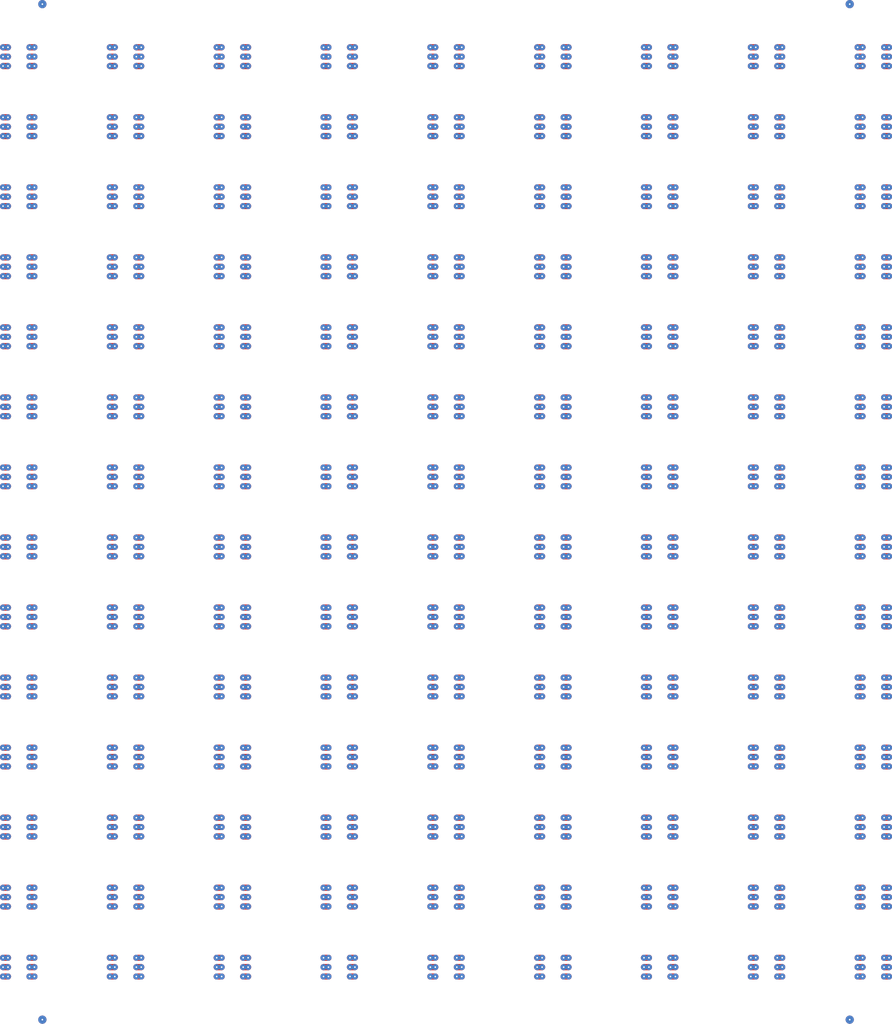
<source format=kicad_pcb>
(kicad_pcb (version 4) (host Gerbview "4.0.6")

  (layers 
    (0 F.Cu signal)
    (31 B.Cu signal)
    (32 B.Adhes user)
    (33 F.Adhes user)
    (34 B.Paste user)
    (35 F.Paste user)
    (36 B.SilkS user)
    (37 F.SilkS user)
    (38 B.Mask user)
    (39 F.Mask user)
    (40 Dwgs.User user)
    (41 Cmts.User user)
    (42 Eco1.User user)
    (43 Eco2.User user)
    (44 Edge.Cuts user)
    (45 Margin user)
    (46 B.CrtYd user)
    (47 F.CrtYd user)
    (48 B.Fab user)
    (49 F.Fab user)
  )

(segment (start 8.07212 -10.08126) (end 8.97128 -10.08126) (width 1.10007) (layer F.Cu) (net 0))
 (via (at 8.07212 -10.08126) (size 1.10007) (layers F.Cu B.Cu))
(segment (start 8.07212 -10.08126) (end 8.97128 -10.08126) (width 1.10007) (layer F.Cu) (net 0))
 (via (at 8.97128 -10.08126) (size 1.10007) (layers F.Cu B.Cu))
(segment (start 8.97128 -11.78052) (end 8.07212 -11.78052) (width 1.10007) (layer F.Cu) (net 0))
 (via (at 8.07212 -11.78052) (size 1.10007) (layers F.Cu B.Cu))
(segment (start 8.07212 -11.78052) (end 8.97128 -11.78052) (width 1.10007) (layer F.Cu) (net 0))
 (via (at 8.97128 -11.78052) (size 1.10007) (layers F.Cu B.Cu))
(segment (start 8.97128 -13.47978) (end 8.07212 -13.47978) (width 1.10007) (layer F.Cu) (net 0))
 (via (at 8.07212 -13.47978) (size 1.10007) (layers F.Cu B.Cu))
(segment (start 8.07212 -13.47978) (end 8.97128 -13.47978) (width 1.10007) (layer F.Cu) (net 0))
 (via (at 8.97128 -13.47978) (size 1.10007) (layers F.Cu B.Cu))
(segment (start 12.87272 -13.47978) (end 13.77188 -13.47978) (width 1.10007) (layer F.Cu) (net 0))
 (via (at 12.87272 -13.47978) (size 1.10007) (layers F.Cu B.Cu))
(segment (start 12.87272 -13.47978) (end 13.77188 -13.47978) (width 1.10007) (layer F.Cu) (net 0))
 (via (at 13.77188 -13.47978) (size 1.10007) (layers F.Cu B.Cu))
(segment (start 13.77188 -11.78052) (end 12.87272 -11.78052) (width 1.10007) (layer F.Cu) (net 0))
 (via (at 12.87272 -11.78052) (size 1.10007) (layers F.Cu B.Cu))
(segment (start 12.87272 -11.78052) (end 13.77188 -11.78052) (width 1.10007) (layer F.Cu) (net 0))
 (via (at 13.77188 -11.78052) (size 1.10007) (layers F.Cu B.Cu))
(segment (start 13.77188 -10.08126) (end 12.87272 -10.08126) (width 1.10007) (layer F.Cu) (net 0))
 (via (at 12.87272 -10.08126) (size 1.10007) (layers F.Cu B.Cu))
(segment (start 12.87272 -10.08126) (end 13.77188 -10.08126) (width 1.10007) (layer F.Cu) (net 0))
 (via (at 13.77188 -10.08126) (size 1.10007) (layers F.Cu B.Cu))
(segment (start 8.07212 -22.78126) (end 8.97128 -22.78126) (width 1.10007) (layer F.Cu) (net 0))
 (via (at 8.07212 -22.78126) (size 1.10007) (layers F.Cu B.Cu))
(segment (start 8.07212 -22.78126) (end 8.97128 -22.78126) (width 1.10007) (layer F.Cu) (net 0))
 (via (at 8.97128 -22.78126) (size 1.10007) (layers F.Cu B.Cu))
(segment (start 8.97128 -24.48052) (end 8.07212 -24.48052) (width 1.10007) (layer F.Cu) (net 0))
 (via (at 8.07212 -24.48052) (size 1.10007) (layers F.Cu B.Cu))
(segment (start 8.07212 -24.48052) (end 8.97128 -24.48052) (width 1.10007) (layer F.Cu) (net 0))
 (via (at 8.97128 -24.48052) (size 1.10007) (layers F.Cu B.Cu))
(segment (start 8.97128 -26.17978) (end 8.07212 -26.17978) (width 1.10007) (layer F.Cu) (net 0))
 (via (at 8.07212 -26.17978) (size 1.10007) (layers F.Cu B.Cu))
(segment (start 8.07212 -26.17978) (end 8.97128 -26.17978) (width 1.10007) (layer F.Cu) (net 0))
 (via (at 8.97128 -26.17978) (size 1.10007) (layers F.Cu B.Cu))
(segment (start 12.87272 -26.17978) (end 13.77188 -26.17978) (width 1.10007) (layer F.Cu) (net 0))
 (via (at 12.87272 -26.17978) (size 1.10007) (layers F.Cu B.Cu))
(segment (start 12.87272 -26.17978) (end 13.77188 -26.17978) (width 1.10007) (layer F.Cu) (net 0))
 (via (at 13.77188 -26.17978) (size 1.10007) (layers F.Cu B.Cu))
(segment (start 13.77188 -24.48052) (end 12.87272 -24.48052) (width 1.10007) (layer F.Cu) (net 0))
 (via (at 12.87272 -24.48052) (size 1.10007) (layers F.Cu B.Cu))
(segment (start 12.87272 -24.48052) (end 13.77188 -24.48052) (width 1.10007) (layer F.Cu) (net 0))
 (via (at 13.77188 -24.48052) (size 1.10007) (layers F.Cu B.Cu))
(segment (start 13.77188 -22.78126) (end 12.87272 -22.78126) (width 1.10007) (layer F.Cu) (net 0))
 (via (at 12.87272 -22.78126) (size 1.10007) (layers F.Cu B.Cu))
(segment (start 12.87272 -22.78126) (end 13.77188 -22.78126) (width 1.10007) (layer F.Cu) (net 0))
 (via (at 13.77188 -22.78126) (size 1.10007) (layers F.Cu B.Cu))
(segment (start 8.07212 -35.48126) (end 8.97128 -35.48126) (width 1.10007) (layer F.Cu) (net 0))
 (via (at 8.07212 -35.48126) (size 1.10007) (layers F.Cu B.Cu))
(segment (start 8.07212 -35.48126) (end 8.97128 -35.48126) (width 1.10007) (layer F.Cu) (net 0))
 (via (at 8.97128 -35.48126) (size 1.10007) (layers F.Cu B.Cu))
(segment (start 8.97128 -37.18052) (end 8.07212 -37.18052) (width 1.10007) (layer F.Cu) (net 0))
 (via (at 8.07212 -37.18052) (size 1.10007) (layers F.Cu B.Cu))
(segment (start 8.07212 -37.18052) (end 8.97128 -37.18052) (width 1.10007) (layer F.Cu) (net 0))
 (via (at 8.97128 -37.18052) (size 1.10007) (layers F.Cu B.Cu))
(segment (start 8.97128 -38.87978) (end 8.07212 -38.87978) (width 1.10007) (layer F.Cu) (net 0))
 (via (at 8.07212 -38.87978) (size 1.10007) (layers F.Cu B.Cu))
(segment (start 8.07212 -38.87978) (end 8.97128 -38.87978) (width 1.10007) (layer F.Cu) (net 0))
 (via (at 8.97128 -38.87978) (size 1.10007) (layers F.Cu B.Cu))
(segment (start 12.87272 -38.87978) (end 13.77188 -38.87978) (width 1.10007) (layer F.Cu) (net 0))
 (via (at 12.87272 -38.87978) (size 1.10007) (layers F.Cu B.Cu))
(segment (start 12.87272 -38.87978) (end 13.77188 -38.87978) (width 1.10007) (layer F.Cu) (net 0))
 (via (at 13.77188 -38.87978) (size 1.10007) (layers F.Cu B.Cu))
(segment (start 13.77188 -37.18052) (end 12.87272 -37.18052) (width 1.10007) (layer F.Cu) (net 0))
 (via (at 12.87272 -37.18052) (size 1.10007) (layers F.Cu B.Cu))
(segment (start 12.87272 -37.18052) (end 13.77188 -37.18052) (width 1.10007) (layer F.Cu) (net 0))
 (via (at 13.77188 -37.18052) (size 1.10007) (layers F.Cu B.Cu))
(segment (start 13.77188 -35.48126) (end 12.87272 -35.48126) (width 1.10007) (layer F.Cu) (net 0))
 (via (at 12.87272 -35.48126) (size 1.10007) (layers F.Cu B.Cu))
(segment (start 12.87272 -35.48126) (end 13.77188 -35.48126) (width 1.10007) (layer F.Cu) (net 0))
 (via (at 13.77188 -35.48126) (size 1.10007) (layers F.Cu B.Cu))
(segment (start 8.07212 -48.18126) (end 8.97128 -48.18126) (width 1.10007) (layer F.Cu) (net 0))
 (via (at 8.07212 -48.18126) (size 1.10007) (layers F.Cu B.Cu))
(segment (start 8.07212 -48.18126) (end 8.97128 -48.18126) (width 1.10007) (layer F.Cu) (net 0))
 (via (at 8.97128 -48.18126) (size 1.10007) (layers F.Cu B.Cu))
(segment (start 8.97128 -49.88052) (end 8.07212 -49.88052) (width 1.10007) (layer F.Cu) (net 0))
 (via (at 8.07212 -49.88052) (size 1.10007) (layers F.Cu B.Cu))
(segment (start 8.07212 -49.88052) (end 8.97128 -49.88052) (width 1.10007) (layer F.Cu) (net 0))
 (via (at 8.97128 -49.88052) (size 1.10007) (layers F.Cu B.Cu))
(segment (start 8.97128 -51.57978) (end 8.07212 -51.57978) (width 1.10007) (layer F.Cu) (net 0))
 (via (at 8.07212 -51.57978) (size 1.10007) (layers F.Cu B.Cu))
(segment (start 8.07212 -51.57978) (end 8.97128 -51.57978) (width 1.10007) (layer F.Cu) (net 0))
 (via (at 8.97128 -51.57978) (size 1.10007) (layers F.Cu B.Cu))
(segment (start 12.87272 -51.57978) (end 13.77188 -51.57978) (width 1.10007) (layer F.Cu) (net 0))
 (via (at 12.87272 -51.57978) (size 1.10007) (layers F.Cu B.Cu))
(segment (start 12.87272 -51.57978) (end 13.77188 -51.57978) (width 1.10007) (layer F.Cu) (net 0))
 (via (at 13.77188 -51.57978) (size 1.10007) (layers F.Cu B.Cu))
(segment (start 13.77188 -49.88052) (end 12.87272 -49.88052) (width 1.10007) (layer F.Cu) (net 0))
 (via (at 12.87272 -49.88052) (size 1.10007) (layers F.Cu B.Cu))
(segment (start 12.87272 -49.88052) (end 13.77188 -49.88052) (width 1.10007) (layer F.Cu) (net 0))
 (via (at 13.77188 -49.88052) (size 1.10007) (layers F.Cu B.Cu))
(segment (start 13.77188 -48.18126) (end 12.87272 -48.18126) (width 1.10007) (layer F.Cu) (net 0))
 (via (at 12.87272 -48.18126) (size 1.10007) (layers F.Cu B.Cu))
(segment (start 12.87272 -48.18126) (end 13.77188 -48.18126) (width 1.10007) (layer F.Cu) (net 0))
 (via (at 13.77188 -48.18126) (size 1.10007) (layers F.Cu B.Cu))
(segment (start 8.07212 -60.88126) (end 8.97128 -60.88126) (width 1.10007) (layer F.Cu) (net 0))
 (via (at 8.07212 -60.88126) (size 1.10007) (layers F.Cu B.Cu))
(segment (start 8.07212 -60.88126) (end 8.97128 -60.88126) (width 1.10007) (layer F.Cu) (net 0))
 (via (at 8.97128 -60.88126) (size 1.10007) (layers F.Cu B.Cu))
(segment (start 8.97128 -62.58052) (end 8.07212 -62.58052) (width 1.10007) (layer F.Cu) (net 0))
 (via (at 8.07212 -62.58052) (size 1.10007) (layers F.Cu B.Cu))
(segment (start 8.07212 -62.58052) (end 8.97128 -62.58052) (width 1.10007) (layer F.Cu) (net 0))
 (via (at 8.97128 -62.58052) (size 1.10007) (layers F.Cu B.Cu))
(segment (start 8.97128 -64.27978) (end 8.07212 -64.27978) (width 1.10007) (layer F.Cu) (net 0))
 (via (at 8.07212 -64.27978) (size 1.10007) (layers F.Cu B.Cu))
(segment (start 8.07212 -64.27978) (end 8.97128 -64.27978) (width 1.10007) (layer F.Cu) (net 0))
 (via (at 8.97128 -64.27978) (size 1.10007) (layers F.Cu B.Cu))
(segment (start 12.87272 -64.27978) (end 13.77188 -64.27978) (width 1.10007) (layer F.Cu) (net 0))
 (via (at 12.87272 -64.27978) (size 1.10007) (layers F.Cu B.Cu))
(segment (start 12.87272 -64.27978) (end 13.77188 -64.27978) (width 1.10007) (layer F.Cu) (net 0))
 (via (at 13.77188 -64.27978) (size 1.10007) (layers F.Cu B.Cu))
(segment (start 13.77188 -62.58052) (end 12.87272 -62.58052) (width 1.10007) (layer F.Cu) (net 0))
 (via (at 12.87272 -62.58052) (size 1.10007) (layers F.Cu B.Cu))
(segment (start 12.87272 -62.58052) (end 13.77188 -62.58052) (width 1.10007) (layer F.Cu) (net 0))
 (via (at 13.77188 -62.58052) (size 1.10007) (layers F.Cu B.Cu))
(segment (start 13.77188 -60.88126) (end 12.87272 -60.88126) (width 1.10007) (layer F.Cu) (net 0))
 (via (at 12.87272 -60.88126) (size 1.10007) (layers F.Cu B.Cu))
(segment (start 12.87272 -60.88126) (end 13.77188 -60.88126) (width 1.10007) (layer F.Cu) (net 0))
 (via (at 13.77188 -60.88126) (size 1.10007) (layers F.Cu B.Cu))
(segment (start 8.07212 -73.58126) (end 8.97128 -73.58126) (width 1.10007) (layer F.Cu) (net 0))
 (via (at 8.07212 -73.58126) (size 1.10007) (layers F.Cu B.Cu))
(segment (start 8.07212 -73.58126) (end 8.97128 -73.58126) (width 1.10007) (layer F.Cu) (net 0))
 (via (at 8.97128 -73.58126) (size 1.10007) (layers F.Cu B.Cu))
(segment (start 8.97128 -75.28052) (end 8.07212 -75.28052) (width 1.10007) (layer F.Cu) (net 0))
 (via (at 8.07212 -75.28052) (size 1.10007) (layers F.Cu B.Cu))
(segment (start 8.07212 -75.28052) (end 8.97128 -75.28052) (width 1.10007) (layer F.Cu) (net 0))
 (via (at 8.97128 -75.28052) (size 1.10007) (layers F.Cu B.Cu))
(segment (start 8.97128 -76.97978000000001) (end 8.07212 -76.97978000000001) (width 1.10007) (layer F.Cu) (net 0))
 (via (at 8.07212 -76.97978000000001) (size 1.10007) (layers F.Cu B.Cu))
(segment (start 8.07212 -76.97978000000001) (end 8.97128 -76.97978000000001) (width 1.10007) (layer F.Cu) (net 0))
 (via (at 8.97128 -76.97978000000001) (size 1.10007) (layers F.Cu B.Cu))
(segment (start 12.87272 -76.97978000000001) (end 13.77188 -76.97978000000001) (width 1.10007) (layer F.Cu) (net 0))
 (via (at 12.87272 -76.97978000000001) (size 1.10007) (layers F.Cu B.Cu))
(segment (start 12.87272 -76.97978000000001) (end 13.77188 -76.97978000000001) (width 1.10007) (layer F.Cu) (net 0))
 (via (at 13.77188 -76.97978000000001) (size 1.10007) (layers F.Cu B.Cu))
(segment (start 13.77188 -75.28052) (end 12.87272 -75.28052) (width 1.10007) (layer F.Cu) (net 0))
 (via (at 12.87272 -75.28052) (size 1.10007) (layers F.Cu B.Cu))
(segment (start 12.87272 -75.28052) (end 13.77188 -75.28052) (width 1.10007) (layer F.Cu) (net 0))
 (via (at 13.77188 -75.28052) (size 1.10007) (layers F.Cu B.Cu))
(segment (start 13.77188 -73.58126) (end 12.87272 -73.58126) (width 1.10007) (layer F.Cu) (net 0))
 (via (at 12.87272 -73.58126) (size 1.10007) (layers F.Cu B.Cu))
(segment (start 12.87272 -73.58126) (end 13.77188 -73.58126) (width 1.10007) (layer F.Cu) (net 0))
 (via (at 13.77188 -73.58126) (size 1.10007) (layers F.Cu B.Cu))
(segment (start 8.07212 -86.28126) (end 8.97128 -86.28126) (width 1.10007) (layer F.Cu) (net 0))
 (via (at 8.07212 -86.28126) (size 1.10007) (layers F.Cu B.Cu))
(segment (start 8.07212 -86.28126) (end 8.97128 -86.28126) (width 1.10007) (layer F.Cu) (net 0))
 (via (at 8.97128 -86.28126) (size 1.10007) (layers F.Cu B.Cu))
(segment (start 8.97128 -87.98052) (end 8.07212 -87.98052) (width 1.10007) (layer F.Cu) (net 0))
 (via (at 8.07212 -87.98052) (size 1.10007) (layers F.Cu B.Cu))
(segment (start 8.07212 -87.98052) (end 8.97128 -87.98052) (width 1.10007) (layer F.Cu) (net 0))
 (via (at 8.97128 -87.98052) (size 1.10007) (layers F.Cu B.Cu))
(segment (start 8.97128 -89.67977999999999) (end 8.07212 -89.67977999999999) (width 1.10007) (layer F.Cu) (net 0))
 (via (at 8.07212 -89.67977999999999) (size 1.10007) (layers F.Cu B.Cu))
(segment (start 8.07212 -89.67977999999999) (end 8.97128 -89.67977999999999) (width 1.10007) (layer F.Cu) (net 0))
 (via (at 8.97128 -89.67977999999999) (size 1.10007) (layers F.Cu B.Cu))
(segment (start 12.87272 -89.67977999999999) (end 13.77188 -89.67977999999999) (width 1.10007) (layer F.Cu) (net 0))
 (via (at 12.87272 -89.67977999999999) (size 1.10007) (layers F.Cu B.Cu))
(segment (start 12.87272 -89.67977999999999) (end 13.77188 -89.67977999999999) (width 1.10007) (layer F.Cu) (net 0))
 (via (at 13.77188 -89.67977999999999) (size 1.10007) (layers F.Cu B.Cu))
(segment (start 13.77188 -87.98052) (end 12.87272 -87.98052) (width 1.10007) (layer F.Cu) (net 0))
 (via (at 12.87272 -87.98052) (size 1.10007) (layers F.Cu B.Cu))
(segment (start 12.87272 -87.98052) (end 13.77188 -87.98052) (width 1.10007) (layer F.Cu) (net 0))
 (via (at 13.77188 -87.98052) (size 1.10007) (layers F.Cu B.Cu))
(segment (start 13.77188 -86.28126) (end 12.87272 -86.28126) (width 1.10007) (layer F.Cu) (net 0))
 (via (at 12.87272 -86.28126) (size 1.10007) (layers F.Cu B.Cu))
(segment (start 12.87272 -86.28126) (end 13.77188 -86.28126) (width 1.10007) (layer F.Cu) (net 0))
 (via (at 13.77188 -86.28126) (size 1.10007) (layers F.Cu B.Cu))
(segment (start 8.07212 -98.98126000000001) (end 8.97128 -98.98126000000001) (width 1.10007) (layer F.Cu) (net 0))
 (via (at 8.07212 -98.98126000000001) (size 1.10007) (layers F.Cu B.Cu))
(segment (start 8.07212 -98.98126000000001) (end 8.97128 -98.98126000000001) (width 1.10007) (layer F.Cu) (net 0))
 (via (at 8.97128 -98.98126000000001) (size 1.10007) (layers F.Cu B.Cu))
(segment (start 8.97128 -100.68052) (end 8.07212 -100.68052) (width 1.10007) (layer F.Cu) (net 0))
 (via (at 8.07212 -100.68052) (size 1.10007) (layers F.Cu B.Cu))
(segment (start 8.07212 -100.68052) (end 8.97128 -100.68052) (width 1.10007) (layer F.Cu) (net 0))
 (via (at 8.97128 -100.68052) (size 1.10007) (layers F.Cu B.Cu))
(segment (start 8.97128 -102.37978) (end 8.07212 -102.37978) (width 1.10007) (layer F.Cu) (net 0))
 (via (at 8.07212 -102.37978) (size 1.10007) (layers F.Cu B.Cu))
(segment (start 8.07212 -102.37978) (end 8.97128 -102.37978) (width 1.10007) (layer F.Cu) (net 0))
 (via (at 8.97128 -102.37978) (size 1.10007) (layers F.Cu B.Cu))
(segment (start 12.87272 -102.37978) (end 13.77188 -102.37978) (width 1.10007) (layer F.Cu) (net 0))
 (via (at 12.87272 -102.37978) (size 1.10007) (layers F.Cu B.Cu))
(segment (start 12.87272 -102.37978) (end 13.77188 -102.37978) (width 1.10007) (layer F.Cu) (net 0))
 (via (at 13.77188 -102.37978) (size 1.10007) (layers F.Cu B.Cu))
(segment (start 13.77188 -100.68052) (end 12.87272 -100.68052) (width 1.10007) (layer F.Cu) (net 0))
 (via (at 12.87272 -100.68052) (size 1.10007) (layers F.Cu B.Cu))
(segment (start 12.87272 -100.68052) (end 13.77188 -100.68052) (width 1.10007) (layer F.Cu) (net 0))
 (via (at 13.77188 -100.68052) (size 1.10007) (layers F.Cu B.Cu))
(segment (start 13.77188 -98.98126000000001) (end 12.87272 -98.98126000000001) (width 1.10007) (layer F.Cu) (net 0))
 (via (at 12.87272 -98.98126000000001) (size 1.10007) (layers F.Cu B.Cu))
(segment (start 12.87272 -98.98126000000001) (end 13.77188 -98.98126000000001) (width 1.10007) (layer F.Cu) (net 0))
 (via (at 13.77188 -98.98126000000001) (size 1.10007) (layers F.Cu B.Cu))
(segment (start 8.07212 -111.68126) (end 8.97128 -111.68126) (width 1.10007) (layer F.Cu) (net 0))
 (via (at 8.07212 -111.68126) (size 1.10007) (layers F.Cu B.Cu))
(segment (start 8.07212 -111.68126) (end 8.97128 -111.68126) (width 1.10007) (layer F.Cu) (net 0))
 (via (at 8.97128 -111.68126) (size 1.10007) (layers F.Cu B.Cu))
(segment (start 8.97128 -113.38052) (end 8.07212 -113.38052) (width 1.10007) (layer F.Cu) (net 0))
 (via (at 8.07212 -113.38052) (size 1.10007) (layers F.Cu B.Cu))
(segment (start 8.07212 -113.38052) (end 8.97128 -113.38052) (width 1.10007) (layer F.Cu) (net 0))
 (via (at 8.97128 -113.38052) (size 1.10007) (layers F.Cu B.Cu))
(segment (start 8.97128 -115.07978) (end 8.07212 -115.07978) (width 1.10007) (layer F.Cu) (net 0))
 (via (at 8.07212 -115.07978) (size 1.10007) (layers F.Cu B.Cu))
(segment (start 8.07212 -115.07978) (end 8.97128 -115.07978) (width 1.10007) (layer F.Cu) (net 0))
 (via (at 8.97128 -115.07978) (size 1.10007) (layers F.Cu B.Cu))
(segment (start 12.87272 -115.07978) (end 13.77188 -115.07978) (width 1.10007) (layer F.Cu) (net 0))
 (via (at 12.87272 -115.07978) (size 1.10007) (layers F.Cu B.Cu))
(segment (start 12.87272 -115.07978) (end 13.77188 -115.07978) (width 1.10007) (layer F.Cu) (net 0))
 (via (at 13.77188 -115.07978) (size 1.10007) (layers F.Cu B.Cu))
(segment (start 13.77188 -113.38052) (end 12.87272 -113.38052) (width 1.10007) (layer F.Cu) (net 0))
 (via (at 12.87272 -113.38052) (size 1.10007) (layers F.Cu B.Cu))
(segment (start 12.87272 -113.38052) (end 13.77188 -113.38052) (width 1.10007) (layer F.Cu) (net 0))
 (via (at 13.77188 -113.38052) (size 1.10007) (layers F.Cu B.Cu))
(segment (start 13.77188 -111.68126) (end 12.87272 -111.68126) (width 1.10007) (layer F.Cu) (net 0))
 (via (at 12.87272 -111.68126) (size 1.10007) (layers F.Cu B.Cu))
(segment (start 12.87272 -111.68126) (end 13.77188 -111.68126) (width 1.10007) (layer F.Cu) (net 0))
 (via (at 13.77188 -111.68126) (size 1.10007) (layers F.Cu B.Cu))
(segment (start 8.07212 -124.38126) (end 8.97128 -124.38126) (width 1.10007) (layer F.Cu) (net 0))
 (via (at 8.07212 -124.38126) (size 1.10007) (layers F.Cu B.Cu))
(segment (start 8.07212 -124.38126) (end 8.97128 -124.38126) (width 1.10007) (layer F.Cu) (net 0))
 (via (at 8.97128 -124.38126) (size 1.10007) (layers F.Cu B.Cu))
(segment (start 8.97128 -126.08052) (end 8.07212 -126.08052) (width 1.10007) (layer F.Cu) (net 0))
 (via (at 8.07212 -126.08052) (size 1.10007) (layers F.Cu B.Cu))
(segment (start 8.07212 -126.08052) (end 8.97128 -126.08052) (width 1.10007) (layer F.Cu) (net 0))
 (via (at 8.97128 -126.08052) (size 1.10007) (layers F.Cu B.Cu))
(segment (start 8.97128 -127.77978) (end 8.07212 -127.77978) (width 1.10007) (layer F.Cu) (net 0))
 (via (at 8.07212 -127.77978) (size 1.10007) (layers F.Cu B.Cu))
(segment (start 8.07212 -127.77978) (end 8.97128 -127.77978) (width 1.10007) (layer F.Cu) (net 0))
 (via (at 8.97128 -127.77978) (size 1.10007) (layers F.Cu B.Cu))
(segment (start 12.87272 -127.77978) (end 13.77188 -127.77978) (width 1.10007) (layer F.Cu) (net 0))
 (via (at 12.87272 -127.77978) (size 1.10007) (layers F.Cu B.Cu))
(segment (start 12.87272 -127.77978) (end 13.77188 -127.77978) (width 1.10007) (layer F.Cu) (net 0))
 (via (at 13.77188 -127.77978) (size 1.10007) (layers F.Cu B.Cu))
(segment (start 13.77188 -126.08052) (end 12.87272 -126.08052) (width 1.10007) (layer F.Cu) (net 0))
 (via (at 12.87272 -126.08052) (size 1.10007) (layers F.Cu B.Cu))
(segment (start 12.87272 -126.08052) (end 13.77188 -126.08052) (width 1.10007) (layer F.Cu) (net 0))
 (via (at 13.77188 -126.08052) (size 1.10007) (layers F.Cu B.Cu))
(segment (start 13.77188 -124.38126) (end 12.87272 -124.38126) (width 1.10007) (layer F.Cu) (net 0))
 (via (at 12.87272 -124.38126) (size 1.10007) (layers F.Cu B.Cu))
(segment (start 12.87272 -124.38126) (end 13.77188 -124.38126) (width 1.10007) (layer F.Cu) (net 0))
 (via (at 13.77188 -124.38126) (size 1.10007) (layers F.Cu B.Cu))
(segment (start 8.07212 -137.08126) (end 8.97128 -137.08126) (width 1.10007) (layer F.Cu) (net 0))
 (via (at 8.07212 -137.08126) (size 1.10007) (layers F.Cu B.Cu))
(segment (start 8.07212 -137.08126) (end 8.97128 -137.08126) (width 1.10007) (layer F.Cu) (net 0))
 (via (at 8.97128 -137.08126) (size 1.10007) (layers F.Cu B.Cu))
(segment (start 8.97128 -138.78052) (end 8.07212 -138.78052) (width 1.10007) (layer F.Cu) (net 0))
 (via (at 8.07212 -138.78052) (size 1.10007) (layers F.Cu B.Cu))
(segment (start 8.07212 -138.78052) (end 8.97128 -138.78052) (width 1.10007) (layer F.Cu) (net 0))
 (via (at 8.97128 -138.78052) (size 1.10007) (layers F.Cu B.Cu))
(segment (start 8.97128 -140.47978) (end 8.07212 -140.47978) (width 1.10007) (layer F.Cu) (net 0))
 (via (at 8.07212 -140.47978) (size 1.10007) (layers F.Cu B.Cu))
(segment (start 8.07212 -140.47978) (end 8.97128 -140.47978) (width 1.10007) (layer F.Cu) (net 0))
 (via (at 8.97128 -140.47978) (size 1.10007) (layers F.Cu B.Cu))
(segment (start 12.87272 -140.47978) (end 13.77188 -140.47978) (width 1.10007) (layer F.Cu) (net 0))
 (via (at 12.87272 -140.47978) (size 1.10007) (layers F.Cu B.Cu))
(segment (start 12.87272 -140.47978) (end 13.77188 -140.47978) (width 1.10007) (layer F.Cu) (net 0))
 (via (at 13.77188 -140.47978) (size 1.10007) (layers F.Cu B.Cu))
(segment (start 13.77188 -138.78052) (end 12.87272 -138.78052) (width 1.10007) (layer F.Cu) (net 0))
 (via (at 12.87272 -138.78052) (size 1.10007) (layers F.Cu B.Cu))
(segment (start 12.87272 -138.78052) (end 13.77188 -138.78052) (width 1.10007) (layer F.Cu) (net 0))
 (via (at 13.77188 -138.78052) (size 1.10007) (layers F.Cu B.Cu))
(segment (start 13.77188 -137.08126) (end 12.87272 -137.08126) (width 1.10007) (layer F.Cu) (net 0))
 (via (at 12.87272 -137.08126) (size 1.10007) (layers F.Cu B.Cu))
(segment (start 12.87272 -137.08126) (end 13.77188 -137.08126) (width 1.10007) (layer F.Cu) (net 0))
 (via (at 13.77188 -137.08126) (size 1.10007) (layers F.Cu B.Cu))
(segment (start 8.07212 -149.78126) (end 8.97128 -149.78126) (width 1.10007) (layer F.Cu) (net 0))
 (via (at 8.07212 -149.78126) (size 1.10007) (layers F.Cu B.Cu))
(segment (start 8.07212 -149.78126) (end 8.97128 -149.78126) (width 1.10007) (layer F.Cu) (net 0))
 (via (at 8.97128 -149.78126) (size 1.10007) (layers F.Cu B.Cu))
(segment (start 8.97128 -151.48052) (end 8.07212 -151.48052) (width 1.10007) (layer F.Cu) (net 0))
 (via (at 8.07212 -151.48052) (size 1.10007) (layers F.Cu B.Cu))
(segment (start 8.07212 -151.48052) (end 8.97128 -151.48052) (width 1.10007) (layer F.Cu) (net 0))
 (via (at 8.97128 -151.48052) (size 1.10007) (layers F.Cu B.Cu))
(segment (start 8.97128 -153.17978) (end 8.07212 -153.17978) (width 1.10007) (layer F.Cu) (net 0))
 (via (at 8.07212 -153.17978) (size 1.10007) (layers F.Cu B.Cu))
(segment (start 8.07212 -153.17978) (end 8.97128 -153.17978) (width 1.10007) (layer F.Cu) (net 0))
 (via (at 8.97128 -153.17978) (size 1.10007) (layers F.Cu B.Cu))
(segment (start 12.87272 -153.17978) (end 13.77188 -153.17978) (width 1.10007) (layer F.Cu) (net 0))
 (via (at 12.87272 -153.17978) (size 1.10007) (layers F.Cu B.Cu))
(segment (start 12.87272 -153.17978) (end 13.77188 -153.17978) (width 1.10007) (layer F.Cu) (net 0))
 (via (at 13.77188 -153.17978) (size 1.10007) (layers F.Cu B.Cu))
(segment (start 13.77188 -151.48052) (end 12.87272 -151.48052) (width 1.10007) (layer F.Cu) (net 0))
 (via (at 12.87272 -151.48052) (size 1.10007) (layers F.Cu B.Cu))
(segment (start 12.87272 -151.48052) (end 13.77188 -151.48052) (width 1.10007) (layer F.Cu) (net 0))
 (via (at 13.77188 -151.48052) (size 1.10007) (layers F.Cu B.Cu))
(segment (start 13.77188 -149.78126) (end 12.87272 -149.78126) (width 1.10007) (layer F.Cu) (net 0))
 (via (at 12.87272 -149.78126) (size 1.10007) (layers F.Cu B.Cu))
(segment (start 12.87272 -149.78126) (end 13.77188 -149.78126) (width 1.10007) (layer F.Cu) (net 0))
 (via (at 13.77188 -149.78126) (size 1.10007) (layers F.Cu B.Cu))
(segment (start 8.07212 -162.48126) (end 8.97128 -162.48126) (width 1.10007) (layer F.Cu) (net 0))
 (via (at 8.07212 -162.48126) (size 1.10007) (layers F.Cu B.Cu))
(segment (start 8.07212 -162.48126) (end 8.97128 -162.48126) (width 1.10007) (layer F.Cu) (net 0))
 (via (at 8.97128 -162.48126) (size 1.10007) (layers F.Cu B.Cu))
(segment (start 8.97128 -164.18052) (end 8.07212 -164.18052) (width 1.10007) (layer F.Cu) (net 0))
 (via (at 8.07212 -164.18052) (size 1.10007) (layers F.Cu B.Cu))
(segment (start 8.07212 -164.18052) (end 8.97128 -164.18052) (width 1.10007) (layer F.Cu) (net 0))
 (via (at 8.97128 -164.18052) (size 1.10007) (layers F.Cu B.Cu))
(segment (start 8.97128 -165.87978) (end 8.07212 -165.87978) (width 1.10007) (layer F.Cu) (net 0))
 (via (at 8.07212 -165.87978) (size 1.10007) (layers F.Cu B.Cu))
(segment (start 8.07212 -165.87978) (end 8.97128 -165.87978) (width 1.10007) (layer F.Cu) (net 0))
 (via (at 8.97128 -165.87978) (size 1.10007) (layers F.Cu B.Cu))
(segment (start 12.87272 -165.87978) (end 13.77188 -165.87978) (width 1.10007) (layer F.Cu) (net 0))
 (via (at 12.87272 -165.87978) (size 1.10007) (layers F.Cu B.Cu))
(segment (start 12.87272 -165.87978) (end 13.77188 -165.87978) (width 1.10007) (layer F.Cu) (net 0))
 (via (at 13.77188 -165.87978) (size 1.10007) (layers F.Cu B.Cu))
(segment (start 13.77188 -164.18052) (end 12.87272 -164.18052) (width 1.10007) (layer F.Cu) (net 0))
 (via (at 12.87272 -164.18052) (size 1.10007) (layers F.Cu B.Cu))
(segment (start 12.87272 -164.18052) (end 13.77188 -164.18052) (width 1.10007) (layer F.Cu) (net 0))
 (via (at 13.77188 -164.18052) (size 1.10007) (layers F.Cu B.Cu))
(segment (start 13.77188 -162.48126) (end 12.87272 -162.48126) (width 1.10007) (layer F.Cu) (net 0))
 (via (at 12.87272 -162.48126) (size 1.10007) (layers F.Cu B.Cu))
(segment (start 12.87272 -162.48126) (end 13.77188 -162.48126) (width 1.10007) (layer F.Cu) (net 0))
 (via (at 13.77188 -162.48126) (size 1.10007) (layers F.Cu B.Cu))
(segment (start 8.07212 -175.18126) (end 8.97128 -175.18126) (width 1.10007) (layer F.Cu) (net 0))
 (via (at 8.07212 -175.18126) (size 1.10007) (layers F.Cu B.Cu))
(segment (start 8.07212 -175.18126) (end 8.97128 -175.18126) (width 1.10007) (layer F.Cu) (net 0))
 (via (at 8.97128 -175.18126) (size 1.10007) (layers F.Cu B.Cu))
(segment (start 8.97128 -176.88052) (end 8.07212 -176.88052) (width 1.10007) (layer F.Cu) (net 0))
 (via (at 8.07212 -176.88052) (size 1.10007) (layers F.Cu B.Cu))
(segment (start 8.07212 -176.88052) (end 8.97128 -176.88052) (width 1.10007) (layer F.Cu) (net 0))
 (via (at 8.97128 -176.88052) (size 1.10007) (layers F.Cu B.Cu))
(segment (start 8.97128 -178.57978) (end 8.07212 -178.57978) (width 1.10007) (layer F.Cu) (net 0))
 (via (at 8.07212 -178.57978) (size 1.10007) (layers F.Cu B.Cu))
(segment (start 8.07212 -178.57978) (end 8.97128 -178.57978) (width 1.10007) (layer F.Cu) (net 0))
 (via (at 8.97128 -178.57978) (size 1.10007) (layers F.Cu B.Cu))
(segment (start 12.87272 -178.57978) (end 13.77188 -178.57978) (width 1.10007) (layer F.Cu) (net 0))
 (via (at 12.87272 -178.57978) (size 1.10007) (layers F.Cu B.Cu))
(segment (start 12.87272 -178.57978) (end 13.77188 -178.57978) (width 1.10007) (layer F.Cu) (net 0))
 (via (at 13.77188 -178.57978) (size 1.10007) (layers F.Cu B.Cu))
(segment (start 13.77188 -176.88052) (end 12.87272 -176.88052) (width 1.10007) (layer F.Cu) (net 0))
 (via (at 12.87272 -176.88052) (size 1.10007) (layers F.Cu B.Cu))
(segment (start 12.87272 -176.88052) (end 13.77188 -176.88052) (width 1.10007) (layer F.Cu) (net 0))
 (via (at 13.77188 -176.88052) (size 1.10007) (layers F.Cu B.Cu))
(segment (start 13.77188 -175.18126) (end 12.87272 -175.18126) (width 1.10007) (layer F.Cu) (net 0))
 (via (at 12.87272 -175.18126) (size 1.10007) (layers F.Cu B.Cu))
(segment (start 12.87272 -175.18126) (end 13.77188 -175.18126) (width 1.10007) (layer F.Cu) (net 0))
 (via (at 13.77188 -175.18126) (size 1.10007) (layers F.Cu B.Cu))
(segment (start 27.45232 -10.08126) (end 28.35148 -10.08126) (width 1.10007) (layer F.Cu) (net 0))
 (via (at 27.45232 -10.08126) (size 1.10007) (layers F.Cu B.Cu))
(segment (start 27.45232 -10.08126) (end 28.35148 -10.08126) (width 1.10007) (layer F.Cu) (net 0))
 (via (at 28.35148 -10.08126) (size 1.10007) (layers F.Cu B.Cu))
(segment (start 28.35148 -11.78052) (end 27.45232 -11.78052) (width 1.10007) (layer F.Cu) (net 0))
 (via (at 27.45232 -11.78052) (size 1.10007) (layers F.Cu B.Cu))
(segment (start 27.45232 -11.78052) (end 28.35148 -11.78052) (width 1.10007) (layer F.Cu) (net 0))
 (via (at 28.35148 -11.78052) (size 1.10007) (layers F.Cu B.Cu))
(segment (start 28.35148 -13.47978) (end 27.45232 -13.47978) (width 1.10007) (layer F.Cu) (net 0))
 (via (at 27.45232 -13.47978) (size 1.10007) (layers F.Cu B.Cu))
(segment (start 27.45232 -13.47978) (end 28.35148 -13.47978) (width 1.10007) (layer F.Cu) (net 0))
 (via (at 28.35148 -13.47978) (size 1.10007) (layers F.Cu B.Cu))
(segment (start 32.25292 -13.47978) (end 33.15208 -13.47978) (width 1.10007) (layer F.Cu) (net 0))
 (via (at 32.25292 -13.47978) (size 1.10007) (layers F.Cu B.Cu))
(segment (start 32.25292 -13.47978) (end 33.15208 -13.47978) (width 1.10007) (layer F.Cu) (net 0))
 (via (at 33.15208 -13.47978) (size 1.10007) (layers F.Cu B.Cu))
(segment (start 33.15208 -11.78052) (end 32.25292 -11.78052) (width 1.10007) (layer F.Cu) (net 0))
 (via (at 32.25292 -11.78052) (size 1.10007) (layers F.Cu B.Cu))
(segment (start 32.25292 -11.78052) (end 33.15208 -11.78052) (width 1.10007) (layer F.Cu) (net 0))
 (via (at 33.15208 -11.78052) (size 1.10007) (layers F.Cu B.Cu))
(segment (start 33.15208 -10.08126) (end 32.25292 -10.08126) (width 1.10007) (layer F.Cu) (net 0))
 (via (at 32.25292 -10.08126) (size 1.10007) (layers F.Cu B.Cu))
(segment (start 32.25292 -10.08126) (end 33.15208 -10.08126) (width 1.10007) (layer F.Cu) (net 0))
 (via (at 33.15208 -10.08126) (size 1.10007) (layers F.Cu B.Cu))
(segment (start 27.45232 -22.78126) (end 28.35148 -22.78126) (width 1.10007) (layer F.Cu) (net 0))
 (via (at 27.45232 -22.78126) (size 1.10007) (layers F.Cu B.Cu))
(segment (start 27.45232 -22.78126) (end 28.35148 -22.78126) (width 1.10007) (layer F.Cu) (net 0))
 (via (at 28.35148 -22.78126) (size 1.10007) (layers F.Cu B.Cu))
(segment (start 28.35148 -24.48052) (end 27.45232 -24.48052) (width 1.10007) (layer F.Cu) (net 0))
 (via (at 27.45232 -24.48052) (size 1.10007) (layers F.Cu B.Cu))
(segment (start 27.45232 -24.48052) (end 28.35148 -24.48052) (width 1.10007) (layer F.Cu) (net 0))
 (via (at 28.35148 -24.48052) (size 1.10007) (layers F.Cu B.Cu))
(segment (start 28.35148 -26.17978) (end 27.45232 -26.17978) (width 1.10007) (layer F.Cu) (net 0))
 (via (at 27.45232 -26.17978) (size 1.10007) (layers F.Cu B.Cu))
(segment (start 27.45232 -26.17978) (end 28.35148 -26.17978) (width 1.10007) (layer F.Cu) (net 0))
 (via (at 28.35148 -26.17978) (size 1.10007) (layers F.Cu B.Cu))
(segment (start 32.25292 -26.17978) (end 33.15208 -26.17978) (width 1.10007) (layer F.Cu) (net 0))
 (via (at 32.25292 -26.17978) (size 1.10007) (layers F.Cu B.Cu))
(segment (start 32.25292 -26.17978) (end 33.15208 -26.17978) (width 1.10007) (layer F.Cu) (net 0))
 (via (at 33.15208 -26.17978) (size 1.10007) (layers F.Cu B.Cu))
(segment (start 33.15208 -24.48052) (end 32.25292 -24.48052) (width 1.10007) (layer F.Cu) (net 0))
 (via (at 32.25292 -24.48052) (size 1.10007) (layers F.Cu B.Cu))
(segment (start 32.25292 -24.48052) (end 33.15208 -24.48052) (width 1.10007) (layer F.Cu) (net 0))
 (via (at 33.15208 -24.48052) (size 1.10007) (layers F.Cu B.Cu))
(segment (start 33.15208 -22.78126) (end 32.25292 -22.78126) (width 1.10007) (layer F.Cu) (net 0))
 (via (at 32.25292 -22.78126) (size 1.10007) (layers F.Cu B.Cu))
(segment (start 32.25292 -22.78126) (end 33.15208 -22.78126) (width 1.10007) (layer F.Cu) (net 0))
 (via (at 33.15208 -22.78126) (size 1.10007) (layers F.Cu B.Cu))
(segment (start 27.45232 -35.48126) (end 28.35148 -35.48126) (width 1.10007) (layer F.Cu) (net 0))
 (via (at 27.45232 -35.48126) (size 1.10007) (layers F.Cu B.Cu))
(segment (start 27.45232 -35.48126) (end 28.35148 -35.48126) (width 1.10007) (layer F.Cu) (net 0))
 (via (at 28.35148 -35.48126) (size 1.10007) (layers F.Cu B.Cu))
(segment (start 28.35148 -37.18052) (end 27.45232 -37.18052) (width 1.10007) (layer F.Cu) (net 0))
 (via (at 27.45232 -37.18052) (size 1.10007) (layers F.Cu B.Cu))
(segment (start 27.45232 -37.18052) (end 28.35148 -37.18052) (width 1.10007) (layer F.Cu) (net 0))
 (via (at 28.35148 -37.18052) (size 1.10007) (layers F.Cu B.Cu))
(segment (start 28.35148 -38.87978) (end 27.45232 -38.87978) (width 1.10007) (layer F.Cu) (net 0))
 (via (at 27.45232 -38.87978) (size 1.10007) (layers F.Cu B.Cu))
(segment (start 27.45232 -38.87978) (end 28.35148 -38.87978) (width 1.10007) (layer F.Cu) (net 0))
 (via (at 28.35148 -38.87978) (size 1.10007) (layers F.Cu B.Cu))
(segment (start 32.25292 -38.87978) (end 33.15208 -38.87978) (width 1.10007) (layer F.Cu) (net 0))
 (via (at 32.25292 -38.87978) (size 1.10007) (layers F.Cu B.Cu))
(segment (start 32.25292 -38.87978) (end 33.15208 -38.87978) (width 1.10007) (layer F.Cu) (net 0))
 (via (at 33.15208 -38.87978) (size 1.10007) (layers F.Cu B.Cu))
(segment (start 33.15208 -37.18052) (end 32.25292 -37.18052) (width 1.10007) (layer F.Cu) (net 0))
 (via (at 32.25292 -37.18052) (size 1.10007) (layers F.Cu B.Cu))
(segment (start 32.25292 -37.18052) (end 33.15208 -37.18052) (width 1.10007) (layer F.Cu) (net 0))
 (via (at 33.15208 -37.18052) (size 1.10007) (layers F.Cu B.Cu))
(segment (start 33.15208 -35.48126) (end 32.25292 -35.48126) (width 1.10007) (layer F.Cu) (net 0))
 (via (at 32.25292 -35.48126) (size 1.10007) (layers F.Cu B.Cu))
(segment (start 32.25292 -35.48126) (end 33.15208 -35.48126) (width 1.10007) (layer F.Cu) (net 0))
 (via (at 33.15208 -35.48126) (size 1.10007) (layers F.Cu B.Cu))
(segment (start 27.45232 -48.18126) (end 28.35148 -48.18126) (width 1.10007) (layer F.Cu) (net 0))
 (via (at 27.45232 -48.18126) (size 1.10007) (layers F.Cu B.Cu))
(segment (start 27.45232 -48.18126) (end 28.35148 -48.18126) (width 1.10007) (layer F.Cu) (net 0))
 (via (at 28.35148 -48.18126) (size 1.10007) (layers F.Cu B.Cu))
(segment (start 28.35148 -49.88052) (end 27.45232 -49.88052) (width 1.10007) (layer F.Cu) (net 0))
 (via (at 27.45232 -49.88052) (size 1.10007) (layers F.Cu B.Cu))
(segment (start 27.45232 -49.88052) (end 28.35148 -49.88052) (width 1.10007) (layer F.Cu) (net 0))
 (via (at 28.35148 -49.88052) (size 1.10007) (layers F.Cu B.Cu))
(segment (start 28.35148 -51.57978) (end 27.45232 -51.57978) (width 1.10007) (layer F.Cu) (net 0))
 (via (at 27.45232 -51.57978) (size 1.10007) (layers F.Cu B.Cu))
(segment (start 27.45232 -51.57978) (end 28.35148 -51.57978) (width 1.10007) (layer F.Cu) (net 0))
 (via (at 28.35148 -51.57978) (size 1.10007) (layers F.Cu B.Cu))
(segment (start 32.25292 -51.57978) (end 33.15208 -51.57978) (width 1.10007) (layer F.Cu) (net 0))
 (via (at 32.25292 -51.57978) (size 1.10007) (layers F.Cu B.Cu))
(segment (start 32.25292 -51.57978) (end 33.15208 -51.57978) (width 1.10007) (layer F.Cu) (net 0))
 (via (at 33.15208 -51.57978) (size 1.10007) (layers F.Cu B.Cu))
(segment (start 33.15208 -49.88052) (end 32.25292 -49.88052) (width 1.10007) (layer F.Cu) (net 0))
 (via (at 32.25292 -49.88052) (size 1.10007) (layers F.Cu B.Cu))
(segment (start 32.25292 -49.88052) (end 33.15208 -49.88052) (width 1.10007) (layer F.Cu) (net 0))
 (via (at 33.15208 -49.88052) (size 1.10007) (layers F.Cu B.Cu))
(segment (start 33.15208 -48.18126) (end 32.25292 -48.18126) (width 1.10007) (layer F.Cu) (net 0))
 (via (at 32.25292 -48.18126) (size 1.10007) (layers F.Cu B.Cu))
(segment (start 32.25292 -48.18126) (end 33.15208 -48.18126) (width 1.10007) (layer F.Cu) (net 0))
 (via (at 33.15208 -48.18126) (size 1.10007) (layers F.Cu B.Cu))
(segment (start 27.45232 -60.88126) (end 28.35148 -60.88126) (width 1.10007) (layer F.Cu) (net 0))
 (via (at 27.45232 -60.88126) (size 1.10007) (layers F.Cu B.Cu))
(segment (start 27.45232 -60.88126) (end 28.35148 -60.88126) (width 1.10007) (layer F.Cu) (net 0))
 (via (at 28.35148 -60.88126) (size 1.10007) (layers F.Cu B.Cu))
(segment (start 28.35148 -62.58052) (end 27.45232 -62.58052) (width 1.10007) (layer F.Cu) (net 0))
 (via (at 27.45232 -62.58052) (size 1.10007) (layers F.Cu B.Cu))
(segment (start 27.45232 -62.58052) (end 28.35148 -62.58052) (width 1.10007) (layer F.Cu) (net 0))
 (via (at 28.35148 -62.58052) (size 1.10007) (layers F.Cu B.Cu))
(segment (start 28.35148 -64.27978) (end 27.45232 -64.27978) (width 1.10007) (layer F.Cu) (net 0))
 (via (at 27.45232 -64.27978) (size 1.10007) (layers F.Cu B.Cu))
(segment (start 27.45232 -64.27978) (end 28.35148 -64.27978) (width 1.10007) (layer F.Cu) (net 0))
 (via (at 28.35148 -64.27978) (size 1.10007) (layers F.Cu B.Cu))
(segment (start 32.25292 -64.27978) (end 33.15208 -64.27978) (width 1.10007) (layer F.Cu) (net 0))
 (via (at 32.25292 -64.27978) (size 1.10007) (layers F.Cu B.Cu))
(segment (start 32.25292 -64.27978) (end 33.15208 -64.27978) (width 1.10007) (layer F.Cu) (net 0))
 (via (at 33.15208 -64.27978) (size 1.10007) (layers F.Cu B.Cu))
(segment (start 33.15208 -62.58052) (end 32.25292 -62.58052) (width 1.10007) (layer F.Cu) (net 0))
 (via (at 32.25292 -62.58052) (size 1.10007) (layers F.Cu B.Cu))
(segment (start 32.25292 -62.58052) (end 33.15208 -62.58052) (width 1.10007) (layer F.Cu) (net 0))
 (via (at 33.15208 -62.58052) (size 1.10007) (layers F.Cu B.Cu))
(segment (start 33.15208 -60.88126) (end 32.25292 -60.88126) (width 1.10007) (layer F.Cu) (net 0))
 (via (at 32.25292 -60.88126) (size 1.10007) (layers F.Cu B.Cu))
(segment (start 32.25292 -60.88126) (end 33.15208 -60.88126) (width 1.10007) (layer F.Cu) (net 0))
 (via (at 33.15208 -60.88126) (size 1.10007) (layers F.Cu B.Cu))
(segment (start 27.45232 -73.58126) (end 28.35148 -73.58126) (width 1.10007) (layer F.Cu) (net 0))
 (via (at 27.45232 -73.58126) (size 1.10007) (layers F.Cu B.Cu))
(segment (start 27.45232 -73.58126) (end 28.35148 -73.58126) (width 1.10007) (layer F.Cu) (net 0))
 (via (at 28.35148 -73.58126) (size 1.10007) (layers F.Cu B.Cu))
(segment (start 28.35148 -75.28052) (end 27.45232 -75.28052) (width 1.10007) (layer F.Cu) (net 0))
 (via (at 27.45232 -75.28052) (size 1.10007) (layers F.Cu B.Cu))
(segment (start 27.45232 -75.28052) (end 28.35148 -75.28052) (width 1.10007) (layer F.Cu) (net 0))
 (via (at 28.35148 -75.28052) (size 1.10007) (layers F.Cu B.Cu))
(segment (start 28.35148 -76.97978000000001) (end 27.45232 -76.97978000000001) (width 1.10007) (layer F.Cu) (net 0))
 (via (at 27.45232 -76.97978000000001) (size 1.10007) (layers F.Cu B.Cu))
(segment (start 27.45232 -76.97978000000001) (end 28.35148 -76.97978000000001) (width 1.10007) (layer F.Cu) (net 0))
 (via (at 28.35148 -76.97978000000001) (size 1.10007) (layers F.Cu B.Cu))
(segment (start 32.25292 -76.97978000000001) (end 33.15208 -76.97978000000001) (width 1.10007) (layer F.Cu) (net 0))
 (via (at 32.25292 -76.97978000000001) (size 1.10007) (layers F.Cu B.Cu))
(segment (start 32.25292 -76.97978000000001) (end 33.15208 -76.97978000000001) (width 1.10007) (layer F.Cu) (net 0))
 (via (at 33.15208 -76.97978000000001) (size 1.10007) (layers F.Cu B.Cu))
(segment (start 33.15208 -75.28052) (end 32.25292 -75.28052) (width 1.10007) (layer F.Cu) (net 0))
 (via (at 32.25292 -75.28052) (size 1.10007) (layers F.Cu B.Cu))
(segment (start 32.25292 -75.28052) (end 33.15208 -75.28052) (width 1.10007) (layer F.Cu) (net 0))
 (via (at 33.15208 -75.28052) (size 1.10007) (layers F.Cu B.Cu))
(segment (start 33.15208 -73.58126) (end 32.25292 -73.58126) (width 1.10007) (layer F.Cu) (net 0))
 (via (at 32.25292 -73.58126) (size 1.10007) (layers F.Cu B.Cu))
(segment (start 32.25292 -73.58126) (end 33.15208 -73.58126) (width 1.10007) (layer F.Cu) (net 0))
 (via (at 33.15208 -73.58126) (size 1.10007) (layers F.Cu B.Cu))
(segment (start 27.45232 -86.28126) (end 28.35148 -86.28126) (width 1.10007) (layer F.Cu) (net 0))
 (via (at 27.45232 -86.28126) (size 1.10007) (layers F.Cu B.Cu))
(segment (start 27.45232 -86.28126) (end 28.35148 -86.28126) (width 1.10007) (layer F.Cu) (net 0))
 (via (at 28.35148 -86.28126) (size 1.10007) (layers F.Cu B.Cu))
(segment (start 28.35148 -87.98052) (end 27.45232 -87.98052) (width 1.10007) (layer F.Cu) (net 0))
 (via (at 27.45232 -87.98052) (size 1.10007) (layers F.Cu B.Cu))
(segment (start 27.45232 -87.98052) (end 28.35148 -87.98052) (width 1.10007) (layer F.Cu) (net 0))
 (via (at 28.35148 -87.98052) (size 1.10007) (layers F.Cu B.Cu))
(segment (start 28.35148 -89.67977999999999) (end 27.45232 -89.67977999999999) (width 1.10007) (layer F.Cu) (net 0))
 (via (at 27.45232 -89.67977999999999) (size 1.10007) (layers F.Cu B.Cu))
(segment (start 27.45232 -89.67977999999999) (end 28.35148 -89.67977999999999) (width 1.10007) (layer F.Cu) (net 0))
 (via (at 28.35148 -89.67977999999999) (size 1.10007) (layers F.Cu B.Cu))
(segment (start 32.25292 -89.67977999999999) (end 33.15208 -89.67977999999999) (width 1.10007) (layer F.Cu) (net 0))
 (via (at 32.25292 -89.67977999999999) (size 1.10007) (layers F.Cu B.Cu))
(segment (start 32.25292 -89.67977999999999) (end 33.15208 -89.67977999999999) (width 1.10007) (layer F.Cu) (net 0))
 (via (at 33.15208 -89.67977999999999) (size 1.10007) (layers F.Cu B.Cu))
(segment (start 33.15208 -87.98052) (end 32.25292 -87.98052) (width 1.10007) (layer F.Cu) (net 0))
 (via (at 32.25292 -87.98052) (size 1.10007) (layers F.Cu B.Cu))
(segment (start 32.25292 -87.98052) (end 33.15208 -87.98052) (width 1.10007) (layer F.Cu) (net 0))
 (via (at 33.15208 -87.98052) (size 1.10007) (layers F.Cu B.Cu))
(segment (start 33.15208 -86.28126) (end 32.25292 -86.28126) (width 1.10007) (layer F.Cu) (net 0))
 (via (at 32.25292 -86.28126) (size 1.10007) (layers F.Cu B.Cu))
(segment (start 32.25292 -86.28126) (end 33.15208 -86.28126) (width 1.10007) (layer F.Cu) (net 0))
 (via (at 33.15208 -86.28126) (size 1.10007) (layers F.Cu B.Cu))
(segment (start 27.45232 -98.98126000000001) (end 28.35148 -98.98126000000001) (width 1.10007) (layer F.Cu) (net 0))
 (via (at 27.45232 -98.98126000000001) (size 1.10007) (layers F.Cu B.Cu))
(segment (start 27.45232 -98.98126000000001) (end 28.35148 -98.98126000000001) (width 1.10007) (layer F.Cu) (net 0))
 (via (at 28.35148 -98.98126000000001) (size 1.10007) (layers F.Cu B.Cu))
(segment (start 28.35148 -100.68052) (end 27.45232 -100.68052) (width 1.10007) (layer F.Cu) (net 0))
 (via (at 27.45232 -100.68052) (size 1.10007) (layers F.Cu B.Cu))
(segment (start 27.45232 -100.68052) (end 28.35148 -100.68052) (width 1.10007) (layer F.Cu) (net 0))
 (via (at 28.35148 -100.68052) (size 1.10007) (layers F.Cu B.Cu))
(segment (start 28.35148 -102.37978) (end 27.45232 -102.37978) (width 1.10007) (layer F.Cu) (net 0))
 (via (at 27.45232 -102.37978) (size 1.10007) (layers F.Cu B.Cu))
(segment (start 27.45232 -102.37978) (end 28.35148 -102.37978) (width 1.10007) (layer F.Cu) (net 0))
 (via (at 28.35148 -102.37978) (size 1.10007) (layers F.Cu B.Cu))
(segment (start 32.25292 -102.37978) (end 33.15208 -102.37978) (width 1.10007) (layer F.Cu) (net 0))
 (via (at 32.25292 -102.37978) (size 1.10007) (layers F.Cu B.Cu))
(segment (start 32.25292 -102.37978) (end 33.15208 -102.37978) (width 1.10007) (layer F.Cu) (net 0))
 (via (at 33.15208 -102.37978) (size 1.10007) (layers F.Cu B.Cu))
(segment (start 33.15208 -100.68052) (end 32.25292 -100.68052) (width 1.10007) (layer F.Cu) (net 0))
 (via (at 32.25292 -100.68052) (size 1.10007) (layers F.Cu B.Cu))
(segment (start 32.25292 -100.68052) (end 33.15208 -100.68052) (width 1.10007) (layer F.Cu) (net 0))
 (via (at 33.15208 -100.68052) (size 1.10007) (layers F.Cu B.Cu))
(segment (start 33.15208 -98.98126000000001) (end 32.25292 -98.98126000000001) (width 1.10007) (layer F.Cu) (net 0))
 (via (at 32.25292 -98.98126000000001) (size 1.10007) (layers F.Cu B.Cu))
(segment (start 32.25292 -98.98126000000001) (end 33.15208 -98.98126000000001) (width 1.10007) (layer F.Cu) (net 0))
 (via (at 33.15208 -98.98126000000001) (size 1.10007) (layers F.Cu B.Cu))
(segment (start 27.45232 -111.68126) (end 28.35148 -111.68126) (width 1.10007) (layer F.Cu) (net 0))
 (via (at 27.45232 -111.68126) (size 1.10007) (layers F.Cu B.Cu))
(segment (start 27.45232 -111.68126) (end 28.35148 -111.68126) (width 1.10007) (layer F.Cu) (net 0))
 (via (at 28.35148 -111.68126) (size 1.10007) (layers F.Cu B.Cu))
(segment (start 28.35148 -113.38052) (end 27.45232 -113.38052) (width 1.10007) (layer F.Cu) (net 0))
 (via (at 27.45232 -113.38052) (size 1.10007) (layers F.Cu B.Cu))
(segment (start 27.45232 -113.38052) (end 28.35148 -113.38052) (width 1.10007) (layer F.Cu) (net 0))
 (via (at 28.35148 -113.38052) (size 1.10007) (layers F.Cu B.Cu))
(segment (start 28.35148 -115.07978) (end 27.45232 -115.07978) (width 1.10007) (layer F.Cu) (net 0))
 (via (at 27.45232 -115.07978) (size 1.10007) (layers F.Cu B.Cu))
(segment (start 27.45232 -115.07978) (end 28.35148 -115.07978) (width 1.10007) (layer F.Cu) (net 0))
 (via (at 28.35148 -115.07978) (size 1.10007) (layers F.Cu B.Cu))
(segment (start 32.25292 -115.07978) (end 33.15208 -115.07978) (width 1.10007) (layer F.Cu) (net 0))
 (via (at 32.25292 -115.07978) (size 1.10007) (layers F.Cu B.Cu))
(segment (start 32.25292 -115.07978) (end 33.15208 -115.07978) (width 1.10007) (layer F.Cu) (net 0))
 (via (at 33.15208 -115.07978) (size 1.10007) (layers F.Cu B.Cu))
(segment (start 33.15208 -113.38052) (end 32.25292 -113.38052) (width 1.10007) (layer F.Cu) (net 0))
 (via (at 32.25292 -113.38052) (size 1.10007) (layers F.Cu B.Cu))
(segment (start 32.25292 -113.38052) (end 33.15208 -113.38052) (width 1.10007) (layer F.Cu) (net 0))
 (via (at 33.15208 -113.38052) (size 1.10007) (layers F.Cu B.Cu))
(segment (start 33.15208 -111.68126) (end 32.25292 -111.68126) (width 1.10007) (layer F.Cu) (net 0))
 (via (at 32.25292 -111.68126) (size 1.10007) (layers F.Cu B.Cu))
(segment (start 32.25292 -111.68126) (end 33.15208 -111.68126) (width 1.10007) (layer F.Cu) (net 0))
 (via (at 33.15208 -111.68126) (size 1.10007) (layers F.Cu B.Cu))
(segment (start 27.45232 -124.38126) (end 28.35148 -124.38126) (width 1.10007) (layer F.Cu) (net 0))
 (via (at 27.45232 -124.38126) (size 1.10007) (layers F.Cu B.Cu))
(segment (start 27.45232 -124.38126) (end 28.35148 -124.38126) (width 1.10007) (layer F.Cu) (net 0))
 (via (at 28.35148 -124.38126) (size 1.10007) (layers F.Cu B.Cu))
(segment (start 28.35148 -126.08052) (end 27.45232 -126.08052) (width 1.10007) (layer F.Cu) (net 0))
 (via (at 27.45232 -126.08052) (size 1.10007) (layers F.Cu B.Cu))
(segment (start 27.45232 -126.08052) (end 28.35148 -126.08052) (width 1.10007) (layer F.Cu) (net 0))
 (via (at 28.35148 -126.08052) (size 1.10007) (layers F.Cu B.Cu))
(segment (start 28.35148 -127.77978) (end 27.45232 -127.77978) (width 1.10007) (layer F.Cu) (net 0))
 (via (at 27.45232 -127.77978) (size 1.10007) (layers F.Cu B.Cu))
(segment (start 27.45232 -127.77978) (end 28.35148 -127.77978) (width 1.10007) (layer F.Cu) (net 0))
 (via (at 28.35148 -127.77978) (size 1.10007) (layers F.Cu B.Cu))
(segment (start 32.25292 -127.77978) (end 33.15208 -127.77978) (width 1.10007) (layer F.Cu) (net 0))
 (via (at 32.25292 -127.77978) (size 1.10007) (layers F.Cu B.Cu))
(segment (start 32.25292 -127.77978) (end 33.15208 -127.77978) (width 1.10007) (layer F.Cu) (net 0))
 (via (at 33.15208 -127.77978) (size 1.10007) (layers F.Cu B.Cu))
(segment (start 33.15208 -126.08052) (end 32.25292 -126.08052) (width 1.10007) (layer F.Cu) (net 0))
 (via (at 32.25292 -126.08052) (size 1.10007) (layers F.Cu B.Cu))
(segment (start 32.25292 -126.08052) (end 33.15208 -126.08052) (width 1.10007) (layer F.Cu) (net 0))
 (via (at 33.15208 -126.08052) (size 1.10007) (layers F.Cu B.Cu))
(segment (start 33.15208 -124.38126) (end 32.25292 -124.38126) (width 1.10007) (layer F.Cu) (net 0))
 (via (at 32.25292 -124.38126) (size 1.10007) (layers F.Cu B.Cu))
(segment (start 32.25292 -124.38126) (end 33.15208 -124.38126) (width 1.10007) (layer F.Cu) (net 0))
 (via (at 33.15208 -124.38126) (size 1.10007) (layers F.Cu B.Cu))
(segment (start 27.45232 -137.08126) (end 28.35148 -137.08126) (width 1.10007) (layer F.Cu) (net 0))
 (via (at 27.45232 -137.08126) (size 1.10007) (layers F.Cu B.Cu))
(segment (start 27.45232 -137.08126) (end 28.35148 -137.08126) (width 1.10007) (layer F.Cu) (net 0))
 (via (at 28.35148 -137.08126) (size 1.10007) (layers F.Cu B.Cu))
(segment (start 28.35148 -138.78052) (end 27.45232 -138.78052) (width 1.10007) (layer F.Cu) (net 0))
 (via (at 27.45232 -138.78052) (size 1.10007) (layers F.Cu B.Cu))
(segment (start 27.45232 -138.78052) (end 28.35148 -138.78052) (width 1.10007) (layer F.Cu) (net 0))
 (via (at 28.35148 -138.78052) (size 1.10007) (layers F.Cu B.Cu))
(segment (start 28.35148 -140.47978) (end 27.45232 -140.47978) (width 1.10007) (layer F.Cu) (net 0))
 (via (at 27.45232 -140.47978) (size 1.10007) (layers F.Cu B.Cu))
(segment (start 27.45232 -140.47978) (end 28.35148 -140.47978) (width 1.10007) (layer F.Cu) (net 0))
 (via (at 28.35148 -140.47978) (size 1.10007) (layers F.Cu B.Cu))
(segment (start 32.25292 -140.47978) (end 33.15208 -140.47978) (width 1.10007) (layer F.Cu) (net 0))
 (via (at 32.25292 -140.47978) (size 1.10007) (layers F.Cu B.Cu))
(segment (start 32.25292 -140.47978) (end 33.15208 -140.47978) (width 1.10007) (layer F.Cu) (net 0))
 (via (at 33.15208 -140.47978) (size 1.10007) (layers F.Cu B.Cu))
(segment (start 33.15208 -138.78052) (end 32.25292 -138.78052) (width 1.10007) (layer F.Cu) (net 0))
 (via (at 32.25292 -138.78052) (size 1.10007) (layers F.Cu B.Cu))
(segment (start 32.25292 -138.78052) (end 33.15208 -138.78052) (width 1.10007) (layer F.Cu) (net 0))
 (via (at 33.15208 -138.78052) (size 1.10007) (layers F.Cu B.Cu))
(segment (start 33.15208 -137.08126) (end 32.25292 -137.08126) (width 1.10007) (layer F.Cu) (net 0))
 (via (at 32.25292 -137.08126) (size 1.10007) (layers F.Cu B.Cu))
(segment (start 32.25292 -137.08126) (end 33.15208 -137.08126) (width 1.10007) (layer F.Cu) (net 0))
 (via (at 33.15208 -137.08126) (size 1.10007) (layers F.Cu B.Cu))
(segment (start 27.45232 -149.78126) (end 28.35148 -149.78126) (width 1.10007) (layer F.Cu) (net 0))
 (via (at 27.45232 -149.78126) (size 1.10007) (layers F.Cu B.Cu))
(segment (start 27.45232 -149.78126) (end 28.35148 -149.78126) (width 1.10007) (layer F.Cu) (net 0))
 (via (at 28.35148 -149.78126) (size 1.10007) (layers F.Cu B.Cu))
(segment (start 28.35148 -151.48052) (end 27.45232 -151.48052) (width 1.10007) (layer F.Cu) (net 0))
 (via (at 27.45232 -151.48052) (size 1.10007) (layers F.Cu B.Cu))
(segment (start 27.45232 -151.48052) (end 28.35148 -151.48052) (width 1.10007) (layer F.Cu) (net 0))
 (via (at 28.35148 -151.48052) (size 1.10007) (layers F.Cu B.Cu))
(segment (start 28.35148 -153.17978) (end 27.45232 -153.17978) (width 1.10007) (layer F.Cu) (net 0))
 (via (at 27.45232 -153.17978) (size 1.10007) (layers F.Cu B.Cu))
(segment (start 27.45232 -153.17978) (end 28.35148 -153.17978) (width 1.10007) (layer F.Cu) (net 0))
 (via (at 28.35148 -153.17978) (size 1.10007) (layers F.Cu B.Cu))
(segment (start 32.25292 -153.17978) (end 33.15208 -153.17978) (width 1.10007) (layer F.Cu) (net 0))
 (via (at 32.25292 -153.17978) (size 1.10007) (layers F.Cu B.Cu))
(segment (start 32.25292 -153.17978) (end 33.15208 -153.17978) (width 1.10007) (layer F.Cu) (net 0))
 (via (at 33.15208 -153.17978) (size 1.10007) (layers F.Cu B.Cu))
(segment (start 33.15208 -151.48052) (end 32.25292 -151.48052) (width 1.10007) (layer F.Cu) (net 0))
 (via (at 32.25292 -151.48052) (size 1.10007) (layers F.Cu B.Cu))
(segment (start 32.25292 -151.48052) (end 33.15208 -151.48052) (width 1.10007) (layer F.Cu) (net 0))
 (via (at 33.15208 -151.48052) (size 1.10007) (layers F.Cu B.Cu))
(segment (start 33.15208 -149.78126) (end 32.25292 -149.78126) (width 1.10007) (layer F.Cu) (net 0))
 (via (at 32.25292 -149.78126) (size 1.10007) (layers F.Cu B.Cu))
(segment (start 32.25292 -149.78126) (end 33.15208 -149.78126) (width 1.10007) (layer F.Cu) (net 0))
 (via (at 33.15208 -149.78126) (size 1.10007) (layers F.Cu B.Cu))
(segment (start 27.45232 -162.48126) (end 28.35148 -162.48126) (width 1.10007) (layer F.Cu) (net 0))
 (via (at 27.45232 -162.48126) (size 1.10007) (layers F.Cu B.Cu))
(segment (start 27.45232 -162.48126) (end 28.35148 -162.48126) (width 1.10007) (layer F.Cu) (net 0))
 (via (at 28.35148 -162.48126) (size 1.10007) (layers F.Cu B.Cu))
(segment (start 28.35148 -164.18052) (end 27.45232 -164.18052) (width 1.10007) (layer F.Cu) (net 0))
 (via (at 27.45232 -164.18052) (size 1.10007) (layers F.Cu B.Cu))
(segment (start 27.45232 -164.18052) (end 28.35148 -164.18052) (width 1.10007) (layer F.Cu) (net 0))
 (via (at 28.35148 -164.18052) (size 1.10007) (layers F.Cu B.Cu))
(segment (start 28.35148 -165.87978) (end 27.45232 -165.87978) (width 1.10007) (layer F.Cu) (net 0))
 (via (at 27.45232 -165.87978) (size 1.10007) (layers F.Cu B.Cu))
(segment (start 27.45232 -165.87978) (end 28.35148 -165.87978) (width 1.10007) (layer F.Cu) (net 0))
 (via (at 28.35148 -165.87978) (size 1.10007) (layers F.Cu B.Cu))
(segment (start 32.25292 -165.87978) (end 33.15208 -165.87978) (width 1.10007) (layer F.Cu) (net 0))
 (via (at 32.25292 -165.87978) (size 1.10007) (layers F.Cu B.Cu))
(segment (start 32.25292 -165.87978) (end 33.15208 -165.87978) (width 1.10007) (layer F.Cu) (net 0))
 (via (at 33.15208 -165.87978) (size 1.10007) (layers F.Cu B.Cu))
(segment (start 33.15208 -164.18052) (end 32.25292 -164.18052) (width 1.10007) (layer F.Cu) (net 0))
 (via (at 32.25292 -164.18052) (size 1.10007) (layers F.Cu B.Cu))
(segment (start 32.25292 -164.18052) (end 33.15208 -164.18052) (width 1.10007) (layer F.Cu) (net 0))
 (via (at 33.15208 -164.18052) (size 1.10007) (layers F.Cu B.Cu))
(segment (start 33.15208 -162.48126) (end 32.25292 -162.48126) (width 1.10007) (layer F.Cu) (net 0))
 (via (at 32.25292 -162.48126) (size 1.10007) (layers F.Cu B.Cu))
(segment (start 32.25292 -162.48126) (end 33.15208 -162.48126) (width 1.10007) (layer F.Cu) (net 0))
 (via (at 33.15208 -162.48126) (size 1.10007) (layers F.Cu B.Cu))
(segment (start 27.45232 -175.18126) (end 28.35148 -175.18126) (width 1.10007) (layer F.Cu) (net 0))
 (via (at 27.45232 -175.18126) (size 1.10007) (layers F.Cu B.Cu))
(segment (start 27.45232 -175.18126) (end 28.35148 -175.18126) (width 1.10007) (layer F.Cu) (net 0))
 (via (at 28.35148 -175.18126) (size 1.10007) (layers F.Cu B.Cu))
(segment (start 28.35148 -176.88052) (end 27.45232 -176.88052) (width 1.10007) (layer F.Cu) (net 0))
 (via (at 27.45232 -176.88052) (size 1.10007) (layers F.Cu B.Cu))
(segment (start 27.45232 -176.88052) (end 28.35148 -176.88052) (width 1.10007) (layer F.Cu) (net 0))
 (via (at 28.35148 -176.88052) (size 1.10007) (layers F.Cu B.Cu))
(segment (start 28.35148 -178.57978) (end 27.45232 -178.57978) (width 1.10007) (layer F.Cu) (net 0))
 (via (at 27.45232 -178.57978) (size 1.10007) (layers F.Cu B.Cu))
(segment (start 27.45232 -178.57978) (end 28.35148 -178.57978) (width 1.10007) (layer F.Cu) (net 0))
 (via (at 28.35148 -178.57978) (size 1.10007) (layers F.Cu B.Cu))
(segment (start 32.25292 -178.57978) (end 33.15208 -178.57978) (width 1.10007) (layer F.Cu) (net 0))
 (via (at 32.25292 -178.57978) (size 1.10007) (layers F.Cu B.Cu))
(segment (start 32.25292 -178.57978) (end 33.15208 -178.57978) (width 1.10007) (layer F.Cu) (net 0))
 (via (at 33.15208 -178.57978) (size 1.10007) (layers F.Cu B.Cu))
(segment (start 33.15208 -176.88052) (end 32.25292 -176.88052) (width 1.10007) (layer F.Cu) (net 0))
 (via (at 32.25292 -176.88052) (size 1.10007) (layers F.Cu B.Cu))
(segment (start 32.25292 -176.88052) (end 33.15208 -176.88052) (width 1.10007) (layer F.Cu) (net 0))
 (via (at 33.15208 -176.88052) (size 1.10007) (layers F.Cu B.Cu))
(segment (start 33.15208 -175.18126) (end 32.25292 -175.18126) (width 1.10007) (layer F.Cu) (net 0))
 (via (at 32.25292 -175.18126) (size 1.10007) (layers F.Cu B.Cu))
(segment (start 32.25292 -175.18126) (end 33.15208 -175.18126) (width 1.10007) (layer F.Cu) (net 0))
 (via (at 33.15208 -175.18126) (size 1.10007) (layers F.Cu B.Cu))
(segment (start 46.83252 -10.08126) (end 47.73168 -10.08126) (width 1.10007) (layer F.Cu) (net 0))
 (via (at 46.83252 -10.08126) (size 1.10007) (layers F.Cu B.Cu))
(segment (start 46.83252 -10.08126) (end 47.73168 -10.08126) (width 1.10007) (layer F.Cu) (net 0))
 (via (at 47.73168 -10.08126) (size 1.10007) (layers F.Cu B.Cu))
(segment (start 47.73168 -11.78052) (end 46.83252 -11.78052) (width 1.10007) (layer F.Cu) (net 0))
 (via (at 46.83252 -11.78052) (size 1.10007) (layers F.Cu B.Cu))
(segment (start 46.83252 -11.78052) (end 47.73168 -11.78052) (width 1.10007) (layer F.Cu) (net 0))
 (via (at 47.73168 -11.78052) (size 1.10007) (layers F.Cu B.Cu))
(segment (start 47.73168 -13.47978) (end 46.83252 -13.47978) (width 1.10007) (layer F.Cu) (net 0))
 (via (at 46.83252 -13.47978) (size 1.10007) (layers F.Cu B.Cu))
(segment (start 46.83252 -13.47978) (end 47.73168 -13.47978) (width 1.10007) (layer F.Cu) (net 0))
 (via (at 47.73168 -13.47978) (size 1.10007) (layers F.Cu B.Cu))
(segment (start 51.63312 -13.47978) (end 52.53228 -13.47978) (width 1.10007) (layer F.Cu) (net 0))
 (via (at 51.63312 -13.47978) (size 1.10007) (layers F.Cu B.Cu))
(segment (start 51.63312 -13.47978) (end 52.53228 -13.47978) (width 1.10007) (layer F.Cu) (net 0))
 (via (at 52.53228 -13.47978) (size 1.10007) (layers F.Cu B.Cu))
(segment (start 52.53228 -11.78052) (end 51.63312 -11.78052) (width 1.10007) (layer F.Cu) (net 0))
 (via (at 51.63312 -11.78052) (size 1.10007) (layers F.Cu B.Cu))
(segment (start 51.63312 -11.78052) (end 52.53228 -11.78052) (width 1.10007) (layer F.Cu) (net 0))
 (via (at 52.53228 -11.78052) (size 1.10007) (layers F.Cu B.Cu))
(segment (start 52.53228 -10.08126) (end 51.63312 -10.08126) (width 1.10007) (layer F.Cu) (net 0))
 (via (at 51.63312 -10.08126) (size 1.10007) (layers F.Cu B.Cu))
(segment (start 51.63312 -10.08126) (end 52.53228 -10.08126) (width 1.10007) (layer F.Cu) (net 0))
 (via (at 52.53228 -10.08126) (size 1.10007) (layers F.Cu B.Cu))
(segment (start 46.83252 -22.78126) (end 47.73168 -22.78126) (width 1.10007) (layer F.Cu) (net 0))
 (via (at 46.83252 -22.78126) (size 1.10007) (layers F.Cu B.Cu))
(segment (start 46.83252 -22.78126) (end 47.73168 -22.78126) (width 1.10007) (layer F.Cu) (net 0))
 (via (at 47.73168 -22.78126) (size 1.10007) (layers F.Cu B.Cu))
(segment (start 47.73168 -24.48052) (end 46.83252 -24.48052) (width 1.10007) (layer F.Cu) (net 0))
 (via (at 46.83252 -24.48052) (size 1.10007) (layers F.Cu B.Cu))
(segment (start 46.83252 -24.48052) (end 47.73168 -24.48052) (width 1.10007) (layer F.Cu) (net 0))
 (via (at 47.73168 -24.48052) (size 1.10007) (layers F.Cu B.Cu))
(segment (start 47.73168 -26.17978) (end 46.83252 -26.17978) (width 1.10007) (layer F.Cu) (net 0))
 (via (at 46.83252 -26.17978) (size 1.10007) (layers F.Cu B.Cu))
(segment (start 46.83252 -26.17978) (end 47.73168 -26.17978) (width 1.10007) (layer F.Cu) (net 0))
 (via (at 47.73168 -26.17978) (size 1.10007) (layers F.Cu B.Cu))
(segment (start 51.63312 -26.17978) (end 52.53228 -26.17978) (width 1.10007) (layer F.Cu) (net 0))
 (via (at 51.63312 -26.17978) (size 1.10007) (layers F.Cu B.Cu))
(segment (start 51.63312 -26.17978) (end 52.53228 -26.17978) (width 1.10007) (layer F.Cu) (net 0))
 (via (at 52.53228 -26.17978) (size 1.10007) (layers F.Cu B.Cu))
(segment (start 52.53228 -24.48052) (end 51.63312 -24.48052) (width 1.10007) (layer F.Cu) (net 0))
 (via (at 51.63312 -24.48052) (size 1.10007) (layers F.Cu B.Cu))
(segment (start 51.63312 -24.48052) (end 52.53228 -24.48052) (width 1.10007) (layer F.Cu) (net 0))
 (via (at 52.53228 -24.48052) (size 1.10007) (layers F.Cu B.Cu))
(segment (start 52.53228 -22.78126) (end 51.63312 -22.78126) (width 1.10007) (layer F.Cu) (net 0))
 (via (at 51.63312 -22.78126) (size 1.10007) (layers F.Cu B.Cu))
(segment (start 51.63312 -22.78126) (end 52.53228 -22.78126) (width 1.10007) (layer F.Cu) (net 0))
 (via (at 52.53228 -22.78126) (size 1.10007) (layers F.Cu B.Cu))
(segment (start 46.83252 -35.48126) (end 47.73168 -35.48126) (width 1.10007) (layer F.Cu) (net 0))
 (via (at 46.83252 -35.48126) (size 1.10007) (layers F.Cu B.Cu))
(segment (start 46.83252 -35.48126) (end 47.73168 -35.48126) (width 1.10007) (layer F.Cu) (net 0))
 (via (at 47.73168 -35.48126) (size 1.10007) (layers F.Cu B.Cu))
(segment (start 47.73168 -37.18052) (end 46.83252 -37.18052) (width 1.10007) (layer F.Cu) (net 0))
 (via (at 46.83252 -37.18052) (size 1.10007) (layers F.Cu B.Cu))
(segment (start 46.83252 -37.18052) (end 47.73168 -37.18052) (width 1.10007) (layer F.Cu) (net 0))
 (via (at 47.73168 -37.18052) (size 1.10007) (layers F.Cu B.Cu))
(segment (start 47.73168 -38.87978) (end 46.83252 -38.87978) (width 1.10007) (layer F.Cu) (net 0))
 (via (at 46.83252 -38.87978) (size 1.10007) (layers F.Cu B.Cu))
(segment (start 46.83252 -38.87978) (end 47.73168 -38.87978) (width 1.10007) (layer F.Cu) (net 0))
 (via (at 47.73168 -38.87978) (size 1.10007) (layers F.Cu B.Cu))
(segment (start 51.63312 -38.87978) (end 52.53228 -38.87978) (width 1.10007) (layer F.Cu) (net 0))
 (via (at 51.63312 -38.87978) (size 1.10007) (layers F.Cu B.Cu))
(segment (start 51.63312 -38.87978) (end 52.53228 -38.87978) (width 1.10007) (layer F.Cu) (net 0))
 (via (at 52.53228 -38.87978) (size 1.10007) (layers F.Cu B.Cu))
(segment (start 52.53228 -37.18052) (end 51.63312 -37.18052) (width 1.10007) (layer F.Cu) (net 0))
 (via (at 51.63312 -37.18052) (size 1.10007) (layers F.Cu B.Cu))
(segment (start 51.63312 -37.18052) (end 52.53228 -37.18052) (width 1.10007) (layer F.Cu) (net 0))
 (via (at 52.53228 -37.18052) (size 1.10007) (layers F.Cu B.Cu))
(segment (start 52.53228 -35.48126) (end 51.63312 -35.48126) (width 1.10007) (layer F.Cu) (net 0))
 (via (at 51.63312 -35.48126) (size 1.10007) (layers F.Cu B.Cu))
(segment (start 51.63312 -35.48126) (end 52.53228 -35.48126) (width 1.10007) (layer F.Cu) (net 0))
 (via (at 52.53228 -35.48126) (size 1.10007) (layers F.Cu B.Cu))
(segment (start 46.83252 -48.18126) (end 47.73168 -48.18126) (width 1.10007) (layer F.Cu) (net 0))
 (via (at 46.83252 -48.18126) (size 1.10007) (layers F.Cu B.Cu))
(segment (start 46.83252 -48.18126) (end 47.73168 -48.18126) (width 1.10007) (layer F.Cu) (net 0))
 (via (at 47.73168 -48.18126) (size 1.10007) (layers F.Cu B.Cu))
(segment (start 47.73168 -49.88052) (end 46.83252 -49.88052) (width 1.10007) (layer F.Cu) (net 0))
 (via (at 46.83252 -49.88052) (size 1.10007) (layers F.Cu B.Cu))
(segment (start 46.83252 -49.88052) (end 47.73168 -49.88052) (width 1.10007) (layer F.Cu) (net 0))
 (via (at 47.73168 -49.88052) (size 1.10007) (layers F.Cu B.Cu))
(segment (start 47.73168 -51.57978) (end 46.83252 -51.57978) (width 1.10007) (layer F.Cu) (net 0))
 (via (at 46.83252 -51.57978) (size 1.10007) (layers F.Cu B.Cu))
(segment (start 46.83252 -51.57978) (end 47.73168 -51.57978) (width 1.10007) (layer F.Cu) (net 0))
 (via (at 47.73168 -51.57978) (size 1.10007) (layers F.Cu B.Cu))
(segment (start 51.63312 -51.57978) (end 52.53228 -51.57978) (width 1.10007) (layer F.Cu) (net 0))
 (via (at 51.63312 -51.57978) (size 1.10007) (layers F.Cu B.Cu))
(segment (start 51.63312 -51.57978) (end 52.53228 -51.57978) (width 1.10007) (layer F.Cu) (net 0))
 (via (at 52.53228 -51.57978) (size 1.10007) (layers F.Cu B.Cu))
(segment (start 52.53228 -49.88052) (end 51.63312 -49.88052) (width 1.10007) (layer F.Cu) (net 0))
 (via (at 51.63312 -49.88052) (size 1.10007) (layers F.Cu B.Cu))
(segment (start 51.63312 -49.88052) (end 52.53228 -49.88052) (width 1.10007) (layer F.Cu) (net 0))
 (via (at 52.53228 -49.88052) (size 1.10007) (layers F.Cu B.Cu))
(segment (start 52.53228 -48.18126) (end 51.63312 -48.18126) (width 1.10007) (layer F.Cu) (net 0))
 (via (at 51.63312 -48.18126) (size 1.10007) (layers F.Cu B.Cu))
(segment (start 51.63312 -48.18126) (end 52.53228 -48.18126) (width 1.10007) (layer F.Cu) (net 0))
 (via (at 52.53228 -48.18126) (size 1.10007) (layers F.Cu B.Cu))
(segment (start 46.83252 -60.88126) (end 47.73168 -60.88126) (width 1.10007) (layer F.Cu) (net 0))
 (via (at 46.83252 -60.88126) (size 1.10007) (layers F.Cu B.Cu))
(segment (start 46.83252 -60.88126) (end 47.73168 -60.88126) (width 1.10007) (layer F.Cu) (net 0))
 (via (at 47.73168 -60.88126) (size 1.10007) (layers F.Cu B.Cu))
(segment (start 47.73168 -62.58052) (end 46.83252 -62.58052) (width 1.10007) (layer F.Cu) (net 0))
 (via (at 46.83252 -62.58052) (size 1.10007) (layers F.Cu B.Cu))
(segment (start 46.83252 -62.58052) (end 47.73168 -62.58052) (width 1.10007) (layer F.Cu) (net 0))
 (via (at 47.73168 -62.58052) (size 1.10007) (layers F.Cu B.Cu))
(segment (start 47.73168 -64.27978) (end 46.83252 -64.27978) (width 1.10007) (layer F.Cu) (net 0))
 (via (at 46.83252 -64.27978) (size 1.10007) (layers F.Cu B.Cu))
(segment (start 46.83252 -64.27978) (end 47.73168 -64.27978) (width 1.10007) (layer F.Cu) (net 0))
 (via (at 47.73168 -64.27978) (size 1.10007) (layers F.Cu B.Cu))
(segment (start 51.63312 -64.27978) (end 52.53228 -64.27978) (width 1.10007) (layer F.Cu) (net 0))
 (via (at 51.63312 -64.27978) (size 1.10007) (layers F.Cu B.Cu))
(segment (start 51.63312 -64.27978) (end 52.53228 -64.27978) (width 1.10007) (layer F.Cu) (net 0))
 (via (at 52.53228 -64.27978) (size 1.10007) (layers F.Cu B.Cu))
(segment (start 52.53228 -62.58052) (end 51.63312 -62.58052) (width 1.10007) (layer F.Cu) (net 0))
 (via (at 51.63312 -62.58052) (size 1.10007) (layers F.Cu B.Cu))
(segment (start 51.63312 -62.58052) (end 52.53228 -62.58052) (width 1.10007) (layer F.Cu) (net 0))
 (via (at 52.53228 -62.58052) (size 1.10007) (layers F.Cu B.Cu))
(segment (start 52.53228 -60.88126) (end 51.63312 -60.88126) (width 1.10007) (layer F.Cu) (net 0))
 (via (at 51.63312 -60.88126) (size 1.10007) (layers F.Cu B.Cu))
(segment (start 51.63312 -60.88126) (end 52.53228 -60.88126) (width 1.10007) (layer F.Cu) (net 0))
 (via (at 52.53228 -60.88126) (size 1.10007) (layers F.Cu B.Cu))
(segment (start 46.83252 -73.58126) (end 47.73168 -73.58126) (width 1.10007) (layer F.Cu) (net 0))
 (via (at 46.83252 -73.58126) (size 1.10007) (layers F.Cu B.Cu))
(segment (start 46.83252 -73.58126) (end 47.73168 -73.58126) (width 1.10007) (layer F.Cu) (net 0))
 (via (at 47.73168 -73.58126) (size 1.10007) (layers F.Cu B.Cu))
(segment (start 47.73168 -75.28052) (end 46.83252 -75.28052) (width 1.10007) (layer F.Cu) (net 0))
 (via (at 46.83252 -75.28052) (size 1.10007) (layers F.Cu B.Cu))
(segment (start 46.83252 -75.28052) (end 47.73168 -75.28052) (width 1.10007) (layer F.Cu) (net 0))
 (via (at 47.73168 -75.28052) (size 1.10007) (layers F.Cu B.Cu))
(segment (start 47.73168 -76.97978000000001) (end 46.83252 -76.97978000000001) (width 1.10007) (layer F.Cu) (net 0))
 (via (at 46.83252 -76.97978000000001) (size 1.10007) (layers F.Cu B.Cu))
(segment (start 46.83252 -76.97978000000001) (end 47.73168 -76.97978000000001) (width 1.10007) (layer F.Cu) (net 0))
 (via (at 47.73168 -76.97978000000001) (size 1.10007) (layers F.Cu B.Cu))
(segment (start 51.63312 -76.97978000000001) (end 52.53228 -76.97978000000001) (width 1.10007) (layer F.Cu) (net 0))
 (via (at 51.63312 -76.97978000000001) (size 1.10007) (layers F.Cu B.Cu))
(segment (start 51.63312 -76.97978000000001) (end 52.53228 -76.97978000000001) (width 1.10007) (layer F.Cu) (net 0))
 (via (at 52.53228 -76.97978000000001) (size 1.10007) (layers F.Cu B.Cu))
(segment (start 52.53228 -75.28052) (end 51.63312 -75.28052) (width 1.10007) (layer F.Cu) (net 0))
 (via (at 51.63312 -75.28052) (size 1.10007) (layers F.Cu B.Cu))
(segment (start 51.63312 -75.28052) (end 52.53228 -75.28052) (width 1.10007) (layer F.Cu) (net 0))
 (via (at 52.53228 -75.28052) (size 1.10007) (layers F.Cu B.Cu))
(segment (start 52.53228 -73.58126) (end 51.63312 -73.58126) (width 1.10007) (layer F.Cu) (net 0))
 (via (at 51.63312 -73.58126) (size 1.10007) (layers F.Cu B.Cu))
(segment (start 51.63312 -73.58126) (end 52.53228 -73.58126) (width 1.10007) (layer F.Cu) (net 0))
 (via (at 52.53228 -73.58126) (size 1.10007) (layers F.Cu B.Cu))
(segment (start 46.83252 -86.28126) (end 47.73168 -86.28126) (width 1.10007) (layer F.Cu) (net 0))
 (via (at 46.83252 -86.28126) (size 1.10007) (layers F.Cu B.Cu))
(segment (start 46.83252 -86.28126) (end 47.73168 -86.28126) (width 1.10007) (layer F.Cu) (net 0))
 (via (at 47.73168 -86.28126) (size 1.10007) (layers F.Cu B.Cu))
(segment (start 47.73168 -87.98052) (end 46.83252 -87.98052) (width 1.10007) (layer F.Cu) (net 0))
 (via (at 46.83252 -87.98052) (size 1.10007) (layers F.Cu B.Cu))
(segment (start 46.83252 -87.98052) (end 47.73168 -87.98052) (width 1.10007) (layer F.Cu) (net 0))
 (via (at 47.73168 -87.98052) (size 1.10007) (layers F.Cu B.Cu))
(segment (start 47.73168 -89.67977999999999) (end 46.83252 -89.67977999999999) (width 1.10007) (layer F.Cu) (net 0))
 (via (at 46.83252 -89.67977999999999) (size 1.10007) (layers F.Cu B.Cu))
(segment (start 46.83252 -89.67977999999999) (end 47.73168 -89.67977999999999) (width 1.10007) (layer F.Cu) (net 0))
 (via (at 47.73168 -89.67977999999999) (size 1.10007) (layers F.Cu B.Cu))
(segment (start 51.63312 -89.67977999999999) (end 52.53228 -89.67977999999999) (width 1.10007) (layer F.Cu) (net 0))
 (via (at 51.63312 -89.67977999999999) (size 1.10007) (layers F.Cu B.Cu))
(segment (start 51.63312 -89.67977999999999) (end 52.53228 -89.67977999999999) (width 1.10007) (layer F.Cu) (net 0))
 (via (at 52.53228 -89.67977999999999) (size 1.10007) (layers F.Cu B.Cu))
(segment (start 52.53228 -87.98052) (end 51.63312 -87.98052) (width 1.10007) (layer F.Cu) (net 0))
 (via (at 51.63312 -87.98052) (size 1.10007) (layers F.Cu B.Cu))
(segment (start 51.63312 -87.98052) (end 52.53228 -87.98052) (width 1.10007) (layer F.Cu) (net 0))
 (via (at 52.53228 -87.98052) (size 1.10007) (layers F.Cu B.Cu))
(segment (start 52.53228 -86.28126) (end 51.63312 -86.28126) (width 1.10007) (layer F.Cu) (net 0))
 (via (at 51.63312 -86.28126) (size 1.10007) (layers F.Cu B.Cu))
(segment (start 51.63312 -86.28126) (end 52.53228 -86.28126) (width 1.10007) (layer F.Cu) (net 0))
 (via (at 52.53228 -86.28126) (size 1.10007) (layers F.Cu B.Cu))
(segment (start 46.83252 -98.98126000000001) (end 47.73168 -98.98126000000001) (width 1.10007) (layer F.Cu) (net 0))
 (via (at 46.83252 -98.98126000000001) (size 1.10007) (layers F.Cu B.Cu))
(segment (start 46.83252 -98.98126000000001) (end 47.73168 -98.98126000000001) (width 1.10007) (layer F.Cu) (net 0))
 (via (at 47.73168 -98.98126000000001) (size 1.10007) (layers F.Cu B.Cu))
(segment (start 47.73168 -100.68052) (end 46.83252 -100.68052) (width 1.10007) (layer F.Cu) (net 0))
 (via (at 46.83252 -100.68052) (size 1.10007) (layers F.Cu B.Cu))
(segment (start 46.83252 -100.68052) (end 47.73168 -100.68052) (width 1.10007) (layer F.Cu) (net 0))
 (via (at 47.73168 -100.68052) (size 1.10007) (layers F.Cu B.Cu))
(segment (start 47.73168 -102.37978) (end 46.83252 -102.37978) (width 1.10007) (layer F.Cu) (net 0))
 (via (at 46.83252 -102.37978) (size 1.10007) (layers F.Cu B.Cu))
(segment (start 46.83252 -102.37978) (end 47.73168 -102.37978) (width 1.10007) (layer F.Cu) (net 0))
 (via (at 47.73168 -102.37978) (size 1.10007) (layers F.Cu B.Cu))
(segment (start 51.63312 -102.37978) (end 52.53228 -102.37978) (width 1.10007) (layer F.Cu) (net 0))
 (via (at 51.63312 -102.37978) (size 1.10007) (layers F.Cu B.Cu))
(segment (start 51.63312 -102.37978) (end 52.53228 -102.37978) (width 1.10007) (layer F.Cu) (net 0))
 (via (at 52.53228 -102.37978) (size 1.10007) (layers F.Cu B.Cu))
(segment (start 52.53228 -100.68052) (end 51.63312 -100.68052) (width 1.10007) (layer F.Cu) (net 0))
 (via (at 51.63312 -100.68052) (size 1.10007) (layers F.Cu B.Cu))
(segment (start 51.63312 -100.68052) (end 52.53228 -100.68052) (width 1.10007) (layer F.Cu) (net 0))
 (via (at 52.53228 -100.68052) (size 1.10007) (layers F.Cu B.Cu))
(segment (start 52.53228 -98.98126000000001) (end 51.63312 -98.98126000000001) (width 1.10007) (layer F.Cu) (net 0))
 (via (at 51.63312 -98.98126000000001) (size 1.10007) (layers F.Cu B.Cu))
(segment (start 51.63312 -98.98126000000001) (end 52.53228 -98.98126000000001) (width 1.10007) (layer F.Cu) (net 0))
 (via (at 52.53228 -98.98126000000001) (size 1.10007) (layers F.Cu B.Cu))
(segment (start 46.83252 -111.68126) (end 47.73168 -111.68126) (width 1.10007) (layer F.Cu) (net 0))
 (via (at 46.83252 -111.68126) (size 1.10007) (layers F.Cu B.Cu))
(segment (start 46.83252 -111.68126) (end 47.73168 -111.68126) (width 1.10007) (layer F.Cu) (net 0))
 (via (at 47.73168 -111.68126) (size 1.10007) (layers F.Cu B.Cu))
(segment (start 47.73168 -113.38052) (end 46.83252 -113.38052) (width 1.10007) (layer F.Cu) (net 0))
 (via (at 46.83252 -113.38052) (size 1.10007) (layers F.Cu B.Cu))
(segment (start 46.83252 -113.38052) (end 47.73168 -113.38052) (width 1.10007) (layer F.Cu) (net 0))
 (via (at 47.73168 -113.38052) (size 1.10007) (layers F.Cu B.Cu))
(segment (start 47.73168 -115.07978) (end 46.83252 -115.07978) (width 1.10007) (layer F.Cu) (net 0))
 (via (at 46.83252 -115.07978) (size 1.10007) (layers F.Cu B.Cu))
(segment (start 46.83252 -115.07978) (end 47.73168 -115.07978) (width 1.10007) (layer F.Cu) (net 0))
 (via (at 47.73168 -115.07978) (size 1.10007) (layers F.Cu B.Cu))
(segment (start 51.63312 -115.07978) (end 52.53228 -115.07978) (width 1.10007) (layer F.Cu) (net 0))
 (via (at 51.63312 -115.07978) (size 1.10007) (layers F.Cu B.Cu))
(segment (start 51.63312 -115.07978) (end 52.53228 -115.07978) (width 1.10007) (layer F.Cu) (net 0))
 (via (at 52.53228 -115.07978) (size 1.10007) (layers F.Cu B.Cu))
(segment (start 52.53228 -113.38052) (end 51.63312 -113.38052) (width 1.10007) (layer F.Cu) (net 0))
 (via (at 51.63312 -113.38052) (size 1.10007) (layers F.Cu B.Cu))
(segment (start 51.63312 -113.38052) (end 52.53228 -113.38052) (width 1.10007) (layer F.Cu) (net 0))
 (via (at 52.53228 -113.38052) (size 1.10007) (layers F.Cu B.Cu))
(segment (start 52.53228 -111.68126) (end 51.63312 -111.68126) (width 1.10007) (layer F.Cu) (net 0))
 (via (at 51.63312 -111.68126) (size 1.10007) (layers F.Cu B.Cu))
(segment (start 51.63312 -111.68126) (end 52.53228 -111.68126) (width 1.10007) (layer F.Cu) (net 0))
 (via (at 52.53228 -111.68126) (size 1.10007) (layers F.Cu B.Cu))
(segment (start 46.83252 -124.38126) (end 47.73168 -124.38126) (width 1.10007) (layer F.Cu) (net 0))
 (via (at 46.83252 -124.38126) (size 1.10007) (layers F.Cu B.Cu))
(segment (start 46.83252 -124.38126) (end 47.73168 -124.38126) (width 1.10007) (layer F.Cu) (net 0))
 (via (at 47.73168 -124.38126) (size 1.10007) (layers F.Cu B.Cu))
(segment (start 47.73168 -126.08052) (end 46.83252 -126.08052) (width 1.10007) (layer F.Cu) (net 0))
 (via (at 46.83252 -126.08052) (size 1.10007) (layers F.Cu B.Cu))
(segment (start 46.83252 -126.08052) (end 47.73168 -126.08052) (width 1.10007) (layer F.Cu) (net 0))
 (via (at 47.73168 -126.08052) (size 1.10007) (layers F.Cu B.Cu))
(segment (start 47.73168 -127.77978) (end 46.83252 -127.77978) (width 1.10007) (layer F.Cu) (net 0))
 (via (at 46.83252 -127.77978) (size 1.10007) (layers F.Cu B.Cu))
(segment (start 46.83252 -127.77978) (end 47.73168 -127.77978) (width 1.10007) (layer F.Cu) (net 0))
 (via (at 47.73168 -127.77978) (size 1.10007) (layers F.Cu B.Cu))
(segment (start 51.63312 -127.77978) (end 52.53228 -127.77978) (width 1.10007) (layer F.Cu) (net 0))
 (via (at 51.63312 -127.77978) (size 1.10007) (layers F.Cu B.Cu))
(segment (start 51.63312 -127.77978) (end 52.53228 -127.77978) (width 1.10007) (layer F.Cu) (net 0))
 (via (at 52.53228 -127.77978) (size 1.10007) (layers F.Cu B.Cu))
(segment (start 52.53228 -126.08052) (end 51.63312 -126.08052) (width 1.10007) (layer F.Cu) (net 0))
 (via (at 51.63312 -126.08052) (size 1.10007) (layers F.Cu B.Cu))
(segment (start 51.63312 -126.08052) (end 52.53228 -126.08052) (width 1.10007) (layer F.Cu) (net 0))
 (via (at 52.53228 -126.08052) (size 1.10007) (layers F.Cu B.Cu))
(segment (start 52.53228 -124.38126) (end 51.63312 -124.38126) (width 1.10007) (layer F.Cu) (net 0))
 (via (at 51.63312 -124.38126) (size 1.10007) (layers F.Cu B.Cu))
(segment (start 51.63312 -124.38126) (end 52.53228 -124.38126) (width 1.10007) (layer F.Cu) (net 0))
 (via (at 52.53228 -124.38126) (size 1.10007) (layers F.Cu B.Cu))
(segment (start 46.83252 -137.08126) (end 47.73168 -137.08126) (width 1.10007) (layer F.Cu) (net 0))
 (via (at 46.83252 -137.08126) (size 1.10007) (layers F.Cu B.Cu))
(segment (start 46.83252 -137.08126) (end 47.73168 -137.08126) (width 1.10007) (layer F.Cu) (net 0))
 (via (at 47.73168 -137.08126) (size 1.10007) (layers F.Cu B.Cu))
(segment (start 47.73168 -138.78052) (end 46.83252 -138.78052) (width 1.10007) (layer F.Cu) (net 0))
 (via (at 46.83252 -138.78052) (size 1.10007) (layers F.Cu B.Cu))
(segment (start 46.83252 -138.78052) (end 47.73168 -138.78052) (width 1.10007) (layer F.Cu) (net 0))
 (via (at 47.73168 -138.78052) (size 1.10007) (layers F.Cu B.Cu))
(segment (start 47.73168 -140.47978) (end 46.83252 -140.47978) (width 1.10007) (layer F.Cu) (net 0))
 (via (at 46.83252 -140.47978) (size 1.10007) (layers F.Cu B.Cu))
(segment (start 46.83252 -140.47978) (end 47.73168 -140.47978) (width 1.10007) (layer F.Cu) (net 0))
 (via (at 47.73168 -140.47978) (size 1.10007) (layers F.Cu B.Cu))
(segment (start 51.63312 -140.47978) (end 52.53228 -140.47978) (width 1.10007) (layer F.Cu) (net 0))
 (via (at 51.63312 -140.47978) (size 1.10007) (layers F.Cu B.Cu))
(segment (start 51.63312 -140.47978) (end 52.53228 -140.47978) (width 1.10007) (layer F.Cu) (net 0))
 (via (at 52.53228 -140.47978) (size 1.10007) (layers F.Cu B.Cu))
(segment (start 52.53228 -138.78052) (end 51.63312 -138.78052) (width 1.10007) (layer F.Cu) (net 0))
 (via (at 51.63312 -138.78052) (size 1.10007) (layers F.Cu B.Cu))
(segment (start 51.63312 -138.78052) (end 52.53228 -138.78052) (width 1.10007) (layer F.Cu) (net 0))
 (via (at 52.53228 -138.78052) (size 1.10007) (layers F.Cu B.Cu))
(segment (start 52.53228 -137.08126) (end 51.63312 -137.08126) (width 1.10007) (layer F.Cu) (net 0))
 (via (at 51.63312 -137.08126) (size 1.10007) (layers F.Cu B.Cu))
(segment (start 51.63312 -137.08126) (end 52.53228 -137.08126) (width 1.10007) (layer F.Cu) (net 0))
 (via (at 52.53228 -137.08126) (size 1.10007) (layers F.Cu B.Cu))
(segment (start 46.83252 -149.78126) (end 47.73168 -149.78126) (width 1.10007) (layer F.Cu) (net 0))
 (via (at 46.83252 -149.78126) (size 1.10007) (layers F.Cu B.Cu))
(segment (start 46.83252 -149.78126) (end 47.73168 -149.78126) (width 1.10007) (layer F.Cu) (net 0))
 (via (at 47.73168 -149.78126) (size 1.10007) (layers F.Cu B.Cu))
(segment (start 47.73168 -151.48052) (end 46.83252 -151.48052) (width 1.10007) (layer F.Cu) (net 0))
 (via (at 46.83252 -151.48052) (size 1.10007) (layers F.Cu B.Cu))
(segment (start 46.83252 -151.48052) (end 47.73168 -151.48052) (width 1.10007) (layer F.Cu) (net 0))
 (via (at 47.73168 -151.48052) (size 1.10007) (layers F.Cu B.Cu))
(segment (start 47.73168 -153.17978) (end 46.83252 -153.17978) (width 1.10007) (layer F.Cu) (net 0))
 (via (at 46.83252 -153.17978) (size 1.10007) (layers F.Cu B.Cu))
(segment (start 46.83252 -153.17978) (end 47.73168 -153.17978) (width 1.10007) (layer F.Cu) (net 0))
 (via (at 47.73168 -153.17978) (size 1.10007) (layers F.Cu B.Cu))
(segment (start 51.63312 -153.17978) (end 52.53228 -153.17978) (width 1.10007) (layer F.Cu) (net 0))
 (via (at 51.63312 -153.17978) (size 1.10007) (layers F.Cu B.Cu))
(segment (start 51.63312 -153.17978) (end 52.53228 -153.17978) (width 1.10007) (layer F.Cu) (net 0))
 (via (at 52.53228 -153.17978) (size 1.10007) (layers F.Cu B.Cu))
(segment (start 52.53228 -151.48052) (end 51.63312 -151.48052) (width 1.10007) (layer F.Cu) (net 0))
 (via (at 51.63312 -151.48052) (size 1.10007) (layers F.Cu B.Cu))
(segment (start 51.63312 -151.48052) (end 52.53228 -151.48052) (width 1.10007) (layer F.Cu) (net 0))
 (via (at 52.53228 -151.48052) (size 1.10007) (layers F.Cu B.Cu))
(segment (start 52.53228 -149.78126) (end 51.63312 -149.78126) (width 1.10007) (layer F.Cu) (net 0))
 (via (at 51.63312 -149.78126) (size 1.10007) (layers F.Cu B.Cu))
(segment (start 51.63312 -149.78126) (end 52.53228 -149.78126) (width 1.10007) (layer F.Cu) (net 0))
 (via (at 52.53228 -149.78126) (size 1.10007) (layers F.Cu B.Cu))
(segment (start 46.83252 -162.48126) (end 47.73168 -162.48126) (width 1.10007) (layer F.Cu) (net 0))
 (via (at 46.83252 -162.48126) (size 1.10007) (layers F.Cu B.Cu))
(segment (start 46.83252 -162.48126) (end 47.73168 -162.48126) (width 1.10007) (layer F.Cu) (net 0))
 (via (at 47.73168 -162.48126) (size 1.10007) (layers F.Cu B.Cu))
(segment (start 47.73168 -164.18052) (end 46.83252 -164.18052) (width 1.10007) (layer F.Cu) (net 0))
 (via (at 46.83252 -164.18052) (size 1.10007) (layers F.Cu B.Cu))
(segment (start 46.83252 -164.18052) (end 47.73168 -164.18052) (width 1.10007) (layer F.Cu) (net 0))
 (via (at 47.73168 -164.18052) (size 1.10007) (layers F.Cu B.Cu))
(segment (start 47.73168 -165.87978) (end 46.83252 -165.87978) (width 1.10007) (layer F.Cu) (net 0))
 (via (at 46.83252 -165.87978) (size 1.10007) (layers F.Cu B.Cu))
(segment (start 46.83252 -165.87978) (end 47.73168 -165.87978) (width 1.10007) (layer F.Cu) (net 0))
 (via (at 47.73168 -165.87978) (size 1.10007) (layers F.Cu B.Cu))
(segment (start 51.63312 -165.87978) (end 52.53228 -165.87978) (width 1.10007) (layer F.Cu) (net 0))
 (via (at 51.63312 -165.87978) (size 1.10007) (layers F.Cu B.Cu))
(segment (start 51.63312 -165.87978) (end 52.53228 -165.87978) (width 1.10007) (layer F.Cu) (net 0))
 (via (at 52.53228 -165.87978) (size 1.10007) (layers F.Cu B.Cu))
(segment (start 52.53228 -164.18052) (end 51.63312 -164.18052) (width 1.10007) (layer F.Cu) (net 0))
 (via (at 51.63312 -164.18052) (size 1.10007) (layers F.Cu B.Cu))
(segment (start 51.63312 -164.18052) (end 52.53228 -164.18052) (width 1.10007) (layer F.Cu) (net 0))
 (via (at 52.53228 -164.18052) (size 1.10007) (layers F.Cu B.Cu))
(segment (start 52.53228 -162.48126) (end 51.63312 -162.48126) (width 1.10007) (layer F.Cu) (net 0))
 (via (at 51.63312 -162.48126) (size 1.10007) (layers F.Cu B.Cu))
(segment (start 51.63312 -162.48126) (end 52.53228 -162.48126) (width 1.10007) (layer F.Cu) (net 0))
 (via (at 52.53228 -162.48126) (size 1.10007) (layers F.Cu B.Cu))
(segment (start 46.83252 -175.18126) (end 47.73168 -175.18126) (width 1.10007) (layer F.Cu) (net 0))
 (via (at 46.83252 -175.18126) (size 1.10007) (layers F.Cu B.Cu))
(segment (start 46.83252 -175.18126) (end 47.73168 -175.18126) (width 1.10007) (layer F.Cu) (net 0))
 (via (at 47.73168 -175.18126) (size 1.10007) (layers F.Cu B.Cu))
(segment (start 47.73168 -176.88052) (end 46.83252 -176.88052) (width 1.10007) (layer F.Cu) (net 0))
 (via (at 46.83252 -176.88052) (size 1.10007) (layers F.Cu B.Cu))
(segment (start 46.83252 -176.88052) (end 47.73168 -176.88052) (width 1.10007) (layer F.Cu) (net 0))
 (via (at 47.73168 -176.88052) (size 1.10007) (layers F.Cu B.Cu))
(segment (start 47.73168 -178.57978) (end 46.83252 -178.57978) (width 1.10007) (layer F.Cu) (net 0))
 (via (at 46.83252 -178.57978) (size 1.10007) (layers F.Cu B.Cu))
(segment (start 46.83252 -178.57978) (end 47.73168 -178.57978) (width 1.10007) (layer F.Cu) (net 0))
 (via (at 47.73168 -178.57978) (size 1.10007) (layers F.Cu B.Cu))
(segment (start 51.63312 -178.57978) (end 52.53228 -178.57978) (width 1.10007) (layer F.Cu) (net 0))
 (via (at 51.63312 -178.57978) (size 1.10007) (layers F.Cu B.Cu))
(segment (start 51.63312 -178.57978) (end 52.53228 -178.57978) (width 1.10007) (layer F.Cu) (net 0))
 (via (at 52.53228 -178.57978) (size 1.10007) (layers F.Cu B.Cu))
(segment (start 52.53228 -176.88052) (end 51.63312 -176.88052) (width 1.10007) (layer F.Cu) (net 0))
 (via (at 51.63312 -176.88052) (size 1.10007) (layers F.Cu B.Cu))
(segment (start 51.63312 -176.88052) (end 52.53228 -176.88052) (width 1.10007) (layer F.Cu) (net 0))
 (via (at 52.53228 -176.88052) (size 1.10007) (layers F.Cu B.Cu))
(segment (start 52.53228 -175.18126) (end 51.63312 -175.18126) (width 1.10007) (layer F.Cu) (net 0))
 (via (at 51.63312 -175.18126) (size 1.10007) (layers F.Cu B.Cu))
(segment (start 51.63312 -175.18126) (end 52.53228 -175.18126) (width 1.10007) (layer F.Cu) (net 0))
 (via (at 52.53228 -175.18126) (size 1.10007) (layers F.Cu B.Cu))
(segment (start 66.21272 -10.08126) (end 67.11188 -10.08126) (width 1.10007) (layer F.Cu) (net 0))
 (via (at 66.21272 -10.08126) (size 1.10007) (layers F.Cu B.Cu))
(segment (start 66.21272 -10.08126) (end 67.11188 -10.08126) (width 1.10007) (layer F.Cu) (net 0))
 (via (at 67.11188 -10.08126) (size 1.10007) (layers F.Cu B.Cu))
(segment (start 67.11188 -11.78052) (end 66.21272 -11.78052) (width 1.10007) (layer F.Cu) (net 0))
 (via (at 66.21272 -11.78052) (size 1.10007) (layers F.Cu B.Cu))
(segment (start 66.21272 -11.78052) (end 67.11188 -11.78052) (width 1.10007) (layer F.Cu) (net 0))
 (via (at 67.11188 -11.78052) (size 1.10007) (layers F.Cu B.Cu))
(segment (start 67.11188 -13.47978) (end 66.21272 -13.47978) (width 1.10007) (layer F.Cu) (net 0))
 (via (at 66.21272 -13.47978) (size 1.10007) (layers F.Cu B.Cu))
(segment (start 66.21272 -13.47978) (end 67.11188 -13.47978) (width 1.10007) (layer F.Cu) (net 0))
 (via (at 67.11188 -13.47978) (size 1.10007) (layers F.Cu B.Cu))
(segment (start 71.01331999999999 -13.47978) (end 71.91248 -13.47978) (width 1.10007) (layer F.Cu) (net 0))
 (via (at 71.01331999999999 -13.47978) (size 1.10007) (layers F.Cu B.Cu))
(segment (start 71.01331999999999 -13.47978) (end 71.91248 -13.47978) (width 1.10007) (layer F.Cu) (net 0))
 (via (at 71.91248 -13.47978) (size 1.10007) (layers F.Cu B.Cu))
(segment (start 71.91248 -11.78052) (end 71.01331999999999 -11.78052) (width 1.10007) (layer F.Cu) (net 0))
 (via (at 71.01331999999999 -11.78052) (size 1.10007) (layers F.Cu B.Cu))
(segment (start 71.01331999999999 -11.78052) (end 71.91248 -11.78052) (width 1.10007) (layer F.Cu) (net 0))
 (via (at 71.91248 -11.78052) (size 1.10007) (layers F.Cu B.Cu))
(segment (start 71.91248 -10.08126) (end 71.01331999999999 -10.08126) (width 1.10007) (layer F.Cu) (net 0))
 (via (at 71.01331999999999 -10.08126) (size 1.10007) (layers F.Cu B.Cu))
(segment (start 71.01331999999999 -10.08126) (end 71.91248 -10.08126) (width 1.10007) (layer F.Cu) (net 0))
 (via (at 71.91248 -10.08126) (size 1.10007) (layers F.Cu B.Cu))
(segment (start 66.21272 -22.78126) (end 67.11188 -22.78126) (width 1.10007) (layer F.Cu) (net 0))
 (via (at 66.21272 -22.78126) (size 1.10007) (layers F.Cu B.Cu))
(segment (start 66.21272 -22.78126) (end 67.11188 -22.78126) (width 1.10007) (layer F.Cu) (net 0))
 (via (at 67.11188 -22.78126) (size 1.10007) (layers F.Cu B.Cu))
(segment (start 67.11188 -24.48052) (end 66.21272 -24.48052) (width 1.10007) (layer F.Cu) (net 0))
 (via (at 66.21272 -24.48052) (size 1.10007) (layers F.Cu B.Cu))
(segment (start 66.21272 -24.48052) (end 67.11188 -24.48052) (width 1.10007) (layer F.Cu) (net 0))
 (via (at 67.11188 -24.48052) (size 1.10007) (layers F.Cu B.Cu))
(segment (start 67.11188 -26.17978) (end 66.21272 -26.17978) (width 1.10007) (layer F.Cu) (net 0))
 (via (at 66.21272 -26.17978) (size 1.10007) (layers F.Cu B.Cu))
(segment (start 66.21272 -26.17978) (end 67.11188 -26.17978) (width 1.10007) (layer F.Cu) (net 0))
 (via (at 67.11188 -26.17978) (size 1.10007) (layers F.Cu B.Cu))
(segment (start 71.01331999999999 -26.17978) (end 71.91248 -26.17978) (width 1.10007) (layer F.Cu) (net 0))
 (via (at 71.01331999999999 -26.17978) (size 1.10007) (layers F.Cu B.Cu))
(segment (start 71.01331999999999 -26.17978) (end 71.91248 -26.17978) (width 1.10007) (layer F.Cu) (net 0))
 (via (at 71.91248 -26.17978) (size 1.10007) (layers F.Cu B.Cu))
(segment (start 71.91248 -24.48052) (end 71.01331999999999 -24.48052) (width 1.10007) (layer F.Cu) (net 0))
 (via (at 71.01331999999999 -24.48052) (size 1.10007) (layers F.Cu B.Cu))
(segment (start 71.01331999999999 -24.48052) (end 71.91248 -24.48052) (width 1.10007) (layer F.Cu) (net 0))
 (via (at 71.91248 -24.48052) (size 1.10007) (layers F.Cu B.Cu))
(segment (start 71.91248 -22.78126) (end 71.01331999999999 -22.78126) (width 1.10007) (layer F.Cu) (net 0))
 (via (at 71.01331999999999 -22.78126) (size 1.10007) (layers F.Cu B.Cu))
(segment (start 71.01331999999999 -22.78126) (end 71.91248 -22.78126) (width 1.10007) (layer F.Cu) (net 0))
 (via (at 71.91248 -22.78126) (size 1.10007) (layers F.Cu B.Cu))
(segment (start 66.21272 -35.48126) (end 67.11188 -35.48126) (width 1.10007) (layer F.Cu) (net 0))
 (via (at 66.21272 -35.48126) (size 1.10007) (layers F.Cu B.Cu))
(segment (start 66.21272 -35.48126) (end 67.11188 -35.48126) (width 1.10007) (layer F.Cu) (net 0))
 (via (at 67.11188 -35.48126) (size 1.10007) (layers F.Cu B.Cu))
(segment (start 67.11188 -37.18052) (end 66.21272 -37.18052) (width 1.10007) (layer F.Cu) (net 0))
 (via (at 66.21272 -37.18052) (size 1.10007) (layers F.Cu B.Cu))
(segment (start 66.21272 -37.18052) (end 67.11188 -37.18052) (width 1.10007) (layer F.Cu) (net 0))
 (via (at 67.11188 -37.18052) (size 1.10007) (layers F.Cu B.Cu))
(segment (start 67.11188 -38.87978) (end 66.21272 -38.87978) (width 1.10007) (layer F.Cu) (net 0))
 (via (at 66.21272 -38.87978) (size 1.10007) (layers F.Cu B.Cu))
(segment (start 66.21272 -38.87978) (end 67.11188 -38.87978) (width 1.10007) (layer F.Cu) (net 0))
 (via (at 67.11188 -38.87978) (size 1.10007) (layers F.Cu B.Cu))
(segment (start 71.01331999999999 -38.87978) (end 71.91248 -38.87978) (width 1.10007) (layer F.Cu) (net 0))
 (via (at 71.01331999999999 -38.87978) (size 1.10007) (layers F.Cu B.Cu))
(segment (start 71.01331999999999 -38.87978) (end 71.91248 -38.87978) (width 1.10007) (layer F.Cu) (net 0))
 (via (at 71.91248 -38.87978) (size 1.10007) (layers F.Cu B.Cu))
(segment (start 71.91248 -37.18052) (end 71.01331999999999 -37.18052) (width 1.10007) (layer F.Cu) (net 0))
 (via (at 71.01331999999999 -37.18052) (size 1.10007) (layers F.Cu B.Cu))
(segment (start 71.01331999999999 -37.18052) (end 71.91248 -37.18052) (width 1.10007) (layer F.Cu) (net 0))
 (via (at 71.91248 -37.18052) (size 1.10007) (layers F.Cu B.Cu))
(segment (start 71.91248 -35.48126) (end 71.01331999999999 -35.48126) (width 1.10007) (layer F.Cu) (net 0))
 (via (at 71.01331999999999 -35.48126) (size 1.10007) (layers F.Cu B.Cu))
(segment (start 71.01331999999999 -35.48126) (end 71.91248 -35.48126) (width 1.10007) (layer F.Cu) (net 0))
 (via (at 71.91248 -35.48126) (size 1.10007) (layers F.Cu B.Cu))
(segment (start 66.21272 -48.18126) (end 67.11188 -48.18126) (width 1.10007) (layer F.Cu) (net 0))
 (via (at 66.21272 -48.18126) (size 1.10007) (layers F.Cu B.Cu))
(segment (start 66.21272 -48.18126) (end 67.11188 -48.18126) (width 1.10007) (layer F.Cu) (net 0))
 (via (at 67.11188 -48.18126) (size 1.10007) (layers F.Cu B.Cu))
(segment (start 67.11188 -49.88052) (end 66.21272 -49.88052) (width 1.10007) (layer F.Cu) (net 0))
 (via (at 66.21272 -49.88052) (size 1.10007) (layers F.Cu B.Cu))
(segment (start 66.21272 -49.88052) (end 67.11188 -49.88052) (width 1.10007) (layer F.Cu) (net 0))
 (via (at 67.11188 -49.88052) (size 1.10007) (layers F.Cu B.Cu))
(segment (start 67.11188 -51.57978) (end 66.21272 -51.57978) (width 1.10007) (layer F.Cu) (net 0))
 (via (at 66.21272 -51.57978) (size 1.10007) (layers F.Cu B.Cu))
(segment (start 66.21272 -51.57978) (end 67.11188 -51.57978) (width 1.10007) (layer F.Cu) (net 0))
 (via (at 67.11188 -51.57978) (size 1.10007) (layers F.Cu B.Cu))
(segment (start 71.01331999999999 -51.57978) (end 71.91248 -51.57978) (width 1.10007) (layer F.Cu) (net 0))
 (via (at 71.01331999999999 -51.57978) (size 1.10007) (layers F.Cu B.Cu))
(segment (start 71.01331999999999 -51.57978) (end 71.91248 -51.57978) (width 1.10007) (layer F.Cu) (net 0))
 (via (at 71.91248 -51.57978) (size 1.10007) (layers F.Cu B.Cu))
(segment (start 71.91248 -49.88052) (end 71.01331999999999 -49.88052) (width 1.10007) (layer F.Cu) (net 0))
 (via (at 71.01331999999999 -49.88052) (size 1.10007) (layers F.Cu B.Cu))
(segment (start 71.01331999999999 -49.88052) (end 71.91248 -49.88052) (width 1.10007) (layer F.Cu) (net 0))
 (via (at 71.91248 -49.88052) (size 1.10007) (layers F.Cu B.Cu))
(segment (start 71.91248 -48.18126) (end 71.01331999999999 -48.18126) (width 1.10007) (layer F.Cu) (net 0))
 (via (at 71.01331999999999 -48.18126) (size 1.10007) (layers F.Cu B.Cu))
(segment (start 71.01331999999999 -48.18126) (end 71.91248 -48.18126) (width 1.10007) (layer F.Cu) (net 0))
 (via (at 71.91248 -48.18126) (size 1.10007) (layers F.Cu B.Cu))
(segment (start 66.21272 -60.88126) (end 67.11188 -60.88126) (width 1.10007) (layer F.Cu) (net 0))
 (via (at 66.21272 -60.88126) (size 1.10007) (layers F.Cu B.Cu))
(segment (start 66.21272 -60.88126) (end 67.11188 -60.88126) (width 1.10007) (layer F.Cu) (net 0))
 (via (at 67.11188 -60.88126) (size 1.10007) (layers F.Cu B.Cu))
(segment (start 67.11188 -62.58052) (end 66.21272 -62.58052) (width 1.10007) (layer F.Cu) (net 0))
 (via (at 66.21272 -62.58052) (size 1.10007) (layers F.Cu B.Cu))
(segment (start 66.21272 -62.58052) (end 67.11188 -62.58052) (width 1.10007) (layer F.Cu) (net 0))
 (via (at 67.11188 -62.58052) (size 1.10007) (layers F.Cu B.Cu))
(segment (start 67.11188 -64.27978) (end 66.21272 -64.27978) (width 1.10007) (layer F.Cu) (net 0))
 (via (at 66.21272 -64.27978) (size 1.10007) (layers F.Cu B.Cu))
(segment (start 66.21272 -64.27978) (end 67.11188 -64.27978) (width 1.10007) (layer F.Cu) (net 0))
 (via (at 67.11188 -64.27978) (size 1.10007) (layers F.Cu B.Cu))
(segment (start 71.01331999999999 -64.27978) (end 71.91248 -64.27978) (width 1.10007) (layer F.Cu) (net 0))
 (via (at 71.01331999999999 -64.27978) (size 1.10007) (layers F.Cu B.Cu))
(segment (start 71.01331999999999 -64.27978) (end 71.91248 -64.27978) (width 1.10007) (layer F.Cu) (net 0))
 (via (at 71.91248 -64.27978) (size 1.10007) (layers F.Cu B.Cu))
(segment (start 71.91248 -62.58052) (end 71.01331999999999 -62.58052) (width 1.10007) (layer F.Cu) (net 0))
 (via (at 71.01331999999999 -62.58052) (size 1.10007) (layers F.Cu B.Cu))
(segment (start 71.01331999999999 -62.58052) (end 71.91248 -62.58052) (width 1.10007) (layer F.Cu) (net 0))
 (via (at 71.91248 -62.58052) (size 1.10007) (layers F.Cu B.Cu))
(segment (start 71.91248 -60.88126) (end 71.01331999999999 -60.88126) (width 1.10007) (layer F.Cu) (net 0))
 (via (at 71.01331999999999 -60.88126) (size 1.10007) (layers F.Cu B.Cu))
(segment (start 71.01331999999999 -60.88126) (end 71.91248 -60.88126) (width 1.10007) (layer F.Cu) (net 0))
 (via (at 71.91248 -60.88126) (size 1.10007) (layers F.Cu B.Cu))
(segment (start 66.21272 -73.58126) (end 67.11188 -73.58126) (width 1.10007) (layer F.Cu) (net 0))
 (via (at 66.21272 -73.58126) (size 1.10007) (layers F.Cu B.Cu))
(segment (start 66.21272 -73.58126) (end 67.11188 -73.58126) (width 1.10007) (layer F.Cu) (net 0))
 (via (at 67.11188 -73.58126) (size 1.10007) (layers F.Cu B.Cu))
(segment (start 67.11188 -75.28052) (end 66.21272 -75.28052) (width 1.10007) (layer F.Cu) (net 0))
 (via (at 66.21272 -75.28052) (size 1.10007) (layers F.Cu B.Cu))
(segment (start 66.21272 -75.28052) (end 67.11188 -75.28052) (width 1.10007) (layer F.Cu) (net 0))
 (via (at 67.11188 -75.28052) (size 1.10007) (layers F.Cu B.Cu))
(segment (start 67.11188 -76.97978000000001) (end 66.21272 -76.97978000000001) (width 1.10007) (layer F.Cu) (net 0))
 (via (at 66.21272 -76.97978000000001) (size 1.10007) (layers F.Cu B.Cu))
(segment (start 66.21272 -76.97978000000001) (end 67.11188 -76.97978000000001) (width 1.10007) (layer F.Cu) (net 0))
 (via (at 67.11188 -76.97978000000001) (size 1.10007) (layers F.Cu B.Cu))
(segment (start 71.01331999999999 -76.97978000000001) (end 71.91248 -76.97978000000001) (width 1.10007) (layer F.Cu) (net 0))
 (via (at 71.01331999999999 -76.97978000000001) (size 1.10007) (layers F.Cu B.Cu))
(segment (start 71.01331999999999 -76.97978000000001) (end 71.91248 -76.97978000000001) (width 1.10007) (layer F.Cu) (net 0))
 (via (at 71.91248 -76.97978000000001) (size 1.10007) (layers F.Cu B.Cu))
(segment (start 71.91248 -75.28052) (end 71.01331999999999 -75.28052) (width 1.10007) (layer F.Cu) (net 0))
 (via (at 71.01331999999999 -75.28052) (size 1.10007) (layers F.Cu B.Cu))
(segment (start 71.01331999999999 -75.28052) (end 71.91248 -75.28052) (width 1.10007) (layer F.Cu) (net 0))
 (via (at 71.91248 -75.28052) (size 1.10007) (layers F.Cu B.Cu))
(segment (start 71.91248 -73.58126) (end 71.01331999999999 -73.58126) (width 1.10007) (layer F.Cu) (net 0))
 (via (at 71.01331999999999 -73.58126) (size 1.10007) (layers F.Cu B.Cu))
(segment (start 71.01331999999999 -73.58126) (end 71.91248 -73.58126) (width 1.10007) (layer F.Cu) (net 0))
 (via (at 71.91248 -73.58126) (size 1.10007) (layers F.Cu B.Cu))
(segment (start 66.21272 -86.28126) (end 67.11188 -86.28126) (width 1.10007) (layer F.Cu) (net 0))
 (via (at 66.21272 -86.28126) (size 1.10007) (layers F.Cu B.Cu))
(segment (start 66.21272 -86.28126) (end 67.11188 -86.28126) (width 1.10007) (layer F.Cu) (net 0))
 (via (at 67.11188 -86.28126) (size 1.10007) (layers F.Cu B.Cu))
(segment (start 67.11188 -87.98052) (end 66.21272 -87.98052) (width 1.10007) (layer F.Cu) (net 0))
 (via (at 66.21272 -87.98052) (size 1.10007) (layers F.Cu B.Cu))
(segment (start 66.21272 -87.98052) (end 67.11188 -87.98052) (width 1.10007) (layer F.Cu) (net 0))
 (via (at 67.11188 -87.98052) (size 1.10007) (layers F.Cu B.Cu))
(segment (start 67.11188 -89.67977999999999) (end 66.21272 -89.67977999999999) (width 1.10007) (layer F.Cu) (net 0))
 (via (at 66.21272 -89.67977999999999) (size 1.10007) (layers F.Cu B.Cu))
(segment (start 66.21272 -89.67977999999999) (end 67.11188 -89.67977999999999) (width 1.10007) (layer F.Cu) (net 0))
 (via (at 67.11188 -89.67977999999999) (size 1.10007) (layers F.Cu B.Cu))
(segment (start 71.01331999999999 -89.67977999999999) (end 71.91248 -89.67977999999999) (width 1.10007) (layer F.Cu) (net 0))
 (via (at 71.01331999999999 -89.67977999999999) (size 1.10007) (layers F.Cu B.Cu))
(segment (start 71.01331999999999 -89.67977999999999) (end 71.91248 -89.67977999999999) (width 1.10007) (layer F.Cu) (net 0))
 (via (at 71.91248 -89.67977999999999) (size 1.10007) (layers F.Cu B.Cu))
(segment (start 71.91248 -87.98052) (end 71.01331999999999 -87.98052) (width 1.10007) (layer F.Cu) (net 0))
 (via (at 71.01331999999999 -87.98052) (size 1.10007) (layers F.Cu B.Cu))
(segment (start 71.01331999999999 -87.98052) (end 71.91248 -87.98052) (width 1.10007) (layer F.Cu) (net 0))
 (via (at 71.91248 -87.98052) (size 1.10007) (layers F.Cu B.Cu))
(segment (start 71.91248 -86.28126) (end 71.01331999999999 -86.28126) (width 1.10007) (layer F.Cu) (net 0))
 (via (at 71.01331999999999 -86.28126) (size 1.10007) (layers F.Cu B.Cu))
(segment (start 71.01331999999999 -86.28126) (end 71.91248 -86.28126) (width 1.10007) (layer F.Cu) (net 0))
 (via (at 71.91248 -86.28126) (size 1.10007) (layers F.Cu B.Cu))
(segment (start 66.21272 -98.98126000000001) (end 67.11188 -98.98126000000001) (width 1.10007) (layer F.Cu) (net 0))
 (via (at 66.21272 -98.98126000000001) (size 1.10007) (layers F.Cu B.Cu))
(segment (start 66.21272 -98.98126000000001) (end 67.11188 -98.98126000000001) (width 1.10007) (layer F.Cu) (net 0))
 (via (at 67.11188 -98.98126000000001) (size 1.10007) (layers F.Cu B.Cu))
(segment (start 67.11188 -100.68052) (end 66.21272 -100.68052) (width 1.10007) (layer F.Cu) (net 0))
 (via (at 66.21272 -100.68052) (size 1.10007) (layers F.Cu B.Cu))
(segment (start 66.21272 -100.68052) (end 67.11188 -100.68052) (width 1.10007) (layer F.Cu) (net 0))
 (via (at 67.11188 -100.68052) (size 1.10007) (layers F.Cu B.Cu))
(segment (start 67.11188 -102.37978) (end 66.21272 -102.37978) (width 1.10007) (layer F.Cu) (net 0))
 (via (at 66.21272 -102.37978) (size 1.10007) (layers F.Cu B.Cu))
(segment (start 66.21272 -102.37978) (end 67.11188 -102.37978) (width 1.10007) (layer F.Cu) (net 0))
 (via (at 67.11188 -102.37978) (size 1.10007) (layers F.Cu B.Cu))
(segment (start 71.01331999999999 -102.37978) (end 71.91248 -102.37978) (width 1.10007) (layer F.Cu) (net 0))
 (via (at 71.01331999999999 -102.37978) (size 1.10007) (layers F.Cu B.Cu))
(segment (start 71.01331999999999 -102.37978) (end 71.91248 -102.37978) (width 1.10007) (layer F.Cu) (net 0))
 (via (at 71.91248 -102.37978) (size 1.10007) (layers F.Cu B.Cu))
(segment (start 71.91248 -100.68052) (end 71.01331999999999 -100.68052) (width 1.10007) (layer F.Cu) (net 0))
 (via (at 71.01331999999999 -100.68052) (size 1.10007) (layers F.Cu B.Cu))
(segment (start 71.01331999999999 -100.68052) (end 71.91248 -100.68052) (width 1.10007) (layer F.Cu) (net 0))
 (via (at 71.91248 -100.68052) (size 1.10007) (layers F.Cu B.Cu))
(segment (start 71.91248 -98.98126000000001) (end 71.01331999999999 -98.98126000000001) (width 1.10007) (layer F.Cu) (net 0))
 (via (at 71.01331999999999 -98.98126000000001) (size 1.10007) (layers F.Cu B.Cu))
(segment (start 71.01331999999999 -98.98126000000001) (end 71.91248 -98.98126000000001) (width 1.10007) (layer F.Cu) (net 0))
 (via (at 71.91248 -98.98126000000001) (size 1.10007) (layers F.Cu B.Cu))
(segment (start 66.21272 -111.68126) (end 67.11188 -111.68126) (width 1.10007) (layer F.Cu) (net 0))
 (via (at 66.21272 -111.68126) (size 1.10007) (layers F.Cu B.Cu))
(segment (start 66.21272 -111.68126) (end 67.11188 -111.68126) (width 1.10007) (layer F.Cu) (net 0))
 (via (at 67.11188 -111.68126) (size 1.10007) (layers F.Cu B.Cu))
(segment (start 67.11188 -113.38052) (end 66.21272 -113.38052) (width 1.10007) (layer F.Cu) (net 0))
 (via (at 66.21272 -113.38052) (size 1.10007) (layers F.Cu B.Cu))
(segment (start 66.21272 -113.38052) (end 67.11188 -113.38052) (width 1.10007) (layer F.Cu) (net 0))
 (via (at 67.11188 -113.38052) (size 1.10007) (layers F.Cu B.Cu))
(segment (start 67.11188 -115.07978) (end 66.21272 -115.07978) (width 1.10007) (layer F.Cu) (net 0))
 (via (at 66.21272 -115.07978) (size 1.10007) (layers F.Cu B.Cu))
(segment (start 66.21272 -115.07978) (end 67.11188 -115.07978) (width 1.10007) (layer F.Cu) (net 0))
 (via (at 67.11188 -115.07978) (size 1.10007) (layers F.Cu B.Cu))
(segment (start 71.01331999999999 -115.07978) (end 71.91248 -115.07978) (width 1.10007) (layer F.Cu) (net 0))
 (via (at 71.01331999999999 -115.07978) (size 1.10007) (layers F.Cu B.Cu))
(segment (start 71.01331999999999 -115.07978) (end 71.91248 -115.07978) (width 1.10007) (layer F.Cu) (net 0))
 (via (at 71.91248 -115.07978) (size 1.10007) (layers F.Cu B.Cu))
(segment (start 71.91248 -113.38052) (end 71.01331999999999 -113.38052) (width 1.10007) (layer F.Cu) (net 0))
 (via (at 71.01331999999999 -113.38052) (size 1.10007) (layers F.Cu B.Cu))
(segment (start 71.01331999999999 -113.38052) (end 71.91248 -113.38052) (width 1.10007) (layer F.Cu) (net 0))
 (via (at 71.91248 -113.38052) (size 1.10007) (layers F.Cu B.Cu))
(segment (start 71.91248 -111.68126) (end 71.01331999999999 -111.68126) (width 1.10007) (layer F.Cu) (net 0))
 (via (at 71.01331999999999 -111.68126) (size 1.10007) (layers F.Cu B.Cu))
(segment (start 71.01331999999999 -111.68126) (end 71.91248 -111.68126) (width 1.10007) (layer F.Cu) (net 0))
 (via (at 71.91248 -111.68126) (size 1.10007) (layers F.Cu B.Cu))
(segment (start 66.21272 -124.38126) (end 67.11188 -124.38126) (width 1.10007) (layer F.Cu) (net 0))
 (via (at 66.21272 -124.38126) (size 1.10007) (layers F.Cu B.Cu))
(segment (start 66.21272 -124.38126) (end 67.11188 -124.38126) (width 1.10007) (layer F.Cu) (net 0))
 (via (at 67.11188 -124.38126) (size 1.10007) (layers F.Cu B.Cu))
(segment (start 67.11188 -126.08052) (end 66.21272 -126.08052) (width 1.10007) (layer F.Cu) (net 0))
 (via (at 66.21272 -126.08052) (size 1.10007) (layers F.Cu B.Cu))
(segment (start 66.21272 -126.08052) (end 67.11188 -126.08052) (width 1.10007) (layer F.Cu) (net 0))
 (via (at 67.11188 -126.08052) (size 1.10007) (layers F.Cu B.Cu))
(segment (start 67.11188 -127.77978) (end 66.21272 -127.77978) (width 1.10007) (layer F.Cu) (net 0))
 (via (at 66.21272 -127.77978) (size 1.10007) (layers F.Cu B.Cu))
(segment (start 66.21272 -127.77978) (end 67.11188 -127.77978) (width 1.10007) (layer F.Cu) (net 0))
 (via (at 67.11188 -127.77978) (size 1.10007) (layers F.Cu B.Cu))
(segment (start 71.01331999999999 -127.77978) (end 71.91248 -127.77978) (width 1.10007) (layer F.Cu) (net 0))
 (via (at 71.01331999999999 -127.77978) (size 1.10007) (layers F.Cu B.Cu))
(segment (start 71.01331999999999 -127.77978) (end 71.91248 -127.77978) (width 1.10007) (layer F.Cu) (net 0))
 (via (at 71.91248 -127.77978) (size 1.10007) (layers F.Cu B.Cu))
(segment (start 71.91248 -126.08052) (end 71.01331999999999 -126.08052) (width 1.10007) (layer F.Cu) (net 0))
 (via (at 71.01331999999999 -126.08052) (size 1.10007) (layers F.Cu B.Cu))
(segment (start 71.01331999999999 -126.08052) (end 71.91248 -126.08052) (width 1.10007) (layer F.Cu) (net 0))
 (via (at 71.91248 -126.08052) (size 1.10007) (layers F.Cu B.Cu))
(segment (start 71.91248 -124.38126) (end 71.01331999999999 -124.38126) (width 1.10007) (layer F.Cu) (net 0))
 (via (at 71.01331999999999 -124.38126) (size 1.10007) (layers F.Cu B.Cu))
(segment (start 71.01331999999999 -124.38126) (end 71.91248 -124.38126) (width 1.10007) (layer F.Cu) (net 0))
 (via (at 71.91248 -124.38126) (size 1.10007) (layers F.Cu B.Cu))
(segment (start 66.21272 -137.08126) (end 67.11188 -137.08126) (width 1.10007) (layer F.Cu) (net 0))
 (via (at 66.21272 -137.08126) (size 1.10007) (layers F.Cu B.Cu))
(segment (start 66.21272 -137.08126) (end 67.11188 -137.08126) (width 1.10007) (layer F.Cu) (net 0))
 (via (at 67.11188 -137.08126) (size 1.10007) (layers F.Cu B.Cu))
(segment (start 67.11188 -138.78052) (end 66.21272 -138.78052) (width 1.10007) (layer F.Cu) (net 0))
 (via (at 66.21272 -138.78052) (size 1.10007) (layers F.Cu B.Cu))
(segment (start 66.21272 -138.78052) (end 67.11188 -138.78052) (width 1.10007) (layer F.Cu) (net 0))
 (via (at 67.11188 -138.78052) (size 1.10007) (layers F.Cu B.Cu))
(segment (start 67.11188 -140.47978) (end 66.21272 -140.47978) (width 1.10007) (layer F.Cu) (net 0))
 (via (at 66.21272 -140.47978) (size 1.10007) (layers F.Cu B.Cu))
(segment (start 66.21272 -140.47978) (end 67.11188 -140.47978) (width 1.10007) (layer F.Cu) (net 0))
 (via (at 67.11188 -140.47978) (size 1.10007) (layers F.Cu B.Cu))
(segment (start 71.01331999999999 -140.47978) (end 71.91248 -140.47978) (width 1.10007) (layer F.Cu) (net 0))
 (via (at 71.01331999999999 -140.47978) (size 1.10007) (layers F.Cu B.Cu))
(segment (start 71.01331999999999 -140.47978) (end 71.91248 -140.47978) (width 1.10007) (layer F.Cu) (net 0))
 (via (at 71.91248 -140.47978) (size 1.10007) (layers F.Cu B.Cu))
(segment (start 71.91248 -138.78052) (end 71.01331999999999 -138.78052) (width 1.10007) (layer F.Cu) (net 0))
 (via (at 71.01331999999999 -138.78052) (size 1.10007) (layers F.Cu B.Cu))
(segment (start 71.01331999999999 -138.78052) (end 71.91248 -138.78052) (width 1.10007) (layer F.Cu) (net 0))
 (via (at 71.91248 -138.78052) (size 1.10007) (layers F.Cu B.Cu))
(segment (start 71.91248 -137.08126) (end 71.01331999999999 -137.08126) (width 1.10007) (layer F.Cu) (net 0))
 (via (at 71.01331999999999 -137.08126) (size 1.10007) (layers F.Cu B.Cu))
(segment (start 71.01331999999999 -137.08126) (end 71.91248 -137.08126) (width 1.10007) (layer F.Cu) (net 0))
 (via (at 71.91248 -137.08126) (size 1.10007) (layers F.Cu B.Cu))
(segment (start 66.21272 -149.78126) (end 67.11188 -149.78126) (width 1.10007) (layer F.Cu) (net 0))
 (via (at 66.21272 -149.78126) (size 1.10007) (layers F.Cu B.Cu))
(segment (start 66.21272 -149.78126) (end 67.11188 -149.78126) (width 1.10007) (layer F.Cu) (net 0))
 (via (at 67.11188 -149.78126) (size 1.10007) (layers F.Cu B.Cu))
(segment (start 67.11188 -151.48052) (end 66.21272 -151.48052) (width 1.10007) (layer F.Cu) (net 0))
 (via (at 66.21272 -151.48052) (size 1.10007) (layers F.Cu B.Cu))
(segment (start 66.21272 -151.48052) (end 67.11188 -151.48052) (width 1.10007) (layer F.Cu) (net 0))
 (via (at 67.11188 -151.48052) (size 1.10007) (layers F.Cu B.Cu))
(segment (start 67.11188 -153.17978) (end 66.21272 -153.17978) (width 1.10007) (layer F.Cu) (net 0))
 (via (at 66.21272 -153.17978) (size 1.10007) (layers F.Cu B.Cu))
(segment (start 66.21272 -153.17978) (end 67.11188 -153.17978) (width 1.10007) (layer F.Cu) (net 0))
 (via (at 67.11188 -153.17978) (size 1.10007) (layers F.Cu B.Cu))
(segment (start 71.01331999999999 -153.17978) (end 71.91248 -153.17978) (width 1.10007) (layer F.Cu) (net 0))
 (via (at 71.01331999999999 -153.17978) (size 1.10007) (layers F.Cu B.Cu))
(segment (start 71.01331999999999 -153.17978) (end 71.91248 -153.17978) (width 1.10007) (layer F.Cu) (net 0))
 (via (at 71.91248 -153.17978) (size 1.10007) (layers F.Cu B.Cu))
(segment (start 71.91248 -151.48052) (end 71.01331999999999 -151.48052) (width 1.10007) (layer F.Cu) (net 0))
 (via (at 71.01331999999999 -151.48052) (size 1.10007) (layers F.Cu B.Cu))
(segment (start 71.01331999999999 -151.48052) (end 71.91248 -151.48052) (width 1.10007) (layer F.Cu) (net 0))
 (via (at 71.91248 -151.48052) (size 1.10007) (layers F.Cu B.Cu))
(segment (start 71.91248 -149.78126) (end 71.01331999999999 -149.78126) (width 1.10007) (layer F.Cu) (net 0))
 (via (at 71.01331999999999 -149.78126) (size 1.10007) (layers F.Cu B.Cu))
(segment (start 71.01331999999999 -149.78126) (end 71.91248 -149.78126) (width 1.10007) (layer F.Cu) (net 0))
 (via (at 71.91248 -149.78126) (size 1.10007) (layers F.Cu B.Cu))
(segment (start 66.21272 -162.48126) (end 67.11188 -162.48126) (width 1.10007) (layer F.Cu) (net 0))
 (via (at 66.21272 -162.48126) (size 1.10007) (layers F.Cu B.Cu))
(segment (start 66.21272 -162.48126) (end 67.11188 -162.48126) (width 1.10007) (layer F.Cu) (net 0))
 (via (at 67.11188 -162.48126) (size 1.10007) (layers F.Cu B.Cu))
(segment (start 67.11188 -164.18052) (end 66.21272 -164.18052) (width 1.10007) (layer F.Cu) (net 0))
 (via (at 66.21272 -164.18052) (size 1.10007) (layers F.Cu B.Cu))
(segment (start 66.21272 -164.18052) (end 67.11188 -164.18052) (width 1.10007) (layer F.Cu) (net 0))
 (via (at 67.11188 -164.18052) (size 1.10007) (layers F.Cu B.Cu))
(segment (start 67.11188 -165.87978) (end 66.21272 -165.87978) (width 1.10007) (layer F.Cu) (net 0))
 (via (at 66.21272 -165.87978) (size 1.10007) (layers F.Cu B.Cu))
(segment (start 66.21272 -165.87978) (end 67.11188 -165.87978) (width 1.10007) (layer F.Cu) (net 0))
 (via (at 67.11188 -165.87978) (size 1.10007) (layers F.Cu B.Cu))
(segment (start 71.01331999999999 -165.87978) (end 71.91248 -165.87978) (width 1.10007) (layer F.Cu) (net 0))
 (via (at 71.01331999999999 -165.87978) (size 1.10007) (layers F.Cu B.Cu))
(segment (start 71.01331999999999 -165.87978) (end 71.91248 -165.87978) (width 1.10007) (layer F.Cu) (net 0))
 (via (at 71.91248 -165.87978) (size 1.10007) (layers F.Cu B.Cu))
(segment (start 71.91248 -164.18052) (end 71.01331999999999 -164.18052) (width 1.10007) (layer F.Cu) (net 0))
 (via (at 71.01331999999999 -164.18052) (size 1.10007) (layers F.Cu B.Cu))
(segment (start 71.01331999999999 -164.18052) (end 71.91248 -164.18052) (width 1.10007) (layer F.Cu) (net 0))
 (via (at 71.91248 -164.18052) (size 1.10007) (layers F.Cu B.Cu))
(segment (start 71.91248 -162.48126) (end 71.01331999999999 -162.48126) (width 1.10007) (layer F.Cu) (net 0))
 (via (at 71.01331999999999 -162.48126) (size 1.10007) (layers F.Cu B.Cu))
(segment (start 71.01331999999999 -162.48126) (end 71.91248 -162.48126) (width 1.10007) (layer F.Cu) (net 0))
 (via (at 71.91248 -162.48126) (size 1.10007) (layers F.Cu B.Cu))
(segment (start 66.21272 -175.18126) (end 67.11188 -175.18126) (width 1.10007) (layer F.Cu) (net 0))
 (via (at 66.21272 -175.18126) (size 1.10007) (layers F.Cu B.Cu))
(segment (start 66.21272 -175.18126) (end 67.11188 -175.18126) (width 1.10007) (layer F.Cu) (net 0))
 (via (at 67.11188 -175.18126) (size 1.10007) (layers F.Cu B.Cu))
(segment (start 67.11188 -176.88052) (end 66.21272 -176.88052) (width 1.10007) (layer F.Cu) (net 0))
 (via (at 66.21272 -176.88052) (size 1.10007) (layers F.Cu B.Cu))
(segment (start 66.21272 -176.88052) (end 67.11188 -176.88052) (width 1.10007) (layer F.Cu) (net 0))
 (via (at 67.11188 -176.88052) (size 1.10007) (layers F.Cu B.Cu))
(segment (start 67.11188 -178.57978) (end 66.21272 -178.57978) (width 1.10007) (layer F.Cu) (net 0))
 (via (at 66.21272 -178.57978) (size 1.10007) (layers F.Cu B.Cu))
(segment (start 66.21272 -178.57978) (end 67.11188 -178.57978) (width 1.10007) (layer F.Cu) (net 0))
 (via (at 67.11188 -178.57978) (size 1.10007) (layers F.Cu B.Cu))
(segment (start 71.01331999999999 -178.57978) (end 71.91248 -178.57978) (width 1.10007) (layer F.Cu) (net 0))
 (via (at 71.01331999999999 -178.57978) (size 1.10007) (layers F.Cu B.Cu))
(segment (start 71.01331999999999 -178.57978) (end 71.91248 -178.57978) (width 1.10007) (layer F.Cu) (net 0))
 (via (at 71.91248 -178.57978) (size 1.10007) (layers F.Cu B.Cu))
(segment (start 71.91248 -176.88052) (end 71.01331999999999 -176.88052) (width 1.10007) (layer F.Cu) (net 0))
 (via (at 71.01331999999999 -176.88052) (size 1.10007) (layers F.Cu B.Cu))
(segment (start 71.01331999999999 -176.88052) (end 71.91248 -176.88052) (width 1.10007) (layer F.Cu) (net 0))
 (via (at 71.91248 -176.88052) (size 1.10007) (layers F.Cu B.Cu))
(segment (start 71.91248 -175.18126) (end 71.01331999999999 -175.18126) (width 1.10007) (layer F.Cu) (net 0))
 (via (at 71.01331999999999 -175.18126) (size 1.10007) (layers F.Cu B.Cu))
(segment (start 71.01331999999999 -175.18126) (end 71.91248 -175.18126) (width 1.10007) (layer F.Cu) (net 0))
 (via (at 71.91248 -175.18126) (size 1.10007) (layers F.Cu B.Cu))
(segment (start 85.59292000000001 -10.08126) (end 86.49208 -10.08126) (width 1.10007) (layer F.Cu) (net 0))
 (via (at 85.59292000000001 -10.08126) (size 1.10007) (layers F.Cu B.Cu))
(segment (start 85.59292000000001 -10.08126) (end 86.49208 -10.08126) (width 1.10007) (layer F.Cu) (net 0))
 (via (at 86.49208 -10.08126) (size 1.10007) (layers F.Cu B.Cu))
(segment (start 86.49208 -11.78052) (end 85.59292000000001 -11.78052) (width 1.10007) (layer F.Cu) (net 0))
 (via (at 85.59292000000001 -11.78052) (size 1.10007) (layers F.Cu B.Cu))
(segment (start 85.59292000000001 -11.78052) (end 86.49208 -11.78052) (width 1.10007) (layer F.Cu) (net 0))
 (via (at 86.49208 -11.78052) (size 1.10007) (layers F.Cu B.Cu))
(segment (start 86.49208 -13.47978) (end 85.59292000000001 -13.47978) (width 1.10007) (layer F.Cu) (net 0))
 (via (at 85.59292000000001 -13.47978) (size 1.10007) (layers F.Cu B.Cu))
(segment (start 85.59292000000001 -13.47978) (end 86.49208 -13.47978) (width 1.10007) (layer F.Cu) (net 0))
 (via (at 86.49208 -13.47978) (size 1.10007) (layers F.Cu B.Cu))
(segment (start 90.39352 -13.47978) (end 91.29268 -13.47978) (width 1.10007) (layer F.Cu) (net 0))
 (via (at 90.39352 -13.47978) (size 1.10007) (layers F.Cu B.Cu))
(segment (start 90.39352 -13.47978) (end 91.29268 -13.47978) (width 1.10007) (layer F.Cu) (net 0))
 (via (at 91.29268 -13.47978) (size 1.10007) (layers F.Cu B.Cu))
(segment (start 91.29268 -11.78052) (end 90.39352 -11.78052) (width 1.10007) (layer F.Cu) (net 0))
 (via (at 90.39352 -11.78052) (size 1.10007) (layers F.Cu B.Cu))
(segment (start 90.39352 -11.78052) (end 91.29268 -11.78052) (width 1.10007) (layer F.Cu) (net 0))
 (via (at 91.29268 -11.78052) (size 1.10007) (layers F.Cu B.Cu))
(segment (start 91.29268 -10.08126) (end 90.39352 -10.08126) (width 1.10007) (layer F.Cu) (net 0))
 (via (at 90.39352 -10.08126) (size 1.10007) (layers F.Cu B.Cu))
(segment (start 90.39352 -10.08126) (end 91.29268 -10.08126) (width 1.10007) (layer F.Cu) (net 0))
 (via (at 91.29268 -10.08126) (size 1.10007) (layers F.Cu B.Cu))
(segment (start 85.59292000000001 -22.78126) (end 86.49208 -22.78126) (width 1.10007) (layer F.Cu) (net 0))
 (via (at 85.59292000000001 -22.78126) (size 1.10007) (layers F.Cu B.Cu))
(segment (start 85.59292000000001 -22.78126) (end 86.49208 -22.78126) (width 1.10007) (layer F.Cu) (net 0))
 (via (at 86.49208 -22.78126) (size 1.10007) (layers F.Cu B.Cu))
(segment (start 86.49208 -24.48052) (end 85.59292000000001 -24.48052) (width 1.10007) (layer F.Cu) (net 0))
 (via (at 85.59292000000001 -24.48052) (size 1.10007) (layers F.Cu B.Cu))
(segment (start 85.59292000000001 -24.48052) (end 86.49208 -24.48052) (width 1.10007) (layer F.Cu) (net 0))
 (via (at 86.49208 -24.48052) (size 1.10007) (layers F.Cu B.Cu))
(segment (start 86.49208 -26.17978) (end 85.59292000000001 -26.17978) (width 1.10007) (layer F.Cu) (net 0))
 (via (at 85.59292000000001 -26.17978) (size 1.10007) (layers F.Cu B.Cu))
(segment (start 85.59292000000001 -26.17978) (end 86.49208 -26.17978) (width 1.10007) (layer F.Cu) (net 0))
 (via (at 86.49208 -26.17978) (size 1.10007) (layers F.Cu B.Cu))
(segment (start 90.39352 -26.17978) (end 91.29268 -26.17978) (width 1.10007) (layer F.Cu) (net 0))
 (via (at 90.39352 -26.17978) (size 1.10007) (layers F.Cu B.Cu))
(segment (start 90.39352 -26.17978) (end 91.29268 -26.17978) (width 1.10007) (layer F.Cu) (net 0))
 (via (at 91.29268 -26.17978) (size 1.10007) (layers F.Cu B.Cu))
(segment (start 91.29268 -24.48052) (end 90.39352 -24.48052) (width 1.10007) (layer F.Cu) (net 0))
 (via (at 90.39352 -24.48052) (size 1.10007) (layers F.Cu B.Cu))
(segment (start 90.39352 -24.48052) (end 91.29268 -24.48052) (width 1.10007) (layer F.Cu) (net 0))
 (via (at 91.29268 -24.48052) (size 1.10007) (layers F.Cu B.Cu))
(segment (start 91.29268 -22.78126) (end 90.39352 -22.78126) (width 1.10007) (layer F.Cu) (net 0))
 (via (at 90.39352 -22.78126) (size 1.10007) (layers F.Cu B.Cu))
(segment (start 90.39352 -22.78126) (end 91.29268 -22.78126) (width 1.10007) (layer F.Cu) (net 0))
 (via (at 91.29268 -22.78126) (size 1.10007) (layers F.Cu B.Cu))
(segment (start 85.59292000000001 -35.48126) (end 86.49208 -35.48126) (width 1.10007) (layer F.Cu) (net 0))
 (via (at 85.59292000000001 -35.48126) (size 1.10007) (layers F.Cu B.Cu))
(segment (start 85.59292000000001 -35.48126) (end 86.49208 -35.48126) (width 1.10007) (layer F.Cu) (net 0))
 (via (at 86.49208 -35.48126) (size 1.10007) (layers F.Cu B.Cu))
(segment (start 86.49208 -37.18052) (end 85.59292000000001 -37.18052) (width 1.10007) (layer F.Cu) (net 0))
 (via (at 85.59292000000001 -37.18052) (size 1.10007) (layers F.Cu B.Cu))
(segment (start 85.59292000000001 -37.18052) (end 86.49208 -37.18052) (width 1.10007) (layer F.Cu) (net 0))
 (via (at 86.49208 -37.18052) (size 1.10007) (layers F.Cu B.Cu))
(segment (start 86.49208 -38.87978) (end 85.59292000000001 -38.87978) (width 1.10007) (layer F.Cu) (net 0))
 (via (at 85.59292000000001 -38.87978) (size 1.10007) (layers F.Cu B.Cu))
(segment (start 85.59292000000001 -38.87978) (end 86.49208 -38.87978) (width 1.10007) (layer F.Cu) (net 0))
 (via (at 86.49208 -38.87978) (size 1.10007) (layers F.Cu B.Cu))
(segment (start 90.39352 -38.87978) (end 91.29268 -38.87978) (width 1.10007) (layer F.Cu) (net 0))
 (via (at 90.39352 -38.87978) (size 1.10007) (layers F.Cu B.Cu))
(segment (start 90.39352 -38.87978) (end 91.29268 -38.87978) (width 1.10007) (layer F.Cu) (net 0))
 (via (at 91.29268 -38.87978) (size 1.10007) (layers F.Cu B.Cu))
(segment (start 91.29268 -37.18052) (end 90.39352 -37.18052) (width 1.10007) (layer F.Cu) (net 0))
 (via (at 90.39352 -37.18052) (size 1.10007) (layers F.Cu B.Cu))
(segment (start 90.39352 -37.18052) (end 91.29268 -37.18052) (width 1.10007) (layer F.Cu) (net 0))
 (via (at 91.29268 -37.18052) (size 1.10007) (layers F.Cu B.Cu))
(segment (start 91.29268 -35.48126) (end 90.39352 -35.48126) (width 1.10007) (layer F.Cu) (net 0))
 (via (at 90.39352 -35.48126) (size 1.10007) (layers F.Cu B.Cu))
(segment (start 90.39352 -35.48126) (end 91.29268 -35.48126) (width 1.10007) (layer F.Cu) (net 0))
 (via (at 91.29268 -35.48126) (size 1.10007) (layers F.Cu B.Cu))
(segment (start 85.59292000000001 -48.18126) (end 86.49208 -48.18126) (width 1.10007) (layer F.Cu) (net 0))
 (via (at 85.59292000000001 -48.18126) (size 1.10007) (layers F.Cu B.Cu))
(segment (start 85.59292000000001 -48.18126) (end 86.49208 -48.18126) (width 1.10007) (layer F.Cu) (net 0))
 (via (at 86.49208 -48.18126) (size 1.10007) (layers F.Cu B.Cu))
(segment (start 86.49208 -49.88052) (end 85.59292000000001 -49.88052) (width 1.10007) (layer F.Cu) (net 0))
 (via (at 85.59292000000001 -49.88052) (size 1.10007) (layers F.Cu B.Cu))
(segment (start 85.59292000000001 -49.88052) (end 86.49208 -49.88052) (width 1.10007) (layer F.Cu) (net 0))
 (via (at 86.49208 -49.88052) (size 1.10007) (layers F.Cu B.Cu))
(segment (start 86.49208 -51.57978) (end 85.59292000000001 -51.57978) (width 1.10007) (layer F.Cu) (net 0))
 (via (at 85.59292000000001 -51.57978) (size 1.10007) (layers F.Cu B.Cu))
(segment (start 85.59292000000001 -51.57978) (end 86.49208 -51.57978) (width 1.10007) (layer F.Cu) (net 0))
 (via (at 86.49208 -51.57978) (size 1.10007) (layers F.Cu B.Cu))
(segment (start 90.39352 -51.57978) (end 91.29268 -51.57978) (width 1.10007) (layer F.Cu) (net 0))
 (via (at 90.39352 -51.57978) (size 1.10007) (layers F.Cu B.Cu))
(segment (start 90.39352 -51.57978) (end 91.29268 -51.57978) (width 1.10007) (layer F.Cu) (net 0))
 (via (at 91.29268 -51.57978) (size 1.10007) (layers F.Cu B.Cu))
(segment (start 91.29268 -49.88052) (end 90.39352 -49.88052) (width 1.10007) (layer F.Cu) (net 0))
 (via (at 90.39352 -49.88052) (size 1.10007) (layers F.Cu B.Cu))
(segment (start 90.39352 -49.88052) (end 91.29268 -49.88052) (width 1.10007) (layer F.Cu) (net 0))
 (via (at 91.29268 -49.88052) (size 1.10007) (layers F.Cu B.Cu))
(segment (start 91.29268 -48.18126) (end 90.39352 -48.18126) (width 1.10007) (layer F.Cu) (net 0))
 (via (at 90.39352 -48.18126) (size 1.10007) (layers F.Cu B.Cu))
(segment (start 90.39352 -48.18126) (end 91.29268 -48.18126) (width 1.10007) (layer F.Cu) (net 0))
 (via (at 91.29268 -48.18126) (size 1.10007) (layers F.Cu B.Cu))
(segment (start 85.59292000000001 -60.88126) (end 86.49208 -60.88126) (width 1.10007) (layer F.Cu) (net 0))
 (via (at 85.59292000000001 -60.88126) (size 1.10007) (layers F.Cu B.Cu))
(segment (start 85.59292000000001 -60.88126) (end 86.49208 -60.88126) (width 1.10007) (layer F.Cu) (net 0))
 (via (at 86.49208 -60.88126) (size 1.10007) (layers F.Cu B.Cu))
(segment (start 86.49208 -62.58052) (end 85.59292000000001 -62.58052) (width 1.10007) (layer F.Cu) (net 0))
 (via (at 85.59292000000001 -62.58052) (size 1.10007) (layers F.Cu B.Cu))
(segment (start 85.59292000000001 -62.58052) (end 86.49208 -62.58052) (width 1.10007) (layer F.Cu) (net 0))
 (via (at 86.49208 -62.58052) (size 1.10007) (layers F.Cu B.Cu))
(segment (start 86.49208 -64.27978) (end 85.59292000000001 -64.27978) (width 1.10007) (layer F.Cu) (net 0))
 (via (at 85.59292000000001 -64.27978) (size 1.10007) (layers F.Cu B.Cu))
(segment (start 85.59292000000001 -64.27978) (end 86.49208 -64.27978) (width 1.10007) (layer F.Cu) (net 0))
 (via (at 86.49208 -64.27978) (size 1.10007) (layers F.Cu B.Cu))
(segment (start 90.39352 -64.27978) (end 91.29268 -64.27978) (width 1.10007) (layer F.Cu) (net 0))
 (via (at 90.39352 -64.27978) (size 1.10007) (layers F.Cu B.Cu))
(segment (start 90.39352 -64.27978) (end 91.29268 -64.27978) (width 1.10007) (layer F.Cu) (net 0))
 (via (at 91.29268 -64.27978) (size 1.10007) (layers F.Cu B.Cu))
(segment (start 91.29268 -62.58052) (end 90.39352 -62.58052) (width 1.10007) (layer F.Cu) (net 0))
 (via (at 90.39352 -62.58052) (size 1.10007) (layers F.Cu B.Cu))
(segment (start 90.39352 -62.58052) (end 91.29268 -62.58052) (width 1.10007) (layer F.Cu) (net 0))
 (via (at 91.29268 -62.58052) (size 1.10007) (layers F.Cu B.Cu))
(segment (start 91.29268 -60.88126) (end 90.39352 -60.88126) (width 1.10007) (layer F.Cu) (net 0))
 (via (at 90.39352 -60.88126) (size 1.10007) (layers F.Cu B.Cu))
(segment (start 90.39352 -60.88126) (end 91.29268 -60.88126) (width 1.10007) (layer F.Cu) (net 0))
 (via (at 91.29268 -60.88126) (size 1.10007) (layers F.Cu B.Cu))
(segment (start 85.59292000000001 -73.58126) (end 86.49208 -73.58126) (width 1.10007) (layer F.Cu) (net 0))
 (via (at 85.59292000000001 -73.58126) (size 1.10007) (layers F.Cu B.Cu))
(segment (start 85.59292000000001 -73.58126) (end 86.49208 -73.58126) (width 1.10007) (layer F.Cu) (net 0))
 (via (at 86.49208 -73.58126) (size 1.10007) (layers F.Cu B.Cu))
(segment (start 86.49208 -75.28052) (end 85.59292000000001 -75.28052) (width 1.10007) (layer F.Cu) (net 0))
 (via (at 85.59292000000001 -75.28052) (size 1.10007) (layers F.Cu B.Cu))
(segment (start 85.59292000000001 -75.28052) (end 86.49208 -75.28052) (width 1.10007) (layer F.Cu) (net 0))
 (via (at 86.49208 -75.28052) (size 1.10007) (layers F.Cu B.Cu))
(segment (start 86.49208 -76.97978000000001) (end 85.59292000000001 -76.97978000000001) (width 1.10007) (layer F.Cu) (net 0))
 (via (at 85.59292000000001 -76.97978000000001) (size 1.10007) (layers F.Cu B.Cu))
(segment (start 85.59292000000001 -76.97978000000001) (end 86.49208 -76.97978000000001) (width 1.10007) (layer F.Cu) (net 0))
 (via (at 86.49208 -76.97978000000001) (size 1.10007) (layers F.Cu B.Cu))
(segment (start 90.39352 -76.97978000000001) (end 91.29268 -76.97978000000001) (width 1.10007) (layer F.Cu) (net 0))
 (via (at 90.39352 -76.97978000000001) (size 1.10007) (layers F.Cu B.Cu))
(segment (start 90.39352 -76.97978000000001) (end 91.29268 -76.97978000000001) (width 1.10007) (layer F.Cu) (net 0))
 (via (at 91.29268 -76.97978000000001) (size 1.10007) (layers F.Cu B.Cu))
(segment (start 91.29268 -75.28052) (end 90.39352 -75.28052) (width 1.10007) (layer F.Cu) (net 0))
 (via (at 90.39352 -75.28052) (size 1.10007) (layers F.Cu B.Cu))
(segment (start 90.39352 -75.28052) (end 91.29268 -75.28052) (width 1.10007) (layer F.Cu) (net 0))
 (via (at 91.29268 -75.28052) (size 1.10007) (layers F.Cu B.Cu))
(segment (start 91.29268 -73.58126) (end 90.39352 -73.58126) (width 1.10007) (layer F.Cu) (net 0))
 (via (at 90.39352 -73.58126) (size 1.10007) (layers F.Cu B.Cu))
(segment (start 90.39352 -73.58126) (end 91.29268 -73.58126) (width 1.10007) (layer F.Cu) (net 0))
 (via (at 91.29268 -73.58126) (size 1.10007) (layers F.Cu B.Cu))
(segment (start 85.59292000000001 -86.28126) (end 86.49208 -86.28126) (width 1.10007) (layer F.Cu) (net 0))
 (via (at 85.59292000000001 -86.28126) (size 1.10007) (layers F.Cu B.Cu))
(segment (start 85.59292000000001 -86.28126) (end 86.49208 -86.28126) (width 1.10007) (layer F.Cu) (net 0))
 (via (at 86.49208 -86.28126) (size 1.10007) (layers F.Cu B.Cu))
(segment (start 86.49208 -87.98052) (end 85.59292000000001 -87.98052) (width 1.10007) (layer F.Cu) (net 0))
 (via (at 85.59292000000001 -87.98052) (size 1.10007) (layers F.Cu B.Cu))
(segment (start 85.59292000000001 -87.98052) (end 86.49208 -87.98052) (width 1.10007) (layer F.Cu) (net 0))
 (via (at 86.49208 -87.98052) (size 1.10007) (layers F.Cu B.Cu))
(segment (start 86.49208 -89.67977999999999) (end 85.59292000000001 -89.67977999999999) (width 1.10007) (layer F.Cu) (net 0))
 (via (at 85.59292000000001 -89.67977999999999) (size 1.10007) (layers F.Cu B.Cu))
(segment (start 85.59292000000001 -89.67977999999999) (end 86.49208 -89.67977999999999) (width 1.10007) (layer F.Cu) (net 0))
 (via (at 86.49208 -89.67977999999999) (size 1.10007) (layers F.Cu B.Cu))
(segment (start 90.39352 -89.67977999999999) (end 91.29268 -89.67977999999999) (width 1.10007) (layer F.Cu) (net 0))
 (via (at 90.39352 -89.67977999999999) (size 1.10007) (layers F.Cu B.Cu))
(segment (start 90.39352 -89.67977999999999) (end 91.29268 -89.67977999999999) (width 1.10007) (layer F.Cu) (net 0))
 (via (at 91.29268 -89.67977999999999) (size 1.10007) (layers F.Cu B.Cu))
(segment (start 91.29268 -87.98052) (end 90.39352 -87.98052) (width 1.10007) (layer F.Cu) (net 0))
 (via (at 90.39352 -87.98052) (size 1.10007) (layers F.Cu B.Cu))
(segment (start 90.39352 -87.98052) (end 91.29268 -87.98052) (width 1.10007) (layer F.Cu) (net 0))
 (via (at 91.29268 -87.98052) (size 1.10007) (layers F.Cu B.Cu))
(segment (start 91.29268 -86.28126) (end 90.39352 -86.28126) (width 1.10007) (layer F.Cu) (net 0))
 (via (at 90.39352 -86.28126) (size 1.10007) (layers F.Cu B.Cu))
(segment (start 90.39352 -86.28126) (end 91.29268 -86.28126) (width 1.10007) (layer F.Cu) (net 0))
 (via (at 91.29268 -86.28126) (size 1.10007) (layers F.Cu B.Cu))
(segment (start 85.59292000000001 -98.98126000000001) (end 86.49208 -98.98126000000001) (width 1.10007) (layer F.Cu) (net 0))
 (via (at 85.59292000000001 -98.98126000000001) (size 1.10007) (layers F.Cu B.Cu))
(segment (start 85.59292000000001 -98.98126000000001) (end 86.49208 -98.98126000000001) (width 1.10007) (layer F.Cu) (net 0))
 (via (at 86.49208 -98.98126000000001) (size 1.10007) (layers F.Cu B.Cu))
(segment (start 86.49208 -100.68052) (end 85.59292000000001 -100.68052) (width 1.10007) (layer F.Cu) (net 0))
 (via (at 85.59292000000001 -100.68052) (size 1.10007) (layers F.Cu B.Cu))
(segment (start 85.59292000000001 -100.68052) (end 86.49208 -100.68052) (width 1.10007) (layer F.Cu) (net 0))
 (via (at 86.49208 -100.68052) (size 1.10007) (layers F.Cu B.Cu))
(segment (start 86.49208 -102.37978) (end 85.59292000000001 -102.37978) (width 1.10007) (layer F.Cu) (net 0))
 (via (at 85.59292000000001 -102.37978) (size 1.10007) (layers F.Cu B.Cu))
(segment (start 85.59292000000001 -102.37978) (end 86.49208 -102.37978) (width 1.10007) (layer F.Cu) (net 0))
 (via (at 86.49208 -102.37978) (size 1.10007) (layers F.Cu B.Cu))
(segment (start 90.39352 -102.37978) (end 91.29268 -102.37978) (width 1.10007) (layer F.Cu) (net 0))
 (via (at 90.39352 -102.37978) (size 1.10007) (layers F.Cu B.Cu))
(segment (start 90.39352 -102.37978) (end 91.29268 -102.37978) (width 1.10007) (layer F.Cu) (net 0))
 (via (at 91.29268 -102.37978) (size 1.10007) (layers F.Cu B.Cu))
(segment (start 91.29268 -100.68052) (end 90.39352 -100.68052) (width 1.10007) (layer F.Cu) (net 0))
 (via (at 90.39352 -100.68052) (size 1.10007) (layers F.Cu B.Cu))
(segment (start 90.39352 -100.68052) (end 91.29268 -100.68052) (width 1.10007) (layer F.Cu) (net 0))
 (via (at 91.29268 -100.68052) (size 1.10007) (layers F.Cu B.Cu))
(segment (start 91.29268 -98.98126000000001) (end 90.39352 -98.98126000000001) (width 1.10007) (layer F.Cu) (net 0))
 (via (at 90.39352 -98.98126000000001) (size 1.10007) (layers F.Cu B.Cu))
(segment (start 90.39352 -98.98126000000001) (end 91.29268 -98.98126000000001) (width 1.10007) (layer F.Cu) (net 0))
 (via (at 91.29268 -98.98126000000001) (size 1.10007) (layers F.Cu B.Cu))
(segment (start 85.59292000000001 -111.68126) (end 86.49208 -111.68126) (width 1.10007) (layer F.Cu) (net 0))
 (via (at 85.59292000000001 -111.68126) (size 1.10007) (layers F.Cu B.Cu))
(segment (start 85.59292000000001 -111.68126) (end 86.49208 -111.68126) (width 1.10007) (layer F.Cu) (net 0))
 (via (at 86.49208 -111.68126) (size 1.10007) (layers F.Cu B.Cu))
(segment (start 86.49208 -113.38052) (end 85.59292000000001 -113.38052) (width 1.10007) (layer F.Cu) (net 0))
 (via (at 85.59292000000001 -113.38052) (size 1.10007) (layers F.Cu B.Cu))
(segment (start 85.59292000000001 -113.38052) (end 86.49208 -113.38052) (width 1.10007) (layer F.Cu) (net 0))
 (via (at 86.49208 -113.38052) (size 1.10007) (layers F.Cu B.Cu))
(segment (start 86.49208 -115.07978) (end 85.59292000000001 -115.07978) (width 1.10007) (layer F.Cu) (net 0))
 (via (at 85.59292000000001 -115.07978) (size 1.10007) (layers F.Cu B.Cu))
(segment (start 85.59292000000001 -115.07978) (end 86.49208 -115.07978) (width 1.10007) (layer F.Cu) (net 0))
 (via (at 86.49208 -115.07978) (size 1.10007) (layers F.Cu B.Cu))
(segment (start 90.39352 -115.07978) (end 91.29268 -115.07978) (width 1.10007) (layer F.Cu) (net 0))
 (via (at 90.39352 -115.07978) (size 1.10007) (layers F.Cu B.Cu))
(segment (start 90.39352 -115.07978) (end 91.29268 -115.07978) (width 1.10007) (layer F.Cu) (net 0))
 (via (at 91.29268 -115.07978) (size 1.10007) (layers F.Cu B.Cu))
(segment (start 91.29268 -113.38052) (end 90.39352 -113.38052) (width 1.10007) (layer F.Cu) (net 0))
 (via (at 90.39352 -113.38052) (size 1.10007) (layers F.Cu B.Cu))
(segment (start 90.39352 -113.38052) (end 91.29268 -113.38052) (width 1.10007) (layer F.Cu) (net 0))
 (via (at 91.29268 -113.38052) (size 1.10007) (layers F.Cu B.Cu))
(segment (start 91.29268 -111.68126) (end 90.39352 -111.68126) (width 1.10007) (layer F.Cu) (net 0))
 (via (at 90.39352 -111.68126) (size 1.10007) (layers F.Cu B.Cu))
(segment (start 90.39352 -111.68126) (end 91.29268 -111.68126) (width 1.10007) (layer F.Cu) (net 0))
 (via (at 91.29268 -111.68126) (size 1.10007) (layers F.Cu B.Cu))
(segment (start 85.59292000000001 -124.38126) (end 86.49208 -124.38126) (width 1.10007) (layer F.Cu) (net 0))
 (via (at 85.59292000000001 -124.38126) (size 1.10007) (layers F.Cu B.Cu))
(segment (start 85.59292000000001 -124.38126) (end 86.49208 -124.38126) (width 1.10007) (layer F.Cu) (net 0))
 (via (at 86.49208 -124.38126) (size 1.10007) (layers F.Cu B.Cu))
(segment (start 86.49208 -126.08052) (end 85.59292000000001 -126.08052) (width 1.10007) (layer F.Cu) (net 0))
 (via (at 85.59292000000001 -126.08052) (size 1.10007) (layers F.Cu B.Cu))
(segment (start 85.59292000000001 -126.08052) (end 86.49208 -126.08052) (width 1.10007) (layer F.Cu) (net 0))
 (via (at 86.49208 -126.08052) (size 1.10007) (layers F.Cu B.Cu))
(segment (start 86.49208 -127.77978) (end 85.59292000000001 -127.77978) (width 1.10007) (layer F.Cu) (net 0))
 (via (at 85.59292000000001 -127.77978) (size 1.10007) (layers F.Cu B.Cu))
(segment (start 85.59292000000001 -127.77978) (end 86.49208 -127.77978) (width 1.10007) (layer F.Cu) (net 0))
 (via (at 86.49208 -127.77978) (size 1.10007) (layers F.Cu B.Cu))
(segment (start 90.39352 -127.77978) (end 91.29268 -127.77978) (width 1.10007) (layer F.Cu) (net 0))
 (via (at 90.39352 -127.77978) (size 1.10007) (layers F.Cu B.Cu))
(segment (start 90.39352 -127.77978) (end 91.29268 -127.77978) (width 1.10007) (layer F.Cu) (net 0))
 (via (at 91.29268 -127.77978) (size 1.10007) (layers F.Cu B.Cu))
(segment (start 91.29268 -126.08052) (end 90.39352 -126.08052) (width 1.10007) (layer F.Cu) (net 0))
 (via (at 90.39352 -126.08052) (size 1.10007) (layers F.Cu B.Cu))
(segment (start 90.39352 -126.08052) (end 91.29268 -126.08052) (width 1.10007) (layer F.Cu) (net 0))
 (via (at 91.29268 -126.08052) (size 1.10007) (layers F.Cu B.Cu))
(segment (start 91.29268 -124.38126) (end 90.39352 -124.38126) (width 1.10007) (layer F.Cu) (net 0))
 (via (at 90.39352 -124.38126) (size 1.10007) (layers F.Cu B.Cu))
(segment (start 90.39352 -124.38126) (end 91.29268 -124.38126) (width 1.10007) (layer F.Cu) (net 0))
 (via (at 91.29268 -124.38126) (size 1.10007) (layers F.Cu B.Cu))
(segment (start 85.59292000000001 -137.08126) (end 86.49208 -137.08126) (width 1.10007) (layer F.Cu) (net 0))
 (via (at 85.59292000000001 -137.08126) (size 1.10007) (layers F.Cu B.Cu))
(segment (start 85.59292000000001 -137.08126) (end 86.49208 -137.08126) (width 1.10007) (layer F.Cu) (net 0))
 (via (at 86.49208 -137.08126) (size 1.10007) (layers F.Cu B.Cu))
(segment (start 86.49208 -138.78052) (end 85.59292000000001 -138.78052) (width 1.10007) (layer F.Cu) (net 0))
 (via (at 85.59292000000001 -138.78052) (size 1.10007) (layers F.Cu B.Cu))
(segment (start 85.59292000000001 -138.78052) (end 86.49208 -138.78052) (width 1.10007) (layer F.Cu) (net 0))
 (via (at 86.49208 -138.78052) (size 1.10007) (layers F.Cu B.Cu))
(segment (start 86.49208 -140.47978) (end 85.59292000000001 -140.47978) (width 1.10007) (layer F.Cu) (net 0))
 (via (at 85.59292000000001 -140.47978) (size 1.10007) (layers F.Cu B.Cu))
(segment (start 85.59292000000001 -140.47978) (end 86.49208 -140.47978) (width 1.10007) (layer F.Cu) (net 0))
 (via (at 86.49208 -140.47978) (size 1.10007) (layers F.Cu B.Cu))
(segment (start 90.39352 -140.47978) (end 91.29268 -140.47978) (width 1.10007) (layer F.Cu) (net 0))
 (via (at 90.39352 -140.47978) (size 1.10007) (layers F.Cu B.Cu))
(segment (start 90.39352 -140.47978) (end 91.29268 -140.47978) (width 1.10007) (layer F.Cu) (net 0))
 (via (at 91.29268 -140.47978) (size 1.10007) (layers F.Cu B.Cu))
(segment (start 91.29268 -138.78052) (end 90.39352 -138.78052) (width 1.10007) (layer F.Cu) (net 0))
 (via (at 90.39352 -138.78052) (size 1.10007) (layers F.Cu B.Cu))
(segment (start 90.39352 -138.78052) (end 91.29268 -138.78052) (width 1.10007) (layer F.Cu) (net 0))
 (via (at 91.29268 -138.78052) (size 1.10007) (layers F.Cu B.Cu))
(segment (start 91.29268 -137.08126) (end 90.39352 -137.08126) (width 1.10007) (layer F.Cu) (net 0))
 (via (at 90.39352 -137.08126) (size 1.10007) (layers F.Cu B.Cu))
(segment (start 90.39352 -137.08126) (end 91.29268 -137.08126) (width 1.10007) (layer F.Cu) (net 0))
 (via (at 91.29268 -137.08126) (size 1.10007) (layers F.Cu B.Cu))
(segment (start 85.59292000000001 -149.78126) (end 86.49208 -149.78126) (width 1.10007) (layer F.Cu) (net 0))
 (via (at 85.59292000000001 -149.78126) (size 1.10007) (layers F.Cu B.Cu))
(segment (start 85.59292000000001 -149.78126) (end 86.49208 -149.78126) (width 1.10007) (layer F.Cu) (net 0))
 (via (at 86.49208 -149.78126) (size 1.10007) (layers F.Cu B.Cu))
(segment (start 86.49208 -151.48052) (end 85.59292000000001 -151.48052) (width 1.10007) (layer F.Cu) (net 0))
 (via (at 85.59292000000001 -151.48052) (size 1.10007) (layers F.Cu B.Cu))
(segment (start 85.59292000000001 -151.48052) (end 86.49208 -151.48052) (width 1.10007) (layer F.Cu) (net 0))
 (via (at 86.49208 -151.48052) (size 1.10007) (layers F.Cu B.Cu))
(segment (start 86.49208 -153.17978) (end 85.59292000000001 -153.17978) (width 1.10007) (layer F.Cu) (net 0))
 (via (at 85.59292000000001 -153.17978) (size 1.10007) (layers F.Cu B.Cu))
(segment (start 85.59292000000001 -153.17978) (end 86.49208 -153.17978) (width 1.10007) (layer F.Cu) (net 0))
 (via (at 86.49208 -153.17978) (size 1.10007) (layers F.Cu B.Cu))
(segment (start 90.39352 -153.17978) (end 91.29268 -153.17978) (width 1.10007) (layer F.Cu) (net 0))
 (via (at 90.39352 -153.17978) (size 1.10007) (layers F.Cu B.Cu))
(segment (start 90.39352 -153.17978) (end 91.29268 -153.17978) (width 1.10007) (layer F.Cu) (net 0))
 (via (at 91.29268 -153.17978) (size 1.10007) (layers F.Cu B.Cu))
(segment (start 91.29268 -151.48052) (end 90.39352 -151.48052) (width 1.10007) (layer F.Cu) (net 0))
 (via (at 90.39352 -151.48052) (size 1.10007) (layers F.Cu B.Cu))
(segment (start 90.39352 -151.48052) (end 91.29268 -151.48052) (width 1.10007) (layer F.Cu) (net 0))
 (via (at 91.29268 -151.48052) (size 1.10007) (layers F.Cu B.Cu))
(segment (start 91.29268 -149.78126) (end 90.39352 -149.78126) (width 1.10007) (layer F.Cu) (net 0))
 (via (at 90.39352 -149.78126) (size 1.10007) (layers F.Cu B.Cu))
(segment (start 90.39352 -149.78126) (end 91.29268 -149.78126) (width 1.10007) (layer F.Cu) (net 0))
 (via (at 91.29268 -149.78126) (size 1.10007) (layers F.Cu B.Cu))
(segment (start 85.59292000000001 -162.48126) (end 86.49208 -162.48126) (width 1.10007) (layer F.Cu) (net 0))
 (via (at 85.59292000000001 -162.48126) (size 1.10007) (layers F.Cu B.Cu))
(segment (start 85.59292000000001 -162.48126) (end 86.49208 -162.48126) (width 1.10007) (layer F.Cu) (net 0))
 (via (at 86.49208 -162.48126) (size 1.10007) (layers F.Cu B.Cu))
(segment (start 86.49208 -164.18052) (end 85.59292000000001 -164.18052) (width 1.10007) (layer F.Cu) (net 0))
 (via (at 85.59292000000001 -164.18052) (size 1.10007) (layers F.Cu B.Cu))
(segment (start 85.59292000000001 -164.18052) (end 86.49208 -164.18052) (width 1.10007) (layer F.Cu) (net 0))
 (via (at 86.49208 -164.18052) (size 1.10007) (layers F.Cu B.Cu))
(segment (start 86.49208 -165.87978) (end 85.59292000000001 -165.87978) (width 1.10007) (layer F.Cu) (net 0))
 (via (at 85.59292000000001 -165.87978) (size 1.10007) (layers F.Cu B.Cu))
(segment (start 85.59292000000001 -165.87978) (end 86.49208 -165.87978) (width 1.10007) (layer F.Cu) (net 0))
 (via (at 86.49208 -165.87978) (size 1.10007) (layers F.Cu B.Cu))
(segment (start 90.39352 -165.87978) (end 91.29268 -165.87978) (width 1.10007) (layer F.Cu) (net 0))
 (via (at 90.39352 -165.87978) (size 1.10007) (layers F.Cu B.Cu))
(segment (start 90.39352 -165.87978) (end 91.29268 -165.87978) (width 1.10007) (layer F.Cu) (net 0))
 (via (at 91.29268 -165.87978) (size 1.10007) (layers F.Cu B.Cu))
(segment (start 91.29268 -164.18052) (end 90.39352 -164.18052) (width 1.10007) (layer F.Cu) (net 0))
 (via (at 90.39352 -164.18052) (size 1.10007) (layers F.Cu B.Cu))
(segment (start 90.39352 -164.18052) (end 91.29268 -164.18052) (width 1.10007) (layer F.Cu) (net 0))
 (via (at 91.29268 -164.18052) (size 1.10007) (layers F.Cu B.Cu))
(segment (start 91.29268 -162.48126) (end 90.39352 -162.48126) (width 1.10007) (layer F.Cu) (net 0))
 (via (at 90.39352 -162.48126) (size 1.10007) (layers F.Cu B.Cu))
(segment (start 90.39352 -162.48126) (end 91.29268 -162.48126) (width 1.10007) (layer F.Cu) (net 0))
 (via (at 91.29268 -162.48126) (size 1.10007) (layers F.Cu B.Cu))
(segment (start 85.59292000000001 -175.18126) (end 86.49208 -175.18126) (width 1.10007) (layer F.Cu) (net 0))
 (via (at 85.59292000000001 -175.18126) (size 1.10007) (layers F.Cu B.Cu))
(segment (start 85.59292000000001 -175.18126) (end 86.49208 -175.18126) (width 1.10007) (layer F.Cu) (net 0))
 (via (at 86.49208 -175.18126) (size 1.10007) (layers F.Cu B.Cu))
(segment (start 86.49208 -176.88052) (end 85.59292000000001 -176.88052) (width 1.10007) (layer F.Cu) (net 0))
 (via (at 85.59292000000001 -176.88052) (size 1.10007) (layers F.Cu B.Cu))
(segment (start 85.59292000000001 -176.88052) (end 86.49208 -176.88052) (width 1.10007) (layer F.Cu) (net 0))
 (via (at 86.49208 -176.88052) (size 1.10007) (layers F.Cu B.Cu))
(segment (start 86.49208 -178.57978) (end 85.59292000000001 -178.57978) (width 1.10007) (layer F.Cu) (net 0))
 (via (at 85.59292000000001 -178.57978) (size 1.10007) (layers F.Cu B.Cu))
(segment (start 85.59292000000001 -178.57978) (end 86.49208 -178.57978) (width 1.10007) (layer F.Cu) (net 0))
 (via (at 86.49208 -178.57978) (size 1.10007) (layers F.Cu B.Cu))
(segment (start 90.39352 -178.57978) (end 91.29268 -178.57978) (width 1.10007) (layer F.Cu) (net 0))
 (via (at 90.39352 -178.57978) (size 1.10007) (layers F.Cu B.Cu))
(segment (start 90.39352 -178.57978) (end 91.29268 -178.57978) (width 1.10007) (layer F.Cu) (net 0))
 (via (at 91.29268 -178.57978) (size 1.10007) (layers F.Cu B.Cu))
(segment (start 91.29268 -176.88052) (end 90.39352 -176.88052) (width 1.10007) (layer F.Cu) (net 0))
 (via (at 90.39352 -176.88052) (size 1.10007) (layers F.Cu B.Cu))
(segment (start 90.39352 -176.88052) (end 91.29268 -176.88052) (width 1.10007) (layer F.Cu) (net 0))
 (via (at 91.29268 -176.88052) (size 1.10007) (layers F.Cu B.Cu))
(segment (start 91.29268 -175.18126) (end 90.39352 -175.18126) (width 1.10007) (layer F.Cu) (net 0))
 (via (at 90.39352 -175.18126) (size 1.10007) (layers F.Cu B.Cu))
(segment (start 90.39352 -175.18126) (end 91.29268 -175.18126) (width 1.10007) (layer F.Cu) (net 0))
 (via (at 91.29268 -175.18126) (size 1.10007) (layers F.Cu B.Cu))
(segment (start 104.97312 -10.08126) (end 105.87228 -10.08126) (width 1.10007) (layer F.Cu) (net 0))
 (via (at 104.97312 -10.08126) (size 1.10007) (layers F.Cu B.Cu))
(segment (start 104.97312 -10.08126) (end 105.87228 -10.08126) (width 1.10007) (layer F.Cu) (net 0))
 (via (at 105.87228 -10.08126) (size 1.10007) (layers F.Cu B.Cu))
(segment (start 105.87228 -11.78052) (end 104.97312 -11.78052) (width 1.10007) (layer F.Cu) (net 0))
 (via (at 104.97312 -11.78052) (size 1.10007) (layers F.Cu B.Cu))
(segment (start 104.97312 -11.78052) (end 105.87228 -11.78052) (width 1.10007) (layer F.Cu) (net 0))
 (via (at 105.87228 -11.78052) (size 1.10007) (layers F.Cu B.Cu))
(segment (start 105.87228 -13.47978) (end 104.97312 -13.47978) (width 1.10007) (layer F.Cu) (net 0))
 (via (at 104.97312 -13.47978) (size 1.10007) (layers F.Cu B.Cu))
(segment (start 104.97312 -13.47978) (end 105.87228 -13.47978) (width 1.10007) (layer F.Cu) (net 0))
 (via (at 105.87228 -13.47978) (size 1.10007) (layers F.Cu B.Cu))
(segment (start 109.77372 -13.47978) (end 110.67288 -13.47978) (width 1.10007) (layer F.Cu) (net 0))
 (via (at 109.77372 -13.47978) (size 1.10007) (layers F.Cu B.Cu))
(segment (start 109.77372 -13.47978) (end 110.67288 -13.47978) (width 1.10007) (layer F.Cu) (net 0))
 (via (at 110.67288 -13.47978) (size 1.10007) (layers F.Cu B.Cu))
(segment (start 110.67288 -11.78052) (end 109.77372 -11.78052) (width 1.10007) (layer F.Cu) (net 0))
 (via (at 109.77372 -11.78052) (size 1.10007) (layers F.Cu B.Cu))
(segment (start 109.77372 -11.78052) (end 110.67288 -11.78052) (width 1.10007) (layer F.Cu) (net 0))
 (via (at 110.67288 -11.78052) (size 1.10007) (layers F.Cu B.Cu))
(segment (start 110.67288 -10.08126) (end 109.77372 -10.08126) (width 1.10007) (layer F.Cu) (net 0))
 (via (at 109.77372 -10.08126) (size 1.10007) (layers F.Cu B.Cu))
(segment (start 109.77372 -10.08126) (end 110.67288 -10.08126) (width 1.10007) (layer F.Cu) (net 0))
 (via (at 110.67288 -10.08126) (size 1.10007) (layers F.Cu B.Cu))
(segment (start 104.97312 -22.78126) (end 105.87228 -22.78126) (width 1.10007) (layer F.Cu) (net 0))
 (via (at 104.97312 -22.78126) (size 1.10007) (layers F.Cu B.Cu))
(segment (start 104.97312 -22.78126) (end 105.87228 -22.78126) (width 1.10007) (layer F.Cu) (net 0))
 (via (at 105.87228 -22.78126) (size 1.10007) (layers F.Cu B.Cu))
(segment (start 105.87228 -24.48052) (end 104.97312 -24.48052) (width 1.10007) (layer F.Cu) (net 0))
 (via (at 104.97312 -24.48052) (size 1.10007) (layers F.Cu B.Cu))
(segment (start 104.97312 -24.48052) (end 105.87228 -24.48052) (width 1.10007) (layer F.Cu) (net 0))
 (via (at 105.87228 -24.48052) (size 1.10007) (layers F.Cu B.Cu))
(segment (start 105.87228 -26.17978) (end 104.97312 -26.17978) (width 1.10007) (layer F.Cu) (net 0))
 (via (at 104.97312 -26.17978) (size 1.10007) (layers F.Cu B.Cu))
(segment (start 104.97312 -26.17978) (end 105.87228 -26.17978) (width 1.10007) (layer F.Cu) (net 0))
 (via (at 105.87228 -26.17978) (size 1.10007) (layers F.Cu B.Cu))
(segment (start 109.77372 -26.17978) (end 110.67288 -26.17978) (width 1.10007) (layer F.Cu) (net 0))
 (via (at 109.77372 -26.17978) (size 1.10007) (layers F.Cu B.Cu))
(segment (start 109.77372 -26.17978) (end 110.67288 -26.17978) (width 1.10007) (layer F.Cu) (net 0))
 (via (at 110.67288 -26.17978) (size 1.10007) (layers F.Cu B.Cu))
(segment (start 110.67288 -24.48052) (end 109.77372 -24.48052) (width 1.10007) (layer F.Cu) (net 0))
 (via (at 109.77372 -24.48052) (size 1.10007) (layers F.Cu B.Cu))
(segment (start 109.77372 -24.48052) (end 110.67288 -24.48052) (width 1.10007) (layer F.Cu) (net 0))
 (via (at 110.67288 -24.48052) (size 1.10007) (layers F.Cu B.Cu))
(segment (start 110.67288 -22.78126) (end 109.77372 -22.78126) (width 1.10007) (layer F.Cu) (net 0))
 (via (at 109.77372 -22.78126) (size 1.10007) (layers F.Cu B.Cu))
(segment (start 109.77372 -22.78126) (end 110.67288 -22.78126) (width 1.10007) (layer F.Cu) (net 0))
 (via (at 110.67288 -22.78126) (size 1.10007) (layers F.Cu B.Cu))
(segment (start 104.97312 -35.48126) (end 105.87228 -35.48126) (width 1.10007) (layer F.Cu) (net 0))
 (via (at 104.97312 -35.48126) (size 1.10007) (layers F.Cu B.Cu))
(segment (start 104.97312 -35.48126) (end 105.87228 -35.48126) (width 1.10007) (layer F.Cu) (net 0))
 (via (at 105.87228 -35.48126) (size 1.10007) (layers F.Cu B.Cu))
(segment (start 105.87228 -37.18052) (end 104.97312 -37.18052) (width 1.10007) (layer F.Cu) (net 0))
 (via (at 104.97312 -37.18052) (size 1.10007) (layers F.Cu B.Cu))
(segment (start 104.97312 -37.18052) (end 105.87228 -37.18052) (width 1.10007) (layer F.Cu) (net 0))
 (via (at 105.87228 -37.18052) (size 1.10007) (layers F.Cu B.Cu))
(segment (start 105.87228 -38.87978) (end 104.97312 -38.87978) (width 1.10007) (layer F.Cu) (net 0))
 (via (at 104.97312 -38.87978) (size 1.10007) (layers F.Cu B.Cu))
(segment (start 104.97312 -38.87978) (end 105.87228 -38.87978) (width 1.10007) (layer F.Cu) (net 0))
 (via (at 105.87228 -38.87978) (size 1.10007) (layers F.Cu B.Cu))
(segment (start 109.77372 -38.87978) (end 110.67288 -38.87978) (width 1.10007) (layer F.Cu) (net 0))
 (via (at 109.77372 -38.87978) (size 1.10007) (layers F.Cu B.Cu))
(segment (start 109.77372 -38.87978) (end 110.67288 -38.87978) (width 1.10007) (layer F.Cu) (net 0))
 (via (at 110.67288 -38.87978) (size 1.10007) (layers F.Cu B.Cu))
(segment (start 110.67288 -37.18052) (end 109.77372 -37.18052) (width 1.10007) (layer F.Cu) (net 0))
 (via (at 109.77372 -37.18052) (size 1.10007) (layers F.Cu B.Cu))
(segment (start 109.77372 -37.18052) (end 110.67288 -37.18052) (width 1.10007) (layer F.Cu) (net 0))
 (via (at 110.67288 -37.18052) (size 1.10007) (layers F.Cu B.Cu))
(segment (start 110.67288 -35.48126) (end 109.77372 -35.48126) (width 1.10007) (layer F.Cu) (net 0))
 (via (at 109.77372 -35.48126) (size 1.10007) (layers F.Cu B.Cu))
(segment (start 109.77372 -35.48126) (end 110.67288 -35.48126) (width 1.10007) (layer F.Cu) (net 0))
 (via (at 110.67288 -35.48126) (size 1.10007) (layers F.Cu B.Cu))
(segment (start 104.97312 -48.18126) (end 105.87228 -48.18126) (width 1.10007) (layer F.Cu) (net 0))
 (via (at 104.97312 -48.18126) (size 1.10007) (layers F.Cu B.Cu))
(segment (start 104.97312 -48.18126) (end 105.87228 -48.18126) (width 1.10007) (layer F.Cu) (net 0))
 (via (at 105.87228 -48.18126) (size 1.10007) (layers F.Cu B.Cu))
(segment (start 105.87228 -49.88052) (end 104.97312 -49.88052) (width 1.10007) (layer F.Cu) (net 0))
 (via (at 104.97312 -49.88052) (size 1.10007) (layers F.Cu B.Cu))
(segment (start 104.97312 -49.88052) (end 105.87228 -49.88052) (width 1.10007) (layer F.Cu) (net 0))
 (via (at 105.87228 -49.88052) (size 1.10007) (layers F.Cu B.Cu))
(segment (start 105.87228 -51.57978) (end 104.97312 -51.57978) (width 1.10007) (layer F.Cu) (net 0))
 (via (at 104.97312 -51.57978) (size 1.10007) (layers F.Cu B.Cu))
(segment (start 104.97312 -51.57978) (end 105.87228 -51.57978) (width 1.10007) (layer F.Cu) (net 0))
 (via (at 105.87228 -51.57978) (size 1.10007) (layers F.Cu B.Cu))
(segment (start 109.77372 -51.57978) (end 110.67288 -51.57978) (width 1.10007) (layer F.Cu) (net 0))
 (via (at 109.77372 -51.57978) (size 1.10007) (layers F.Cu B.Cu))
(segment (start 109.77372 -51.57978) (end 110.67288 -51.57978) (width 1.10007) (layer F.Cu) (net 0))
 (via (at 110.67288 -51.57978) (size 1.10007) (layers F.Cu B.Cu))
(segment (start 110.67288 -49.88052) (end 109.77372 -49.88052) (width 1.10007) (layer F.Cu) (net 0))
 (via (at 109.77372 -49.88052) (size 1.10007) (layers F.Cu B.Cu))
(segment (start 109.77372 -49.88052) (end 110.67288 -49.88052) (width 1.10007) (layer F.Cu) (net 0))
 (via (at 110.67288 -49.88052) (size 1.10007) (layers F.Cu B.Cu))
(segment (start 110.67288 -48.18126) (end 109.77372 -48.18126) (width 1.10007) (layer F.Cu) (net 0))
 (via (at 109.77372 -48.18126) (size 1.10007) (layers F.Cu B.Cu))
(segment (start 109.77372 -48.18126) (end 110.67288 -48.18126) (width 1.10007) (layer F.Cu) (net 0))
 (via (at 110.67288 -48.18126) (size 1.10007) (layers F.Cu B.Cu))
(segment (start 104.97312 -60.88126) (end 105.87228 -60.88126) (width 1.10007) (layer F.Cu) (net 0))
 (via (at 104.97312 -60.88126) (size 1.10007) (layers F.Cu B.Cu))
(segment (start 104.97312 -60.88126) (end 105.87228 -60.88126) (width 1.10007) (layer F.Cu) (net 0))
 (via (at 105.87228 -60.88126) (size 1.10007) (layers F.Cu B.Cu))
(segment (start 105.87228 -62.58052) (end 104.97312 -62.58052) (width 1.10007) (layer F.Cu) (net 0))
 (via (at 104.97312 -62.58052) (size 1.10007) (layers F.Cu B.Cu))
(segment (start 104.97312 -62.58052) (end 105.87228 -62.58052) (width 1.10007) (layer F.Cu) (net 0))
 (via (at 105.87228 -62.58052) (size 1.10007) (layers F.Cu B.Cu))
(segment (start 105.87228 -64.27978) (end 104.97312 -64.27978) (width 1.10007) (layer F.Cu) (net 0))
 (via (at 104.97312 -64.27978) (size 1.10007) (layers F.Cu B.Cu))
(segment (start 104.97312 -64.27978) (end 105.87228 -64.27978) (width 1.10007) (layer F.Cu) (net 0))
 (via (at 105.87228 -64.27978) (size 1.10007) (layers F.Cu B.Cu))
(segment (start 109.77372 -64.27978) (end 110.67288 -64.27978) (width 1.10007) (layer F.Cu) (net 0))
 (via (at 109.77372 -64.27978) (size 1.10007) (layers F.Cu B.Cu))
(segment (start 109.77372 -64.27978) (end 110.67288 -64.27978) (width 1.10007) (layer F.Cu) (net 0))
 (via (at 110.67288 -64.27978) (size 1.10007) (layers F.Cu B.Cu))
(segment (start 110.67288 -62.58052) (end 109.77372 -62.58052) (width 1.10007) (layer F.Cu) (net 0))
 (via (at 109.77372 -62.58052) (size 1.10007) (layers F.Cu B.Cu))
(segment (start 109.77372 -62.58052) (end 110.67288 -62.58052) (width 1.10007) (layer F.Cu) (net 0))
 (via (at 110.67288 -62.58052) (size 1.10007) (layers F.Cu B.Cu))
(segment (start 110.67288 -60.88126) (end 109.77372 -60.88126) (width 1.10007) (layer F.Cu) (net 0))
 (via (at 109.77372 -60.88126) (size 1.10007) (layers F.Cu B.Cu))
(segment (start 109.77372 -60.88126) (end 110.67288 -60.88126) (width 1.10007) (layer F.Cu) (net 0))
 (via (at 110.67288 -60.88126) (size 1.10007) (layers F.Cu B.Cu))
(segment (start 104.97312 -73.58126) (end 105.87228 -73.58126) (width 1.10007) (layer F.Cu) (net 0))
 (via (at 104.97312 -73.58126) (size 1.10007) (layers F.Cu B.Cu))
(segment (start 104.97312 -73.58126) (end 105.87228 -73.58126) (width 1.10007) (layer F.Cu) (net 0))
 (via (at 105.87228 -73.58126) (size 1.10007) (layers F.Cu B.Cu))
(segment (start 105.87228 -75.28052) (end 104.97312 -75.28052) (width 1.10007) (layer F.Cu) (net 0))
 (via (at 104.97312 -75.28052) (size 1.10007) (layers F.Cu B.Cu))
(segment (start 104.97312 -75.28052) (end 105.87228 -75.28052) (width 1.10007) (layer F.Cu) (net 0))
 (via (at 105.87228 -75.28052) (size 1.10007) (layers F.Cu B.Cu))
(segment (start 105.87228 -76.97978000000001) (end 104.97312 -76.97978000000001) (width 1.10007) (layer F.Cu) (net 0))
 (via (at 104.97312 -76.97978000000001) (size 1.10007) (layers F.Cu B.Cu))
(segment (start 104.97312 -76.97978000000001) (end 105.87228 -76.97978000000001) (width 1.10007) (layer F.Cu) (net 0))
 (via (at 105.87228 -76.97978000000001) (size 1.10007) (layers F.Cu B.Cu))
(segment (start 109.77372 -76.97978000000001) (end 110.67288 -76.97978000000001) (width 1.10007) (layer F.Cu) (net 0))
 (via (at 109.77372 -76.97978000000001) (size 1.10007) (layers F.Cu B.Cu))
(segment (start 109.77372 -76.97978000000001) (end 110.67288 -76.97978000000001) (width 1.10007) (layer F.Cu) (net 0))
 (via (at 110.67288 -76.97978000000001) (size 1.10007) (layers F.Cu B.Cu))
(segment (start 110.67288 -75.28052) (end 109.77372 -75.28052) (width 1.10007) (layer F.Cu) (net 0))
 (via (at 109.77372 -75.28052) (size 1.10007) (layers F.Cu B.Cu))
(segment (start 109.77372 -75.28052) (end 110.67288 -75.28052) (width 1.10007) (layer F.Cu) (net 0))
 (via (at 110.67288 -75.28052) (size 1.10007) (layers F.Cu B.Cu))
(segment (start 110.67288 -73.58126) (end 109.77372 -73.58126) (width 1.10007) (layer F.Cu) (net 0))
 (via (at 109.77372 -73.58126) (size 1.10007) (layers F.Cu B.Cu))
(segment (start 109.77372 -73.58126) (end 110.67288 -73.58126) (width 1.10007) (layer F.Cu) (net 0))
 (via (at 110.67288 -73.58126) (size 1.10007) (layers F.Cu B.Cu))
(segment (start 104.97312 -86.28126) (end 105.87228 -86.28126) (width 1.10007) (layer F.Cu) (net 0))
 (via (at 104.97312 -86.28126) (size 1.10007) (layers F.Cu B.Cu))
(segment (start 104.97312 -86.28126) (end 105.87228 -86.28126) (width 1.10007) (layer F.Cu) (net 0))
 (via (at 105.87228 -86.28126) (size 1.10007) (layers F.Cu B.Cu))
(segment (start 105.87228 -87.98052) (end 104.97312 -87.98052) (width 1.10007) (layer F.Cu) (net 0))
 (via (at 104.97312 -87.98052) (size 1.10007) (layers F.Cu B.Cu))
(segment (start 104.97312 -87.98052) (end 105.87228 -87.98052) (width 1.10007) (layer F.Cu) (net 0))
 (via (at 105.87228 -87.98052) (size 1.10007) (layers F.Cu B.Cu))
(segment (start 105.87228 -89.67977999999999) (end 104.97312 -89.67977999999999) (width 1.10007) (layer F.Cu) (net 0))
 (via (at 104.97312 -89.67977999999999) (size 1.10007) (layers F.Cu B.Cu))
(segment (start 104.97312 -89.67977999999999) (end 105.87228 -89.67977999999999) (width 1.10007) (layer F.Cu) (net 0))
 (via (at 105.87228 -89.67977999999999) (size 1.10007) (layers F.Cu B.Cu))
(segment (start 109.77372 -89.67977999999999) (end 110.67288 -89.67977999999999) (width 1.10007) (layer F.Cu) (net 0))
 (via (at 109.77372 -89.67977999999999) (size 1.10007) (layers F.Cu B.Cu))
(segment (start 109.77372 -89.67977999999999) (end 110.67288 -89.67977999999999) (width 1.10007) (layer F.Cu) (net 0))
 (via (at 110.67288 -89.67977999999999) (size 1.10007) (layers F.Cu B.Cu))
(segment (start 110.67288 -87.98052) (end 109.77372 -87.98052) (width 1.10007) (layer F.Cu) (net 0))
 (via (at 109.77372 -87.98052) (size 1.10007) (layers F.Cu B.Cu))
(segment (start 109.77372 -87.98052) (end 110.67288 -87.98052) (width 1.10007) (layer F.Cu) (net 0))
 (via (at 110.67288 -87.98052) (size 1.10007) (layers F.Cu B.Cu))
(segment (start 110.67288 -86.28126) (end 109.77372 -86.28126) (width 1.10007) (layer F.Cu) (net 0))
 (via (at 109.77372 -86.28126) (size 1.10007) (layers F.Cu B.Cu))
(segment (start 109.77372 -86.28126) (end 110.67288 -86.28126) (width 1.10007) (layer F.Cu) (net 0))
 (via (at 110.67288 -86.28126) (size 1.10007) (layers F.Cu B.Cu))
(segment (start 104.97312 -98.98126000000001) (end 105.87228 -98.98126000000001) (width 1.10007) (layer F.Cu) (net 0))
 (via (at 104.97312 -98.98126000000001) (size 1.10007) (layers F.Cu B.Cu))
(segment (start 104.97312 -98.98126000000001) (end 105.87228 -98.98126000000001) (width 1.10007) (layer F.Cu) (net 0))
 (via (at 105.87228 -98.98126000000001) (size 1.10007) (layers F.Cu B.Cu))
(segment (start 105.87228 -100.68052) (end 104.97312 -100.68052) (width 1.10007) (layer F.Cu) (net 0))
 (via (at 104.97312 -100.68052) (size 1.10007) (layers F.Cu B.Cu))
(segment (start 104.97312 -100.68052) (end 105.87228 -100.68052) (width 1.10007) (layer F.Cu) (net 0))
 (via (at 105.87228 -100.68052) (size 1.10007) (layers F.Cu B.Cu))
(segment (start 105.87228 -102.37978) (end 104.97312 -102.37978) (width 1.10007) (layer F.Cu) (net 0))
 (via (at 104.97312 -102.37978) (size 1.10007) (layers F.Cu B.Cu))
(segment (start 104.97312 -102.37978) (end 105.87228 -102.37978) (width 1.10007) (layer F.Cu) (net 0))
 (via (at 105.87228 -102.37978) (size 1.10007) (layers F.Cu B.Cu))
(segment (start 109.77372 -102.37978) (end 110.67288 -102.37978) (width 1.10007) (layer F.Cu) (net 0))
 (via (at 109.77372 -102.37978) (size 1.10007) (layers F.Cu B.Cu))
(segment (start 109.77372 -102.37978) (end 110.67288 -102.37978) (width 1.10007) (layer F.Cu) (net 0))
 (via (at 110.67288 -102.37978) (size 1.10007) (layers F.Cu B.Cu))
(segment (start 110.67288 -100.68052) (end 109.77372 -100.68052) (width 1.10007) (layer F.Cu) (net 0))
 (via (at 109.77372 -100.68052) (size 1.10007) (layers F.Cu B.Cu))
(segment (start 109.77372 -100.68052) (end 110.67288 -100.68052) (width 1.10007) (layer F.Cu) (net 0))
 (via (at 110.67288 -100.68052) (size 1.10007) (layers F.Cu B.Cu))
(segment (start 110.67288 -98.98126000000001) (end 109.77372 -98.98126000000001) (width 1.10007) (layer F.Cu) (net 0))
 (via (at 109.77372 -98.98126000000001) (size 1.10007) (layers F.Cu B.Cu))
(segment (start 109.77372 -98.98126000000001) (end 110.67288 -98.98126000000001) (width 1.10007) (layer F.Cu) (net 0))
 (via (at 110.67288 -98.98126000000001) (size 1.10007) (layers F.Cu B.Cu))
(segment (start 104.97312 -111.68126) (end 105.87228 -111.68126) (width 1.10007) (layer F.Cu) (net 0))
 (via (at 104.97312 -111.68126) (size 1.10007) (layers F.Cu B.Cu))
(segment (start 104.97312 -111.68126) (end 105.87228 -111.68126) (width 1.10007) (layer F.Cu) (net 0))
 (via (at 105.87228 -111.68126) (size 1.10007) (layers F.Cu B.Cu))
(segment (start 105.87228 -113.38052) (end 104.97312 -113.38052) (width 1.10007) (layer F.Cu) (net 0))
 (via (at 104.97312 -113.38052) (size 1.10007) (layers F.Cu B.Cu))
(segment (start 104.97312 -113.38052) (end 105.87228 -113.38052) (width 1.10007) (layer F.Cu) (net 0))
 (via (at 105.87228 -113.38052) (size 1.10007) (layers F.Cu B.Cu))
(segment (start 105.87228 -115.07978) (end 104.97312 -115.07978) (width 1.10007) (layer F.Cu) (net 0))
 (via (at 104.97312 -115.07978) (size 1.10007) (layers F.Cu B.Cu))
(segment (start 104.97312 -115.07978) (end 105.87228 -115.07978) (width 1.10007) (layer F.Cu) (net 0))
 (via (at 105.87228 -115.07978) (size 1.10007) (layers F.Cu B.Cu))
(segment (start 109.77372 -115.07978) (end 110.67288 -115.07978) (width 1.10007) (layer F.Cu) (net 0))
 (via (at 109.77372 -115.07978) (size 1.10007) (layers F.Cu B.Cu))
(segment (start 109.77372 -115.07978) (end 110.67288 -115.07978) (width 1.10007) (layer F.Cu) (net 0))
 (via (at 110.67288 -115.07978) (size 1.10007) (layers F.Cu B.Cu))
(segment (start 110.67288 -113.38052) (end 109.77372 -113.38052) (width 1.10007) (layer F.Cu) (net 0))
 (via (at 109.77372 -113.38052) (size 1.10007) (layers F.Cu B.Cu))
(segment (start 109.77372 -113.38052) (end 110.67288 -113.38052) (width 1.10007) (layer F.Cu) (net 0))
 (via (at 110.67288 -113.38052) (size 1.10007) (layers F.Cu B.Cu))
(segment (start 110.67288 -111.68126) (end 109.77372 -111.68126) (width 1.10007) (layer F.Cu) (net 0))
 (via (at 109.77372 -111.68126) (size 1.10007) (layers F.Cu B.Cu))
(segment (start 109.77372 -111.68126) (end 110.67288 -111.68126) (width 1.10007) (layer F.Cu) (net 0))
 (via (at 110.67288 -111.68126) (size 1.10007) (layers F.Cu B.Cu))
(segment (start 104.97312 -124.38126) (end 105.87228 -124.38126) (width 1.10007) (layer F.Cu) (net 0))
 (via (at 104.97312 -124.38126) (size 1.10007) (layers F.Cu B.Cu))
(segment (start 104.97312 -124.38126) (end 105.87228 -124.38126) (width 1.10007) (layer F.Cu) (net 0))
 (via (at 105.87228 -124.38126) (size 1.10007) (layers F.Cu B.Cu))
(segment (start 105.87228 -126.08052) (end 104.97312 -126.08052) (width 1.10007) (layer F.Cu) (net 0))
 (via (at 104.97312 -126.08052) (size 1.10007) (layers F.Cu B.Cu))
(segment (start 104.97312 -126.08052) (end 105.87228 -126.08052) (width 1.10007) (layer F.Cu) (net 0))
 (via (at 105.87228 -126.08052) (size 1.10007) (layers F.Cu B.Cu))
(segment (start 105.87228 -127.77978) (end 104.97312 -127.77978) (width 1.10007) (layer F.Cu) (net 0))
 (via (at 104.97312 -127.77978) (size 1.10007) (layers F.Cu B.Cu))
(segment (start 104.97312 -127.77978) (end 105.87228 -127.77978) (width 1.10007) (layer F.Cu) (net 0))
 (via (at 105.87228 -127.77978) (size 1.10007) (layers F.Cu B.Cu))
(segment (start 109.77372 -127.77978) (end 110.67288 -127.77978) (width 1.10007) (layer F.Cu) (net 0))
 (via (at 109.77372 -127.77978) (size 1.10007) (layers F.Cu B.Cu))
(segment (start 109.77372 -127.77978) (end 110.67288 -127.77978) (width 1.10007) (layer F.Cu) (net 0))
 (via (at 110.67288 -127.77978) (size 1.10007) (layers F.Cu B.Cu))
(segment (start 110.67288 -126.08052) (end 109.77372 -126.08052) (width 1.10007) (layer F.Cu) (net 0))
 (via (at 109.77372 -126.08052) (size 1.10007) (layers F.Cu B.Cu))
(segment (start 109.77372 -126.08052) (end 110.67288 -126.08052) (width 1.10007) (layer F.Cu) (net 0))
 (via (at 110.67288 -126.08052) (size 1.10007) (layers F.Cu B.Cu))
(segment (start 110.67288 -124.38126) (end 109.77372 -124.38126) (width 1.10007) (layer F.Cu) (net 0))
 (via (at 109.77372 -124.38126) (size 1.10007) (layers F.Cu B.Cu))
(segment (start 109.77372 -124.38126) (end 110.67288 -124.38126) (width 1.10007) (layer F.Cu) (net 0))
 (via (at 110.67288 -124.38126) (size 1.10007) (layers F.Cu B.Cu))
(segment (start 104.97312 -137.08126) (end 105.87228 -137.08126) (width 1.10007) (layer F.Cu) (net 0))
 (via (at 104.97312 -137.08126) (size 1.10007) (layers F.Cu B.Cu))
(segment (start 104.97312 -137.08126) (end 105.87228 -137.08126) (width 1.10007) (layer F.Cu) (net 0))
 (via (at 105.87228 -137.08126) (size 1.10007) (layers F.Cu B.Cu))
(segment (start 105.87228 -138.78052) (end 104.97312 -138.78052) (width 1.10007) (layer F.Cu) (net 0))
 (via (at 104.97312 -138.78052) (size 1.10007) (layers F.Cu B.Cu))
(segment (start 104.97312 -138.78052) (end 105.87228 -138.78052) (width 1.10007) (layer F.Cu) (net 0))
 (via (at 105.87228 -138.78052) (size 1.10007) (layers F.Cu B.Cu))
(segment (start 105.87228 -140.47978) (end 104.97312 -140.47978) (width 1.10007) (layer F.Cu) (net 0))
 (via (at 104.97312 -140.47978) (size 1.10007) (layers F.Cu B.Cu))
(segment (start 104.97312 -140.47978) (end 105.87228 -140.47978) (width 1.10007) (layer F.Cu) (net 0))
 (via (at 105.87228 -140.47978) (size 1.10007) (layers F.Cu B.Cu))
(segment (start 109.77372 -140.47978) (end 110.67288 -140.47978) (width 1.10007) (layer F.Cu) (net 0))
 (via (at 109.77372 -140.47978) (size 1.10007) (layers F.Cu B.Cu))
(segment (start 109.77372 -140.47978) (end 110.67288 -140.47978) (width 1.10007) (layer F.Cu) (net 0))
 (via (at 110.67288 -140.47978) (size 1.10007) (layers F.Cu B.Cu))
(segment (start 110.67288 -138.78052) (end 109.77372 -138.78052) (width 1.10007) (layer F.Cu) (net 0))
 (via (at 109.77372 -138.78052) (size 1.10007) (layers F.Cu B.Cu))
(segment (start 109.77372 -138.78052) (end 110.67288 -138.78052) (width 1.10007) (layer F.Cu) (net 0))
 (via (at 110.67288 -138.78052) (size 1.10007) (layers F.Cu B.Cu))
(segment (start 110.67288 -137.08126) (end 109.77372 -137.08126) (width 1.10007) (layer F.Cu) (net 0))
 (via (at 109.77372 -137.08126) (size 1.10007) (layers F.Cu B.Cu))
(segment (start 109.77372 -137.08126) (end 110.67288 -137.08126) (width 1.10007) (layer F.Cu) (net 0))
 (via (at 110.67288 -137.08126) (size 1.10007) (layers F.Cu B.Cu))
(segment (start 104.97312 -149.78126) (end 105.87228 -149.78126) (width 1.10007) (layer F.Cu) (net 0))
 (via (at 104.97312 -149.78126) (size 1.10007) (layers F.Cu B.Cu))
(segment (start 104.97312 -149.78126) (end 105.87228 -149.78126) (width 1.10007) (layer F.Cu) (net 0))
 (via (at 105.87228 -149.78126) (size 1.10007) (layers F.Cu B.Cu))
(segment (start 105.87228 -151.48052) (end 104.97312 -151.48052) (width 1.10007) (layer F.Cu) (net 0))
 (via (at 104.97312 -151.48052) (size 1.10007) (layers F.Cu B.Cu))
(segment (start 104.97312 -151.48052) (end 105.87228 -151.48052) (width 1.10007) (layer F.Cu) (net 0))
 (via (at 105.87228 -151.48052) (size 1.10007) (layers F.Cu B.Cu))
(segment (start 105.87228 -153.17978) (end 104.97312 -153.17978) (width 1.10007) (layer F.Cu) (net 0))
 (via (at 104.97312 -153.17978) (size 1.10007) (layers F.Cu B.Cu))
(segment (start 104.97312 -153.17978) (end 105.87228 -153.17978) (width 1.10007) (layer F.Cu) (net 0))
 (via (at 105.87228 -153.17978) (size 1.10007) (layers F.Cu B.Cu))
(segment (start 109.77372 -153.17978) (end 110.67288 -153.17978) (width 1.10007) (layer F.Cu) (net 0))
 (via (at 109.77372 -153.17978) (size 1.10007) (layers F.Cu B.Cu))
(segment (start 109.77372 -153.17978) (end 110.67288 -153.17978) (width 1.10007) (layer F.Cu) (net 0))
 (via (at 110.67288 -153.17978) (size 1.10007) (layers F.Cu B.Cu))
(segment (start 110.67288 -151.48052) (end 109.77372 -151.48052) (width 1.10007) (layer F.Cu) (net 0))
 (via (at 109.77372 -151.48052) (size 1.10007) (layers F.Cu B.Cu))
(segment (start 109.77372 -151.48052) (end 110.67288 -151.48052) (width 1.10007) (layer F.Cu) (net 0))
 (via (at 110.67288 -151.48052) (size 1.10007) (layers F.Cu B.Cu))
(segment (start 110.67288 -149.78126) (end 109.77372 -149.78126) (width 1.10007) (layer F.Cu) (net 0))
 (via (at 109.77372 -149.78126) (size 1.10007) (layers F.Cu B.Cu))
(segment (start 109.77372 -149.78126) (end 110.67288 -149.78126) (width 1.10007) (layer F.Cu) (net 0))
 (via (at 110.67288 -149.78126) (size 1.10007) (layers F.Cu B.Cu))
(segment (start 104.97312 -162.48126) (end 105.87228 -162.48126) (width 1.10007) (layer F.Cu) (net 0))
 (via (at 104.97312 -162.48126) (size 1.10007) (layers F.Cu B.Cu))
(segment (start 104.97312 -162.48126) (end 105.87228 -162.48126) (width 1.10007) (layer F.Cu) (net 0))
 (via (at 105.87228 -162.48126) (size 1.10007) (layers F.Cu B.Cu))
(segment (start 105.87228 -164.18052) (end 104.97312 -164.18052) (width 1.10007) (layer F.Cu) (net 0))
 (via (at 104.97312 -164.18052) (size 1.10007) (layers F.Cu B.Cu))
(segment (start 104.97312 -164.18052) (end 105.87228 -164.18052) (width 1.10007) (layer F.Cu) (net 0))
 (via (at 105.87228 -164.18052) (size 1.10007) (layers F.Cu B.Cu))
(segment (start 105.87228 -165.87978) (end 104.97312 -165.87978) (width 1.10007) (layer F.Cu) (net 0))
 (via (at 104.97312 -165.87978) (size 1.10007) (layers F.Cu B.Cu))
(segment (start 104.97312 -165.87978) (end 105.87228 -165.87978) (width 1.10007) (layer F.Cu) (net 0))
 (via (at 105.87228 -165.87978) (size 1.10007) (layers F.Cu B.Cu))
(segment (start 109.77372 -165.87978) (end 110.67288 -165.87978) (width 1.10007) (layer F.Cu) (net 0))
 (via (at 109.77372 -165.87978) (size 1.10007) (layers F.Cu B.Cu))
(segment (start 109.77372 -165.87978) (end 110.67288 -165.87978) (width 1.10007) (layer F.Cu) (net 0))
 (via (at 110.67288 -165.87978) (size 1.10007) (layers F.Cu B.Cu))
(segment (start 110.67288 -164.18052) (end 109.77372 -164.18052) (width 1.10007) (layer F.Cu) (net 0))
 (via (at 109.77372 -164.18052) (size 1.10007) (layers F.Cu B.Cu))
(segment (start 109.77372 -164.18052) (end 110.67288 -164.18052) (width 1.10007) (layer F.Cu) (net 0))
 (via (at 110.67288 -164.18052) (size 1.10007) (layers F.Cu B.Cu))
(segment (start 110.67288 -162.48126) (end 109.77372 -162.48126) (width 1.10007) (layer F.Cu) (net 0))
 (via (at 109.77372 -162.48126) (size 1.10007) (layers F.Cu B.Cu))
(segment (start 109.77372 -162.48126) (end 110.67288 -162.48126) (width 1.10007) (layer F.Cu) (net 0))
 (via (at 110.67288 -162.48126) (size 1.10007) (layers F.Cu B.Cu))
(segment (start 104.97312 -175.18126) (end 105.87228 -175.18126) (width 1.10007) (layer F.Cu) (net 0))
 (via (at 104.97312 -175.18126) (size 1.10007) (layers F.Cu B.Cu))
(segment (start 104.97312 -175.18126) (end 105.87228 -175.18126) (width 1.10007) (layer F.Cu) (net 0))
 (via (at 105.87228 -175.18126) (size 1.10007) (layers F.Cu B.Cu))
(segment (start 105.87228 -176.88052) (end 104.97312 -176.88052) (width 1.10007) (layer F.Cu) (net 0))
 (via (at 104.97312 -176.88052) (size 1.10007) (layers F.Cu B.Cu))
(segment (start 104.97312 -176.88052) (end 105.87228 -176.88052) (width 1.10007) (layer F.Cu) (net 0))
 (via (at 105.87228 -176.88052) (size 1.10007) (layers F.Cu B.Cu))
(segment (start 105.87228 -178.57978) (end 104.97312 -178.57978) (width 1.10007) (layer F.Cu) (net 0))
 (via (at 104.97312 -178.57978) (size 1.10007) (layers F.Cu B.Cu))
(segment (start 104.97312 -178.57978) (end 105.87228 -178.57978) (width 1.10007) (layer F.Cu) (net 0))
 (via (at 105.87228 -178.57978) (size 1.10007) (layers F.Cu B.Cu))
(segment (start 109.77372 -178.57978) (end 110.67288 -178.57978) (width 1.10007) (layer F.Cu) (net 0))
 (via (at 109.77372 -178.57978) (size 1.10007) (layers F.Cu B.Cu))
(segment (start 109.77372 -178.57978) (end 110.67288 -178.57978) (width 1.10007) (layer F.Cu) (net 0))
 (via (at 110.67288 -178.57978) (size 1.10007) (layers F.Cu B.Cu))
(segment (start 110.67288 -176.88052) (end 109.77372 -176.88052) (width 1.10007) (layer F.Cu) (net 0))
 (via (at 109.77372 -176.88052) (size 1.10007) (layers F.Cu B.Cu))
(segment (start 109.77372 -176.88052) (end 110.67288 -176.88052) (width 1.10007) (layer F.Cu) (net 0))
 (via (at 110.67288 -176.88052) (size 1.10007) (layers F.Cu B.Cu))
(segment (start 110.67288 -175.18126) (end 109.77372 -175.18126) (width 1.10007) (layer F.Cu) (net 0))
 (via (at 109.77372 -175.18126) (size 1.10007) (layers F.Cu B.Cu))
(segment (start 109.77372 -175.18126) (end 110.67288 -175.18126) (width 1.10007) (layer F.Cu) (net 0))
 (via (at 110.67288 -175.18126) (size 1.10007) (layers F.Cu B.Cu))
(segment (start 124.35332 -10.08126) (end 125.25248 -10.08126) (width 1.10007) (layer F.Cu) (net 0))
 (via (at 124.35332 -10.08126) (size 1.10007) (layers F.Cu B.Cu))
(segment (start 124.35332 -10.08126) (end 125.25248 -10.08126) (width 1.10007) (layer F.Cu) (net 0))
 (via (at 125.25248 -10.08126) (size 1.10007) (layers F.Cu B.Cu))
(segment (start 125.25248 -11.78052) (end 124.35332 -11.78052) (width 1.10007) (layer F.Cu) (net 0))
 (via (at 124.35332 -11.78052) (size 1.10007) (layers F.Cu B.Cu))
(segment (start 124.35332 -11.78052) (end 125.25248 -11.78052) (width 1.10007) (layer F.Cu) (net 0))
 (via (at 125.25248 -11.78052) (size 1.10007) (layers F.Cu B.Cu))
(segment (start 125.25248 -13.47978) (end 124.35332 -13.47978) (width 1.10007) (layer F.Cu) (net 0))
 (via (at 124.35332 -13.47978) (size 1.10007) (layers F.Cu B.Cu))
(segment (start 124.35332 -13.47978) (end 125.25248 -13.47978) (width 1.10007) (layer F.Cu) (net 0))
 (via (at 125.25248 -13.47978) (size 1.10007) (layers F.Cu B.Cu))
(segment (start 129.15392 -13.47978) (end 130.05308 -13.47978) (width 1.10007) (layer F.Cu) (net 0))
 (via (at 129.15392 -13.47978) (size 1.10007) (layers F.Cu B.Cu))
(segment (start 129.15392 -13.47978) (end 130.05308 -13.47978) (width 1.10007) (layer F.Cu) (net 0))
 (via (at 130.05308 -13.47978) (size 1.10007) (layers F.Cu B.Cu))
(segment (start 130.05308 -11.78052) (end 129.15392 -11.78052) (width 1.10007) (layer F.Cu) (net 0))
 (via (at 129.15392 -11.78052) (size 1.10007) (layers F.Cu B.Cu))
(segment (start 129.15392 -11.78052) (end 130.05308 -11.78052) (width 1.10007) (layer F.Cu) (net 0))
 (via (at 130.05308 -11.78052) (size 1.10007) (layers F.Cu B.Cu))
(segment (start 130.05308 -10.08126) (end 129.15392 -10.08126) (width 1.10007) (layer F.Cu) (net 0))
 (via (at 129.15392 -10.08126) (size 1.10007) (layers F.Cu B.Cu))
(segment (start 129.15392 -10.08126) (end 130.05308 -10.08126) (width 1.10007) (layer F.Cu) (net 0))
 (via (at 130.05308 -10.08126) (size 1.10007) (layers F.Cu B.Cu))
(segment (start 124.35332 -22.78126) (end 125.25248 -22.78126) (width 1.10007) (layer F.Cu) (net 0))
 (via (at 124.35332 -22.78126) (size 1.10007) (layers F.Cu B.Cu))
(segment (start 124.35332 -22.78126) (end 125.25248 -22.78126) (width 1.10007) (layer F.Cu) (net 0))
 (via (at 125.25248 -22.78126) (size 1.10007) (layers F.Cu B.Cu))
(segment (start 125.25248 -24.48052) (end 124.35332 -24.48052) (width 1.10007) (layer F.Cu) (net 0))
 (via (at 124.35332 -24.48052) (size 1.10007) (layers F.Cu B.Cu))
(segment (start 124.35332 -24.48052) (end 125.25248 -24.48052) (width 1.10007) (layer F.Cu) (net 0))
 (via (at 125.25248 -24.48052) (size 1.10007) (layers F.Cu B.Cu))
(segment (start 125.25248 -26.17978) (end 124.35332 -26.17978) (width 1.10007) (layer F.Cu) (net 0))
 (via (at 124.35332 -26.17978) (size 1.10007) (layers F.Cu B.Cu))
(segment (start 124.35332 -26.17978) (end 125.25248 -26.17978) (width 1.10007) (layer F.Cu) (net 0))
 (via (at 125.25248 -26.17978) (size 1.10007) (layers F.Cu B.Cu))
(segment (start 129.15392 -26.17978) (end 130.05308 -26.17978) (width 1.10007) (layer F.Cu) (net 0))
 (via (at 129.15392 -26.17978) (size 1.10007) (layers F.Cu B.Cu))
(segment (start 129.15392 -26.17978) (end 130.05308 -26.17978) (width 1.10007) (layer F.Cu) (net 0))
 (via (at 130.05308 -26.17978) (size 1.10007) (layers F.Cu B.Cu))
(segment (start 130.05308 -24.48052) (end 129.15392 -24.48052) (width 1.10007) (layer F.Cu) (net 0))
 (via (at 129.15392 -24.48052) (size 1.10007) (layers F.Cu B.Cu))
(segment (start 129.15392 -24.48052) (end 130.05308 -24.48052) (width 1.10007) (layer F.Cu) (net 0))
 (via (at 130.05308 -24.48052) (size 1.10007) (layers F.Cu B.Cu))
(segment (start 130.05308 -22.78126) (end 129.15392 -22.78126) (width 1.10007) (layer F.Cu) (net 0))
 (via (at 129.15392 -22.78126) (size 1.10007) (layers F.Cu B.Cu))
(segment (start 129.15392 -22.78126) (end 130.05308 -22.78126) (width 1.10007) (layer F.Cu) (net 0))
 (via (at 130.05308 -22.78126) (size 1.10007) (layers F.Cu B.Cu))
(segment (start 124.35332 -35.48126) (end 125.25248 -35.48126) (width 1.10007) (layer F.Cu) (net 0))
 (via (at 124.35332 -35.48126) (size 1.10007) (layers F.Cu B.Cu))
(segment (start 124.35332 -35.48126) (end 125.25248 -35.48126) (width 1.10007) (layer F.Cu) (net 0))
 (via (at 125.25248 -35.48126) (size 1.10007) (layers F.Cu B.Cu))
(segment (start 125.25248 -37.18052) (end 124.35332 -37.18052) (width 1.10007) (layer F.Cu) (net 0))
 (via (at 124.35332 -37.18052) (size 1.10007) (layers F.Cu B.Cu))
(segment (start 124.35332 -37.18052) (end 125.25248 -37.18052) (width 1.10007) (layer F.Cu) (net 0))
 (via (at 125.25248 -37.18052) (size 1.10007) (layers F.Cu B.Cu))
(segment (start 125.25248 -38.87978) (end 124.35332 -38.87978) (width 1.10007) (layer F.Cu) (net 0))
 (via (at 124.35332 -38.87978) (size 1.10007) (layers F.Cu B.Cu))
(segment (start 124.35332 -38.87978) (end 125.25248 -38.87978) (width 1.10007) (layer F.Cu) (net 0))
 (via (at 125.25248 -38.87978) (size 1.10007) (layers F.Cu B.Cu))
(segment (start 129.15392 -38.87978) (end 130.05308 -38.87978) (width 1.10007) (layer F.Cu) (net 0))
 (via (at 129.15392 -38.87978) (size 1.10007) (layers F.Cu B.Cu))
(segment (start 129.15392 -38.87978) (end 130.05308 -38.87978) (width 1.10007) (layer F.Cu) (net 0))
 (via (at 130.05308 -38.87978) (size 1.10007) (layers F.Cu B.Cu))
(segment (start 130.05308 -37.18052) (end 129.15392 -37.18052) (width 1.10007) (layer F.Cu) (net 0))
 (via (at 129.15392 -37.18052) (size 1.10007) (layers F.Cu B.Cu))
(segment (start 129.15392 -37.18052) (end 130.05308 -37.18052) (width 1.10007) (layer F.Cu) (net 0))
 (via (at 130.05308 -37.18052) (size 1.10007) (layers F.Cu B.Cu))
(segment (start 130.05308 -35.48126) (end 129.15392 -35.48126) (width 1.10007) (layer F.Cu) (net 0))
 (via (at 129.15392 -35.48126) (size 1.10007) (layers F.Cu B.Cu))
(segment (start 129.15392 -35.48126) (end 130.05308 -35.48126) (width 1.10007) (layer F.Cu) (net 0))
 (via (at 130.05308 -35.48126) (size 1.10007) (layers F.Cu B.Cu))
(segment (start 124.35332 -48.18126) (end 125.25248 -48.18126) (width 1.10007) (layer F.Cu) (net 0))
 (via (at 124.35332 -48.18126) (size 1.10007) (layers F.Cu B.Cu))
(segment (start 124.35332 -48.18126) (end 125.25248 -48.18126) (width 1.10007) (layer F.Cu) (net 0))
 (via (at 125.25248 -48.18126) (size 1.10007) (layers F.Cu B.Cu))
(segment (start 125.25248 -49.88052) (end 124.35332 -49.88052) (width 1.10007) (layer F.Cu) (net 0))
 (via (at 124.35332 -49.88052) (size 1.10007) (layers F.Cu B.Cu))
(segment (start 124.35332 -49.88052) (end 125.25248 -49.88052) (width 1.10007) (layer F.Cu) (net 0))
 (via (at 125.25248 -49.88052) (size 1.10007) (layers F.Cu B.Cu))
(segment (start 125.25248 -51.57978) (end 124.35332 -51.57978) (width 1.10007) (layer F.Cu) (net 0))
 (via (at 124.35332 -51.57978) (size 1.10007) (layers F.Cu B.Cu))
(segment (start 124.35332 -51.57978) (end 125.25248 -51.57978) (width 1.10007) (layer F.Cu) (net 0))
 (via (at 125.25248 -51.57978) (size 1.10007) (layers F.Cu B.Cu))
(segment (start 129.15392 -51.57978) (end 130.05308 -51.57978) (width 1.10007) (layer F.Cu) (net 0))
 (via (at 129.15392 -51.57978) (size 1.10007) (layers F.Cu B.Cu))
(segment (start 129.15392 -51.57978) (end 130.05308 -51.57978) (width 1.10007) (layer F.Cu) (net 0))
 (via (at 130.05308 -51.57978) (size 1.10007) (layers F.Cu B.Cu))
(segment (start 130.05308 -49.88052) (end 129.15392 -49.88052) (width 1.10007) (layer F.Cu) (net 0))
 (via (at 129.15392 -49.88052) (size 1.10007) (layers F.Cu B.Cu))
(segment (start 129.15392 -49.88052) (end 130.05308 -49.88052) (width 1.10007) (layer F.Cu) (net 0))
 (via (at 130.05308 -49.88052) (size 1.10007) (layers F.Cu B.Cu))
(segment (start 130.05308 -48.18126) (end 129.15392 -48.18126) (width 1.10007) (layer F.Cu) (net 0))
 (via (at 129.15392 -48.18126) (size 1.10007) (layers F.Cu B.Cu))
(segment (start 129.15392 -48.18126) (end 130.05308 -48.18126) (width 1.10007) (layer F.Cu) (net 0))
 (via (at 130.05308 -48.18126) (size 1.10007) (layers F.Cu B.Cu))
(segment (start 124.35332 -60.88126) (end 125.25248 -60.88126) (width 1.10007) (layer F.Cu) (net 0))
 (via (at 124.35332 -60.88126) (size 1.10007) (layers F.Cu B.Cu))
(segment (start 124.35332 -60.88126) (end 125.25248 -60.88126) (width 1.10007) (layer F.Cu) (net 0))
 (via (at 125.25248 -60.88126) (size 1.10007) (layers F.Cu B.Cu))
(segment (start 125.25248 -62.58052) (end 124.35332 -62.58052) (width 1.10007) (layer F.Cu) (net 0))
 (via (at 124.35332 -62.58052) (size 1.10007) (layers F.Cu B.Cu))
(segment (start 124.35332 -62.58052) (end 125.25248 -62.58052) (width 1.10007) (layer F.Cu) (net 0))
 (via (at 125.25248 -62.58052) (size 1.10007) (layers F.Cu B.Cu))
(segment (start 125.25248 -64.27978) (end 124.35332 -64.27978) (width 1.10007) (layer F.Cu) (net 0))
 (via (at 124.35332 -64.27978) (size 1.10007) (layers F.Cu B.Cu))
(segment (start 124.35332 -64.27978) (end 125.25248 -64.27978) (width 1.10007) (layer F.Cu) (net 0))
 (via (at 125.25248 -64.27978) (size 1.10007) (layers F.Cu B.Cu))
(segment (start 129.15392 -64.27978) (end 130.05308 -64.27978) (width 1.10007) (layer F.Cu) (net 0))
 (via (at 129.15392 -64.27978) (size 1.10007) (layers F.Cu B.Cu))
(segment (start 129.15392 -64.27978) (end 130.05308 -64.27978) (width 1.10007) (layer F.Cu) (net 0))
 (via (at 130.05308 -64.27978) (size 1.10007) (layers F.Cu B.Cu))
(segment (start 130.05308 -62.58052) (end 129.15392 -62.58052) (width 1.10007) (layer F.Cu) (net 0))
 (via (at 129.15392 -62.58052) (size 1.10007) (layers F.Cu B.Cu))
(segment (start 129.15392 -62.58052) (end 130.05308 -62.58052) (width 1.10007) (layer F.Cu) (net 0))
 (via (at 130.05308 -62.58052) (size 1.10007) (layers F.Cu B.Cu))
(segment (start 130.05308 -60.88126) (end 129.15392 -60.88126) (width 1.10007) (layer F.Cu) (net 0))
 (via (at 129.15392 -60.88126) (size 1.10007) (layers F.Cu B.Cu))
(segment (start 129.15392 -60.88126) (end 130.05308 -60.88126) (width 1.10007) (layer F.Cu) (net 0))
 (via (at 130.05308 -60.88126) (size 1.10007) (layers F.Cu B.Cu))
(segment (start 124.35332 -73.58126) (end 125.25248 -73.58126) (width 1.10007) (layer F.Cu) (net 0))
 (via (at 124.35332 -73.58126) (size 1.10007) (layers F.Cu B.Cu))
(segment (start 124.35332 -73.58126) (end 125.25248 -73.58126) (width 1.10007) (layer F.Cu) (net 0))
 (via (at 125.25248 -73.58126) (size 1.10007) (layers F.Cu B.Cu))
(segment (start 125.25248 -75.28052) (end 124.35332 -75.28052) (width 1.10007) (layer F.Cu) (net 0))
 (via (at 124.35332 -75.28052) (size 1.10007) (layers F.Cu B.Cu))
(segment (start 124.35332 -75.28052) (end 125.25248 -75.28052) (width 1.10007) (layer F.Cu) (net 0))
 (via (at 125.25248 -75.28052) (size 1.10007) (layers F.Cu B.Cu))
(segment (start 125.25248 -76.97978000000001) (end 124.35332 -76.97978000000001) (width 1.10007) (layer F.Cu) (net 0))
 (via (at 124.35332 -76.97978000000001) (size 1.10007) (layers F.Cu B.Cu))
(segment (start 124.35332 -76.97978000000001) (end 125.25248 -76.97978000000001) (width 1.10007) (layer F.Cu) (net 0))
 (via (at 125.25248 -76.97978000000001) (size 1.10007) (layers F.Cu B.Cu))
(segment (start 129.15392 -76.97978000000001) (end 130.05308 -76.97978000000001) (width 1.10007) (layer F.Cu) (net 0))
 (via (at 129.15392 -76.97978000000001) (size 1.10007) (layers F.Cu B.Cu))
(segment (start 129.15392 -76.97978000000001) (end 130.05308 -76.97978000000001) (width 1.10007) (layer F.Cu) (net 0))
 (via (at 130.05308 -76.97978000000001) (size 1.10007) (layers F.Cu B.Cu))
(segment (start 130.05308 -75.28052) (end 129.15392 -75.28052) (width 1.10007) (layer F.Cu) (net 0))
 (via (at 129.15392 -75.28052) (size 1.10007) (layers F.Cu B.Cu))
(segment (start 129.15392 -75.28052) (end 130.05308 -75.28052) (width 1.10007) (layer F.Cu) (net 0))
 (via (at 130.05308 -75.28052) (size 1.10007) (layers F.Cu B.Cu))
(segment (start 130.05308 -73.58126) (end 129.15392 -73.58126) (width 1.10007) (layer F.Cu) (net 0))
 (via (at 129.15392 -73.58126) (size 1.10007) (layers F.Cu B.Cu))
(segment (start 129.15392 -73.58126) (end 130.05308 -73.58126) (width 1.10007) (layer F.Cu) (net 0))
 (via (at 130.05308 -73.58126) (size 1.10007) (layers F.Cu B.Cu))
(segment (start 124.35332 -86.28126) (end 125.25248 -86.28126) (width 1.10007) (layer F.Cu) (net 0))
 (via (at 124.35332 -86.28126) (size 1.10007) (layers F.Cu B.Cu))
(segment (start 124.35332 -86.28126) (end 125.25248 -86.28126) (width 1.10007) (layer F.Cu) (net 0))
 (via (at 125.25248 -86.28126) (size 1.10007) (layers F.Cu B.Cu))
(segment (start 125.25248 -87.98052) (end 124.35332 -87.98052) (width 1.10007) (layer F.Cu) (net 0))
 (via (at 124.35332 -87.98052) (size 1.10007) (layers F.Cu B.Cu))
(segment (start 124.35332 -87.98052) (end 125.25248 -87.98052) (width 1.10007) (layer F.Cu) (net 0))
 (via (at 125.25248 -87.98052) (size 1.10007) (layers F.Cu B.Cu))
(segment (start 125.25248 -89.67977999999999) (end 124.35332 -89.67977999999999) (width 1.10007) (layer F.Cu) (net 0))
 (via (at 124.35332 -89.67977999999999) (size 1.10007) (layers F.Cu B.Cu))
(segment (start 124.35332 -89.67977999999999) (end 125.25248 -89.67977999999999) (width 1.10007) (layer F.Cu) (net 0))
 (via (at 125.25248 -89.67977999999999) (size 1.10007) (layers F.Cu B.Cu))
(segment (start 129.15392 -89.67977999999999) (end 130.05308 -89.67977999999999) (width 1.10007) (layer F.Cu) (net 0))
 (via (at 129.15392 -89.67977999999999) (size 1.10007) (layers F.Cu B.Cu))
(segment (start 129.15392 -89.67977999999999) (end 130.05308 -89.67977999999999) (width 1.10007) (layer F.Cu) (net 0))
 (via (at 130.05308 -89.67977999999999) (size 1.10007) (layers F.Cu B.Cu))
(segment (start 130.05308 -87.98052) (end 129.15392 -87.98052) (width 1.10007) (layer F.Cu) (net 0))
 (via (at 129.15392 -87.98052) (size 1.10007) (layers F.Cu B.Cu))
(segment (start 129.15392 -87.98052) (end 130.05308 -87.98052) (width 1.10007) (layer F.Cu) (net 0))
 (via (at 130.05308 -87.98052) (size 1.10007) (layers F.Cu B.Cu))
(segment (start 130.05308 -86.28126) (end 129.15392 -86.28126) (width 1.10007) (layer F.Cu) (net 0))
 (via (at 129.15392 -86.28126) (size 1.10007) (layers F.Cu B.Cu))
(segment (start 129.15392 -86.28126) (end 130.05308 -86.28126) (width 1.10007) (layer F.Cu) (net 0))
 (via (at 130.05308 -86.28126) (size 1.10007) (layers F.Cu B.Cu))
(segment (start 124.35332 -98.98126000000001) (end 125.25248 -98.98126000000001) (width 1.10007) (layer F.Cu) (net 0))
 (via (at 124.35332 -98.98126000000001) (size 1.10007) (layers F.Cu B.Cu))
(segment (start 124.35332 -98.98126000000001) (end 125.25248 -98.98126000000001) (width 1.10007) (layer F.Cu) (net 0))
 (via (at 125.25248 -98.98126000000001) (size 1.10007) (layers F.Cu B.Cu))
(segment (start 125.25248 -100.68052) (end 124.35332 -100.68052) (width 1.10007) (layer F.Cu) (net 0))
 (via (at 124.35332 -100.68052) (size 1.10007) (layers F.Cu B.Cu))
(segment (start 124.35332 -100.68052) (end 125.25248 -100.68052) (width 1.10007) (layer F.Cu) (net 0))
 (via (at 125.25248 -100.68052) (size 1.10007) (layers F.Cu B.Cu))
(segment (start 125.25248 -102.37978) (end 124.35332 -102.37978) (width 1.10007) (layer F.Cu) (net 0))
 (via (at 124.35332 -102.37978) (size 1.10007) (layers F.Cu B.Cu))
(segment (start 124.35332 -102.37978) (end 125.25248 -102.37978) (width 1.10007) (layer F.Cu) (net 0))
 (via (at 125.25248 -102.37978) (size 1.10007) (layers F.Cu B.Cu))
(segment (start 129.15392 -102.37978) (end 130.05308 -102.37978) (width 1.10007) (layer F.Cu) (net 0))
 (via (at 129.15392 -102.37978) (size 1.10007) (layers F.Cu B.Cu))
(segment (start 129.15392 -102.37978) (end 130.05308 -102.37978) (width 1.10007) (layer F.Cu) (net 0))
 (via (at 130.05308 -102.37978) (size 1.10007) (layers F.Cu B.Cu))
(segment (start 130.05308 -100.68052) (end 129.15392 -100.68052) (width 1.10007) (layer F.Cu) (net 0))
 (via (at 129.15392 -100.68052) (size 1.10007) (layers F.Cu B.Cu))
(segment (start 129.15392 -100.68052) (end 130.05308 -100.68052) (width 1.10007) (layer F.Cu) (net 0))
 (via (at 130.05308 -100.68052) (size 1.10007) (layers F.Cu B.Cu))
(segment (start 130.05308 -98.98126000000001) (end 129.15392 -98.98126000000001) (width 1.10007) (layer F.Cu) (net 0))
 (via (at 129.15392 -98.98126000000001) (size 1.10007) (layers F.Cu B.Cu))
(segment (start 129.15392 -98.98126000000001) (end 130.05308 -98.98126000000001) (width 1.10007) (layer F.Cu) (net 0))
 (via (at 130.05308 -98.98126000000001) (size 1.10007) (layers F.Cu B.Cu))
(segment (start 124.35332 -111.68126) (end 125.25248 -111.68126) (width 1.10007) (layer F.Cu) (net 0))
 (via (at 124.35332 -111.68126) (size 1.10007) (layers F.Cu B.Cu))
(segment (start 124.35332 -111.68126) (end 125.25248 -111.68126) (width 1.10007) (layer F.Cu) (net 0))
 (via (at 125.25248 -111.68126) (size 1.10007) (layers F.Cu B.Cu))
(segment (start 125.25248 -113.38052) (end 124.35332 -113.38052) (width 1.10007) (layer F.Cu) (net 0))
 (via (at 124.35332 -113.38052) (size 1.10007) (layers F.Cu B.Cu))
(segment (start 124.35332 -113.38052) (end 125.25248 -113.38052) (width 1.10007) (layer F.Cu) (net 0))
 (via (at 125.25248 -113.38052) (size 1.10007) (layers F.Cu B.Cu))
(segment (start 125.25248 -115.07978) (end 124.35332 -115.07978) (width 1.10007) (layer F.Cu) (net 0))
 (via (at 124.35332 -115.07978) (size 1.10007) (layers F.Cu B.Cu))
(segment (start 124.35332 -115.07978) (end 125.25248 -115.07978) (width 1.10007) (layer F.Cu) (net 0))
 (via (at 125.25248 -115.07978) (size 1.10007) (layers F.Cu B.Cu))
(segment (start 129.15392 -115.07978) (end 130.05308 -115.07978) (width 1.10007) (layer F.Cu) (net 0))
 (via (at 129.15392 -115.07978) (size 1.10007) (layers F.Cu B.Cu))
(segment (start 129.15392 -115.07978) (end 130.05308 -115.07978) (width 1.10007) (layer F.Cu) (net 0))
 (via (at 130.05308 -115.07978) (size 1.10007) (layers F.Cu B.Cu))
(segment (start 130.05308 -113.38052) (end 129.15392 -113.38052) (width 1.10007) (layer F.Cu) (net 0))
 (via (at 129.15392 -113.38052) (size 1.10007) (layers F.Cu B.Cu))
(segment (start 129.15392 -113.38052) (end 130.05308 -113.38052) (width 1.10007) (layer F.Cu) (net 0))
 (via (at 130.05308 -113.38052) (size 1.10007) (layers F.Cu B.Cu))
(segment (start 130.05308 -111.68126) (end 129.15392 -111.68126) (width 1.10007) (layer F.Cu) (net 0))
 (via (at 129.15392 -111.68126) (size 1.10007) (layers F.Cu B.Cu))
(segment (start 129.15392 -111.68126) (end 130.05308 -111.68126) (width 1.10007) (layer F.Cu) (net 0))
 (via (at 130.05308 -111.68126) (size 1.10007) (layers F.Cu B.Cu))
(segment (start 124.35332 -124.38126) (end 125.25248 -124.38126) (width 1.10007) (layer F.Cu) (net 0))
 (via (at 124.35332 -124.38126) (size 1.10007) (layers F.Cu B.Cu))
(segment (start 124.35332 -124.38126) (end 125.25248 -124.38126) (width 1.10007) (layer F.Cu) (net 0))
 (via (at 125.25248 -124.38126) (size 1.10007) (layers F.Cu B.Cu))
(segment (start 125.25248 -126.08052) (end 124.35332 -126.08052) (width 1.10007) (layer F.Cu) (net 0))
 (via (at 124.35332 -126.08052) (size 1.10007) (layers F.Cu B.Cu))
(segment (start 124.35332 -126.08052) (end 125.25248 -126.08052) (width 1.10007) (layer F.Cu) (net 0))
 (via (at 125.25248 -126.08052) (size 1.10007) (layers F.Cu B.Cu))
(segment (start 125.25248 -127.77978) (end 124.35332 -127.77978) (width 1.10007) (layer F.Cu) (net 0))
 (via (at 124.35332 -127.77978) (size 1.10007) (layers F.Cu B.Cu))
(segment (start 124.35332 -127.77978) (end 125.25248 -127.77978) (width 1.10007) (layer F.Cu) (net 0))
 (via (at 125.25248 -127.77978) (size 1.10007) (layers F.Cu B.Cu))
(segment (start 129.15392 -127.77978) (end 130.05308 -127.77978) (width 1.10007) (layer F.Cu) (net 0))
 (via (at 129.15392 -127.77978) (size 1.10007) (layers F.Cu B.Cu))
(segment (start 129.15392 -127.77978) (end 130.05308 -127.77978) (width 1.10007) (layer F.Cu) (net 0))
 (via (at 130.05308 -127.77978) (size 1.10007) (layers F.Cu B.Cu))
(segment (start 130.05308 -126.08052) (end 129.15392 -126.08052) (width 1.10007) (layer F.Cu) (net 0))
 (via (at 129.15392 -126.08052) (size 1.10007) (layers F.Cu B.Cu))
(segment (start 129.15392 -126.08052) (end 130.05308 -126.08052) (width 1.10007) (layer F.Cu) (net 0))
 (via (at 130.05308 -126.08052) (size 1.10007) (layers F.Cu B.Cu))
(segment (start 130.05308 -124.38126) (end 129.15392 -124.38126) (width 1.10007) (layer F.Cu) (net 0))
 (via (at 129.15392 -124.38126) (size 1.10007) (layers F.Cu B.Cu))
(segment (start 129.15392 -124.38126) (end 130.05308 -124.38126) (width 1.10007) (layer F.Cu) (net 0))
 (via (at 130.05308 -124.38126) (size 1.10007) (layers F.Cu B.Cu))
(segment (start 124.35332 -137.08126) (end 125.25248 -137.08126) (width 1.10007) (layer F.Cu) (net 0))
 (via (at 124.35332 -137.08126) (size 1.10007) (layers F.Cu B.Cu))
(segment (start 124.35332 -137.08126) (end 125.25248 -137.08126) (width 1.10007) (layer F.Cu) (net 0))
 (via (at 125.25248 -137.08126) (size 1.10007) (layers F.Cu B.Cu))
(segment (start 125.25248 -138.78052) (end 124.35332 -138.78052) (width 1.10007) (layer F.Cu) (net 0))
 (via (at 124.35332 -138.78052) (size 1.10007) (layers F.Cu B.Cu))
(segment (start 124.35332 -138.78052) (end 125.25248 -138.78052) (width 1.10007) (layer F.Cu) (net 0))
 (via (at 125.25248 -138.78052) (size 1.10007) (layers F.Cu B.Cu))
(segment (start 125.25248 -140.47978) (end 124.35332 -140.47978) (width 1.10007) (layer F.Cu) (net 0))
 (via (at 124.35332 -140.47978) (size 1.10007) (layers F.Cu B.Cu))
(segment (start 124.35332 -140.47978) (end 125.25248 -140.47978) (width 1.10007) (layer F.Cu) (net 0))
 (via (at 125.25248 -140.47978) (size 1.10007) (layers F.Cu B.Cu))
(segment (start 129.15392 -140.47978) (end 130.05308 -140.47978) (width 1.10007) (layer F.Cu) (net 0))
 (via (at 129.15392 -140.47978) (size 1.10007) (layers F.Cu B.Cu))
(segment (start 129.15392 -140.47978) (end 130.05308 -140.47978) (width 1.10007) (layer F.Cu) (net 0))
 (via (at 130.05308 -140.47978) (size 1.10007) (layers F.Cu B.Cu))
(segment (start 130.05308 -138.78052) (end 129.15392 -138.78052) (width 1.10007) (layer F.Cu) (net 0))
 (via (at 129.15392 -138.78052) (size 1.10007) (layers F.Cu B.Cu))
(segment (start 129.15392 -138.78052) (end 130.05308 -138.78052) (width 1.10007) (layer F.Cu) (net 0))
 (via (at 130.05308 -138.78052) (size 1.10007) (layers F.Cu B.Cu))
(segment (start 130.05308 -137.08126) (end 129.15392 -137.08126) (width 1.10007) (layer F.Cu) (net 0))
 (via (at 129.15392 -137.08126) (size 1.10007) (layers F.Cu B.Cu))
(segment (start 129.15392 -137.08126) (end 130.05308 -137.08126) (width 1.10007) (layer F.Cu) (net 0))
 (via (at 130.05308 -137.08126) (size 1.10007) (layers F.Cu B.Cu))
(segment (start 124.35332 -149.78126) (end 125.25248 -149.78126) (width 1.10007) (layer F.Cu) (net 0))
 (via (at 124.35332 -149.78126) (size 1.10007) (layers F.Cu B.Cu))
(segment (start 124.35332 -149.78126) (end 125.25248 -149.78126) (width 1.10007) (layer F.Cu) (net 0))
 (via (at 125.25248 -149.78126) (size 1.10007) (layers F.Cu B.Cu))
(segment (start 125.25248 -151.48052) (end 124.35332 -151.48052) (width 1.10007) (layer F.Cu) (net 0))
 (via (at 124.35332 -151.48052) (size 1.10007) (layers F.Cu B.Cu))
(segment (start 124.35332 -151.48052) (end 125.25248 -151.48052) (width 1.10007) (layer F.Cu) (net 0))
 (via (at 125.25248 -151.48052) (size 1.10007) (layers F.Cu B.Cu))
(segment (start 125.25248 -153.17978) (end 124.35332 -153.17978) (width 1.10007) (layer F.Cu) (net 0))
 (via (at 124.35332 -153.17978) (size 1.10007) (layers F.Cu B.Cu))
(segment (start 124.35332 -153.17978) (end 125.25248 -153.17978) (width 1.10007) (layer F.Cu) (net 0))
 (via (at 125.25248 -153.17978) (size 1.10007) (layers F.Cu B.Cu))
(segment (start 129.15392 -153.17978) (end 130.05308 -153.17978) (width 1.10007) (layer F.Cu) (net 0))
 (via (at 129.15392 -153.17978) (size 1.10007) (layers F.Cu B.Cu))
(segment (start 129.15392 -153.17978) (end 130.05308 -153.17978) (width 1.10007) (layer F.Cu) (net 0))
 (via (at 130.05308 -153.17978) (size 1.10007) (layers F.Cu B.Cu))
(segment (start 130.05308 -151.48052) (end 129.15392 -151.48052) (width 1.10007) (layer F.Cu) (net 0))
 (via (at 129.15392 -151.48052) (size 1.10007) (layers F.Cu B.Cu))
(segment (start 129.15392 -151.48052) (end 130.05308 -151.48052) (width 1.10007) (layer F.Cu) (net 0))
 (via (at 130.05308 -151.48052) (size 1.10007) (layers F.Cu B.Cu))
(segment (start 130.05308 -149.78126) (end 129.15392 -149.78126) (width 1.10007) (layer F.Cu) (net 0))
 (via (at 129.15392 -149.78126) (size 1.10007) (layers F.Cu B.Cu))
(segment (start 129.15392 -149.78126) (end 130.05308 -149.78126) (width 1.10007) (layer F.Cu) (net 0))
 (via (at 130.05308 -149.78126) (size 1.10007) (layers F.Cu B.Cu))
(segment (start 124.35332 -162.48126) (end 125.25248 -162.48126) (width 1.10007) (layer F.Cu) (net 0))
 (via (at 124.35332 -162.48126) (size 1.10007) (layers F.Cu B.Cu))
(segment (start 124.35332 -162.48126) (end 125.25248 -162.48126) (width 1.10007) (layer F.Cu) (net 0))
 (via (at 125.25248 -162.48126) (size 1.10007) (layers F.Cu B.Cu))
(segment (start 125.25248 -164.18052) (end 124.35332 -164.18052) (width 1.10007) (layer F.Cu) (net 0))
 (via (at 124.35332 -164.18052) (size 1.10007) (layers F.Cu B.Cu))
(segment (start 124.35332 -164.18052) (end 125.25248 -164.18052) (width 1.10007) (layer F.Cu) (net 0))
 (via (at 125.25248 -164.18052) (size 1.10007) (layers F.Cu B.Cu))
(segment (start 125.25248 -165.87978) (end 124.35332 -165.87978) (width 1.10007) (layer F.Cu) (net 0))
 (via (at 124.35332 -165.87978) (size 1.10007) (layers F.Cu B.Cu))
(segment (start 124.35332 -165.87978) (end 125.25248 -165.87978) (width 1.10007) (layer F.Cu) (net 0))
 (via (at 125.25248 -165.87978) (size 1.10007) (layers F.Cu B.Cu))
(segment (start 129.15392 -165.87978) (end 130.05308 -165.87978) (width 1.10007) (layer F.Cu) (net 0))
 (via (at 129.15392 -165.87978) (size 1.10007) (layers F.Cu B.Cu))
(segment (start 129.15392 -165.87978) (end 130.05308 -165.87978) (width 1.10007) (layer F.Cu) (net 0))
 (via (at 130.05308 -165.87978) (size 1.10007) (layers F.Cu B.Cu))
(segment (start 130.05308 -164.18052) (end 129.15392 -164.18052) (width 1.10007) (layer F.Cu) (net 0))
 (via (at 129.15392 -164.18052) (size 1.10007) (layers F.Cu B.Cu))
(segment (start 129.15392 -164.18052) (end 130.05308 -164.18052) (width 1.10007) (layer F.Cu) (net 0))
 (via (at 130.05308 -164.18052) (size 1.10007) (layers F.Cu B.Cu))
(segment (start 130.05308 -162.48126) (end 129.15392 -162.48126) (width 1.10007) (layer F.Cu) (net 0))
 (via (at 129.15392 -162.48126) (size 1.10007) (layers F.Cu B.Cu))
(segment (start 129.15392 -162.48126) (end 130.05308 -162.48126) (width 1.10007) (layer F.Cu) (net 0))
 (via (at 130.05308 -162.48126) (size 1.10007) (layers F.Cu B.Cu))
(segment (start 124.35332 -175.18126) (end 125.25248 -175.18126) (width 1.10007) (layer F.Cu) (net 0))
 (via (at 124.35332 -175.18126) (size 1.10007) (layers F.Cu B.Cu))
(segment (start 124.35332 -175.18126) (end 125.25248 -175.18126) (width 1.10007) (layer F.Cu) (net 0))
 (via (at 125.25248 -175.18126) (size 1.10007) (layers F.Cu B.Cu))
(segment (start 125.25248 -176.88052) (end 124.35332 -176.88052) (width 1.10007) (layer F.Cu) (net 0))
 (via (at 124.35332 -176.88052) (size 1.10007) (layers F.Cu B.Cu))
(segment (start 124.35332 -176.88052) (end 125.25248 -176.88052) (width 1.10007) (layer F.Cu) (net 0))
 (via (at 125.25248 -176.88052) (size 1.10007) (layers F.Cu B.Cu))
(segment (start 125.25248 -178.57978) (end 124.35332 -178.57978) (width 1.10007) (layer F.Cu) (net 0))
 (via (at 124.35332 -178.57978) (size 1.10007) (layers F.Cu B.Cu))
(segment (start 124.35332 -178.57978) (end 125.25248 -178.57978) (width 1.10007) (layer F.Cu) (net 0))
 (via (at 125.25248 -178.57978) (size 1.10007) (layers F.Cu B.Cu))
(segment (start 129.15392 -178.57978) (end 130.05308 -178.57978) (width 1.10007) (layer F.Cu) (net 0))
 (via (at 129.15392 -178.57978) (size 1.10007) (layers F.Cu B.Cu))
(segment (start 129.15392 -178.57978) (end 130.05308 -178.57978) (width 1.10007) (layer F.Cu) (net 0))
 (via (at 130.05308 -178.57978) (size 1.10007) (layers F.Cu B.Cu))
(segment (start 130.05308 -176.88052) (end 129.15392 -176.88052) (width 1.10007) (layer F.Cu) (net 0))
 (via (at 129.15392 -176.88052) (size 1.10007) (layers F.Cu B.Cu))
(segment (start 129.15392 -176.88052) (end 130.05308 -176.88052) (width 1.10007) (layer F.Cu) (net 0))
 (via (at 130.05308 -176.88052) (size 1.10007) (layers F.Cu B.Cu))

... [57844 chars truncated]
</source>
